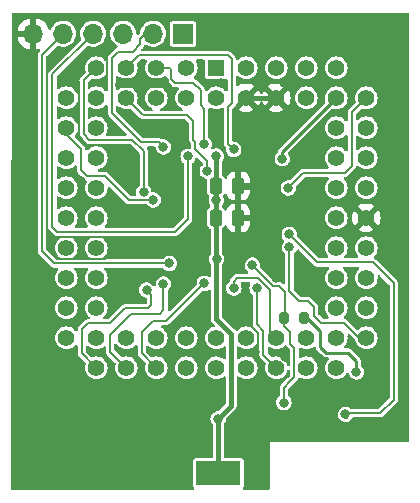
<source format=gbr>
%TF.GenerationSoftware,KiCad,Pcbnew,7.0.7*%
%TF.CreationDate,2025-08-27T15:09:01+01:00*%
%TF.ProjectId,Rosa,526f7361-2e6b-4696-9361-645f70636258,rev?*%
%TF.SameCoordinates,Original*%
%TF.FileFunction,Copper,L2,Bot*%
%TF.FilePolarity,Positive*%
%FSLAX46Y46*%
G04 Gerber Fmt 4.6, Leading zero omitted, Abs format (unit mm)*
G04 Created by KiCad (PCBNEW 7.0.7) date 2025-08-27 15:09:01*
%MOMM*%
%LPD*%
G01*
G04 APERTURE LIST*
G04 Aperture macros list*
%AMRoundRect*
0 Rectangle with rounded corners*
0 $1 Rounding radius*
0 $2 $3 $4 $5 $6 $7 $8 $9 X,Y pos of 4 corners*
0 Add a 4 corners polygon primitive as box body*
4,1,4,$2,$3,$4,$5,$6,$7,$8,$9,$2,$3,0*
0 Add four circle primitives for the rounded corners*
1,1,$1+$1,$2,$3*
1,1,$1+$1,$4,$5*
1,1,$1+$1,$6,$7*
1,1,$1+$1,$8,$9*
0 Add four rect primitives between the rounded corners*
20,1,$1+$1,$2,$3,$4,$5,0*
20,1,$1+$1,$4,$5,$6,$7,0*
20,1,$1+$1,$6,$7,$8,$9,0*
20,1,$1+$1,$8,$9,$2,$3,0*%
G04 Aperture macros list end*
%TA.AperFunction,SMDPad,CuDef*%
%ADD10R,3.800000X2.000000*%
%TD*%
%TA.AperFunction,ComponentPad*%
%ADD11O,1.700000X1.700000*%
%TD*%
%TA.AperFunction,ComponentPad*%
%ADD12R,1.700000X1.700000*%
%TD*%
%TA.AperFunction,ComponentPad*%
%ADD13R,1.422400X1.422400*%
%TD*%
%TA.AperFunction,ComponentPad*%
%ADD14C,1.422400*%
%TD*%
%TA.AperFunction,SMDPad,CuDef*%
%ADD15RoundRect,0.250000X0.250000X0.475000X-0.250000X0.475000X-0.250000X-0.475000X0.250000X-0.475000X0*%
%TD*%
%TA.AperFunction,SMDPad,CuDef*%
%ADD16RoundRect,0.200000X0.200000X0.275000X-0.200000X0.275000X-0.200000X-0.275000X0.200000X-0.275000X0*%
%TD*%
%TA.AperFunction,ViaPad*%
%ADD17C,0.800000*%
%TD*%
%TA.AperFunction,Conductor*%
%ADD18C,0.200000*%
%TD*%
%TA.AperFunction,Conductor*%
%ADD19C,0.250000*%
%TD*%
%TA.AperFunction,Conductor*%
%ADD20C,0.600000*%
%TD*%
%TA.AperFunction,Conductor*%
%ADD21C,0.400000*%
%TD*%
G04 APERTURE END LIST*
D10*
%TO.P,,3V3*%
%TO.N,VCC_3*%
X20193000Y-41605200D03*
%TD*%
D11*
%TO.P,,GND*%
%TO.N,GND*%
X4509000Y-4407400D03*
%TO.P,,TCK*%
%TO.N,N/C*%
X12129000Y-4407400D03*
%TO.P,,TDI*%
X9589000Y-4407400D03*
%TO.P,,TDO*%
X7049000Y-4407400D03*
%TO.P,,TMS*%
X14669000Y-4407400D03*
D12*
%TO.P,,VCC_3*%
%TO.N,VCC_3*%
X17209000Y-4407400D03*
%TD*%
D13*
%TO.P,                              Marine,B0*%
%TO.N,N/C*%
X20003000Y-7303000D03*
D14*
%TO.P,                              Marine,B1*%
X20003000Y-9843000D03*
%TO.P,                              Marine,B2*%
X17463000Y-7303000D03*
%TO.P,                              Marine,B3*%
X17463000Y-9843000D03*
%TO.P,                              Marine,B_C0*%
X30163000Y-32703000D03*
%TO.P,                              Marine,B_C1*%
X27623000Y-30163000D03*
%TO.P,                              Marine,B_C2*%
X27623000Y-32703000D03*
%TO.P,                              Marine,B_C3*%
X25083000Y-30163000D03*
%TO.P,                              Marine,B_D0*%
X14923000Y-32703000D03*
%TO.P,                              Marine,B_D1*%
X12383000Y-30163000D03*
%TO.P,                              Marine,B_D2*%
X12383000Y-32703000D03*
%TO.P,                              Marine,B_D3*%
X9843000Y-30163000D03*
%TO.P,                              Marine,B_O0*%
X32703000Y-27623000D03*
%TO.P,                              Marine,B_O1*%
X30163000Y-27623000D03*
%TO.P,                              Marine,B_O2*%
X32703000Y-25083000D03*
%TO.P,                              Marine,B_O3*%
X30163000Y-25083000D03*
%TO.P,                              Marine,C14M*%
X30163000Y-9843000D03*
%TO.P,                              Marine,C28M*%
X30163000Y-7303000D03*
%TO.P,                              Marine,FIELD0*%
X7303000Y-17463000D03*
%TO.P,                              Marine,FIELD1*%
X9843000Y-17463000D03*
%TO.P,                              Marine,FIELD2*%
X9843000Y-20003000D03*
%TO.P,                              Marine,G0*%
X14923000Y-7303000D03*
%TO.P,                              Marine,G1*%
X14923000Y-9843000D03*
%TO.P,                              Marine,G2*%
X12383000Y-7303000D03*
%TO.P,                              Marine,G3*%
X12383000Y-9843000D03*
%TO.P,                              Marine,GND*%
%TO.N,GND*%
X22543000Y-9843000D03*
X25083000Y-9843000D03*
X32703000Y-20003000D03*
%TO.P,                              Marine,G_C0*%
%TO.N,N/C*%
X25083000Y-32703000D03*
%TO.P,                              Marine,G_C1*%
X22543000Y-30163000D03*
%TO.P,                              Marine,G_C2*%
X22543000Y-32703000D03*
%TO.P,                              Marine,G_C3*%
X20003000Y-30163000D03*
%TO.P,                              Marine,G_D0*%
X9843000Y-32703000D03*
%TO.P,                              Marine,G_D1*%
X7303000Y-30163000D03*
%TO.P,                              Marine,G_D2*%
X9843000Y-27623000D03*
%TO.P,                              Marine,G_D3*%
X7303000Y-27623000D03*
%TO.P,                              Marine,G_O0*%
X30163000Y-22543000D03*
%TO.P,                              Marine,G_O1*%
X30163000Y-20003000D03*
%TO.P,                              Marine,G_O2*%
X30163000Y-17463000D03*
%TO.P,                              Marine,G_O3*%
X32703000Y-14923000D03*
%TO.P,                              Marine,N_BYPASS*%
X25083000Y-7303000D03*
%TO.P,                              Marine,N_HSYCX2*%
X32703000Y-30163000D03*
%TO.P,                              Marine,N_HSYNC*%
X27623000Y-9843000D03*
%TO.P,                              Marine,N_RSTR_L*%
X9843000Y-12383000D03*
%TO.P,                              Marine,N_RSTW_C*%
X7303000Y-14923000D03*
%TO.P,                              Marine,N_RSTW_D*%
X9843000Y-14923000D03*
%TO.P,                              Marine,N_SCNDBL_N_CSYNC*%
X22543000Y-7303000D03*
%TO.P,                              Marine,N_VSYNC*%
X27623000Y-7303000D03*
%TO.P,                              Marine,N_VSYN_O*%
X30163000Y-30163000D03*
%TO.P,                              Marine,R0*%
X9843000Y-7303000D03*
%TO.P,                              Marine,R1*%
X7303000Y-9843000D03*
%TO.P,                              Marine,R2*%
X9843000Y-9843000D03*
%TO.P,                              Marine,R3*%
X7303000Y-12383000D03*
%TO.P,                              Marine,R_C0*%
X20003000Y-32703000D03*
%TO.P,                              Marine,R_C1*%
X17463000Y-30163000D03*
%TO.P,                              Marine,R_C2*%
X17463000Y-32703000D03*
%TO.P,                              Marine,R_C3*%
X14923000Y-30163000D03*
%TO.P,                              Marine,R_D0*%
X9843000Y-25083000D03*
%TO.P,                              Marine,R_D1*%
X7303000Y-25083000D03*
%TO.P,                              Marine,R_D2*%
X9843000Y-22543000D03*
%TO.P,                              Marine,R_D3*%
X7303000Y-22543000D03*
%TO.P,                              Marine,R_O0*%
X30163000Y-14923000D03*
%TO.P,                              Marine,R_O1*%
X32703000Y-12383000D03*
%TO.P,                              Marine,R_O2*%
X30163000Y-12383000D03*
%TO.P,                              Marine,R_O3*%
X32703000Y-9843000D03*
%TO.P,                              Marine,VCC*%
X7303000Y-20003000D03*
X32703000Y-17463000D03*
X32703000Y-22543000D03*
%TD*%
D15*
%TO.P, ,1*%
%TO.N,GND*%
X21867400Y-20003000D03*
%TO.P, ,2*%
%TO.N,VCC_3*%
X19967400Y-20003000D03*
%TD*%
D16*
%TO.P,R2,1*%
%TO.N,N/C*%
X27393400Y-28473400D03*
%TO.P,R2,2*%
X25743400Y-28473400D03*
%TD*%
D15*
%TO.P, ,1*%
%TO.N,GND*%
X21879600Y-17297400D03*
%TO.P, ,2*%
%TO.N,VCC_3*%
X19979600Y-17297400D03*
%TD*%
D17*
%TO.N,*%
X19241000Y-16040600D03*
X21488400Y-25933400D03*
X21476200Y-14211800D03*
X26187400Y-21386800D03*
X30937200Y-36626800D03*
X15532600Y-14008600D03*
X18987000Y-25540200D03*
X18987000Y-13754600D03*
X16040600Y-23863800D03*
X31877000Y-33045400D03*
X26099000Y-17463000D03*
X15532600Y-25591000D03*
X25591000Y-14999200D03*
X14669000Y-18479000D03*
X13856200Y-17818600D03*
X14110200Y-26099000D03*
X26200600Y-22492200D03*
X17615400Y-14796000D03*
X23457400Y-25946600D03*
%TO.N,GND*%
X14161000Y-19799800D03*
X8559800Y-16865600D03*
X28346400Y-12903200D03*
X23508200Y-14999200D03*
X21361400Y-24130000D03*
X15240000Y-16510000D03*
X11658600Y-38252400D03*
X23215600Y-41630600D03*
X25831800Y-31775400D03*
X4559800Y-36970200D03*
X28702000Y-31877000D03*
X25083000Y-25057600D03*
X4509000Y-7811000D03*
X18021800Y-24321000D03*
X29718000Y-34696400D03*
X11404600Y-12674600D03*
X34340800Y-7975600D03*
X21132800Y-5359400D03*
X3302000Y-21361400D03*
X23266400Y-31394400D03*
X23520400Y-17297400D03*
X16611600Y-15621000D03*
X20447000Y-31445200D03*
X7899400Y-8051800D03*
X28321000Y-8559800D03*
X20028400Y-3391400D03*
X35356800Y-36880800D03*
X14364200Y-23025600D03*
X6553200Y-32334200D03*
X16713200Y-31394400D03*
X23406600Y-19952200D03*
X20421600Y-8585200D03*
X25730200Y-8559800D03*
X24688800Y-36550600D03*
X33324800Y-33223200D03*
X14364200Y-24829000D03*
X17463000Y-13780000D03*
X11277600Y-27051000D03*
X25616400Y-16040600D03*
X13932400Y-8547600D03*
%TO.N,VCC_3*%
X18897600Y-41681400D03*
X25730200Y-35636200D03*
X21437600Y-41681400D03*
X20028400Y-23482800D03*
X20003000Y-14770600D03*
X20155400Y-37021000D03*
X20003000Y-18529800D03*
X23063200Y-24003000D03*
X20167600Y-41681400D03*
%TD*%
D18*
%TO.N,*%
X24003000Y-29540200D02*
X24003000Y-31623000D01*
X7303000Y-12916400D02*
X7303000Y-12383000D01*
D19*
X29286200Y-31419800D02*
X28803600Y-30937200D01*
D18*
X26200600Y-26200600D02*
X26200600Y-22492200D01*
X14618200Y-28740600D02*
X13703800Y-29655000D01*
X31483800Y-15583400D02*
X31483800Y-11062200D01*
X13754600Y-11214600D02*
X13856200Y-11316200D01*
X18682200Y-9182600D02*
X18072600Y-8573000D01*
X12383000Y-7303000D02*
X13449800Y-6236200D01*
X30874200Y-16193000D02*
X31483800Y-15583400D01*
X18936200Y-25540200D02*
X15735800Y-28740600D01*
X18987000Y-10757400D02*
X18682200Y-10452600D01*
D19*
X31877000Y-32156400D02*
X31140400Y-31419800D01*
D18*
X21019000Y-13145000D02*
X21019000Y-13754600D01*
X21019000Y-13754600D02*
X21425400Y-14161000D01*
D19*
X27660600Y-28473400D02*
X27393400Y-28473400D01*
D18*
X12383000Y-9843000D02*
X13754600Y-11214600D01*
X13449800Y-6236200D02*
X20968200Y-6236200D01*
X19241000Y-16040600D02*
X19241000Y-15989800D01*
X9233400Y-13399000D02*
X8776200Y-12941800D01*
X6134600Y-7861800D02*
X9589000Y-4407400D01*
D19*
X31877000Y-33045400D02*
X31877000Y-32969200D01*
D18*
X26200600Y-22492200D02*
X26251400Y-22492200D01*
X15735800Y-28740600D02*
X14618200Y-28740600D01*
X12586200Y-18479000D02*
X10554200Y-16447000D01*
X15532600Y-25591000D02*
X15532600Y-27826200D01*
X11011400Y-28943800D02*
X9131800Y-28943800D01*
X35026600Y-35407600D02*
X33909000Y-36525200D01*
X14516600Y-26505400D02*
X14516600Y-27419800D01*
D19*
X28803600Y-30937200D02*
X28803600Y-29616400D01*
D18*
X26099000Y-17463000D02*
X27369000Y-16193000D01*
X18021800Y-13399000D02*
X18225000Y-13602200D01*
X16497800Y-8573000D02*
X16142200Y-8217400D01*
X21019000Y-13754600D02*
X21019000Y-13653000D01*
X11011400Y-29909000D02*
X11011400Y-31331400D01*
X23457400Y-28994600D02*
X24003000Y-29540200D01*
X23457400Y-25946600D02*
X23660600Y-26149800D01*
X11722600Y-5931400D02*
X11163800Y-6490200D01*
X26187400Y-21386800D02*
X28575000Y-23774400D01*
X27051000Y-27051000D02*
X26200600Y-26200600D01*
X18987000Y-25540200D02*
X18987000Y-25489400D01*
X20968200Y-6236200D02*
X21323800Y-6591800D01*
X23545800Y-25095200D02*
X24561800Y-26111200D01*
X16040600Y-23863800D02*
X6287000Y-23863800D01*
X21019000Y-10605000D02*
X21019000Y-13145000D01*
X30962600Y-36957000D02*
X31038800Y-36957000D01*
X18225000Y-13602200D02*
X18225000Y-14211800D01*
X32703000Y-30163000D02*
X32093400Y-30163000D01*
X21323800Y-6591800D02*
X21323800Y-6947400D01*
X21488400Y-25400000D02*
X21793200Y-25095200D01*
X14669000Y-18479000D02*
X12586200Y-18479000D01*
X28893000Y-28893000D02*
X28295600Y-28295600D01*
X28295600Y-27559000D02*
X27787600Y-27051000D01*
X33248600Y-23774400D02*
X35026600Y-25552400D01*
X15532600Y-27826200D02*
X15227800Y-28131000D01*
X30823400Y-28893000D02*
X28893000Y-28893000D01*
X12789400Y-28131000D02*
X11011400Y-29909000D01*
X12891000Y-13399000D02*
X9233400Y-13399000D01*
X16142200Y-7404600D02*
X16040600Y-7303000D01*
X5257800Y-6198600D02*
X7049000Y-4407400D01*
X15227800Y-28131000D02*
X12789400Y-28131000D01*
X28575000Y-23774400D02*
X33248600Y-23774400D01*
X13551400Y-4864600D02*
X13551400Y-5321800D01*
X28295600Y-28295600D02*
X28295600Y-27559000D01*
D19*
X31140400Y-31419800D02*
X29286200Y-31419800D01*
D18*
X18987000Y-25489400D02*
X18936200Y-25540200D01*
X14110200Y-26099000D02*
X14161000Y-26149800D01*
X11163800Y-11113000D02*
X13653000Y-13602200D01*
X8573000Y-15989800D02*
X8573000Y-14186400D01*
X10554200Y-16447000D02*
X9030200Y-16447000D01*
X14110200Y-26099000D02*
X14516600Y-26505400D01*
X27369000Y-16193000D02*
X30874200Y-16193000D01*
X11011400Y-31331400D02*
X12383000Y-32703000D01*
X14262600Y-27673800D02*
X12281400Y-27673800D01*
X24561800Y-26111200D02*
X24561800Y-29641800D01*
X19241000Y-15227800D02*
X19241000Y-16040600D01*
X13856200Y-11316200D02*
X17564600Y-11316200D01*
X24003000Y-31623000D02*
X25083000Y-32703000D01*
X9030200Y-16447000D02*
X8573000Y-15989800D01*
X8623800Y-31483800D02*
X9843000Y-32703000D01*
X8623800Y-29451800D02*
X8623800Y-31483800D01*
X18987000Y-13754600D02*
X18987000Y-10757400D01*
X27787600Y-27051000D02*
X27051000Y-27051000D01*
X13551400Y-5321800D02*
X12941800Y-5931400D01*
X31483800Y-11062200D02*
X32703000Y-9843000D01*
X16142200Y-8217400D02*
X16142200Y-7404600D01*
X35026600Y-25552400D02*
X35026600Y-35407600D01*
X18936200Y-25540200D02*
X18987000Y-25540200D01*
X12281400Y-27673800D02*
X11011400Y-28943800D01*
X18072600Y-8573000D02*
X16497800Y-8573000D01*
X8776200Y-8369800D02*
X9843000Y-7303000D01*
X14516600Y-27419800D02*
X14262600Y-27673800D01*
X6287000Y-23863800D02*
X5257800Y-22834600D01*
X21793200Y-25095200D02*
X23545800Y-25095200D01*
X24561800Y-29641800D02*
X25083000Y-30163000D01*
X13703800Y-29655000D02*
X13703800Y-31483800D01*
X5257800Y-22834600D02*
X5257800Y-6198600D01*
X32093400Y-30163000D02*
X30823400Y-28893000D01*
X18021800Y-11773400D02*
X18021800Y-13246600D01*
D19*
X28803600Y-29616400D02*
X27660600Y-28473400D01*
D18*
X6541000Y-21171400D02*
X6134600Y-20765000D01*
X13856200Y-17463000D02*
X13856200Y-14364200D01*
X16548600Y-21171400D02*
X6541000Y-21171400D01*
X21488400Y-25933400D02*
X21488400Y-25400000D01*
X11163800Y-6490200D02*
X11163800Y-11113000D01*
X6134600Y-20765000D02*
X6134600Y-7861800D01*
X17615400Y-14796000D02*
X17615400Y-20104600D01*
X23457400Y-25946600D02*
X23457400Y-28994600D01*
X8776200Y-12941800D02*
X8776200Y-8369800D01*
X14008600Y-4407400D02*
X13551400Y-4864600D01*
X21323800Y-6947400D02*
X21323800Y-10300200D01*
D19*
X25591000Y-14999200D02*
X25591000Y-14415000D01*
D18*
X12941800Y-5931400D02*
X11722600Y-5931400D01*
X14669000Y-4407400D02*
X14008600Y-4407400D01*
X21323800Y-10300200D02*
X21019000Y-10605000D01*
X18225000Y-14211800D02*
X19241000Y-15227800D01*
X17615400Y-20104600D02*
X16548600Y-21171400D01*
X8573000Y-14186400D02*
X7303000Y-12916400D01*
X9131800Y-28943800D02*
X8623800Y-29451800D01*
X17564600Y-11316200D02*
X18021800Y-11773400D01*
X18682200Y-10452600D02*
X18682200Y-9182600D01*
X13653000Y-13602200D02*
X15126200Y-13602200D01*
X13703800Y-31483800D02*
X14923000Y-32703000D01*
X15126200Y-13602200D02*
X15532600Y-14008600D01*
X18021800Y-13246600D02*
X18021800Y-13399000D01*
D19*
X25591000Y-14415000D02*
X30163000Y-9843000D01*
D18*
X16040600Y-7303000D02*
X14923000Y-7303000D01*
X13856200Y-14364200D02*
X12891000Y-13399000D01*
X33909000Y-36525200D02*
X30988000Y-36525200D01*
D19*
X31877000Y-33045400D02*
X31877000Y-32156400D01*
D20*
%TO.N,GND*%
X21879600Y-17297400D02*
X23520400Y-17297400D01*
X23520400Y-17297400D02*
X23469600Y-17297400D01*
D21*
X15583400Y-8547600D02*
X15799300Y-8763500D01*
D18*
X8636000Y-21615400D02*
X5892800Y-21615400D01*
D21*
X15799300Y-8763500D02*
X15964400Y-8928600D01*
D18*
X10414000Y-13792200D02*
X11633200Y-15011400D01*
D21*
X11900400Y-8319000D02*
X11671800Y-8547600D01*
X15710400Y-8674600D02*
X15710400Y-8319000D01*
D18*
X10795000Y-6629400D02*
X10795000Y-8255000D01*
X23266400Y-31394400D02*
X23469600Y-31115000D01*
X23037800Y-29210000D02*
X23545800Y-29718000D01*
D21*
X28283400Y-21222200D02*
X27064200Y-20003000D01*
D18*
X10744200Y-6578600D02*
X10795000Y-6629400D01*
X8356600Y-13055600D02*
X9093200Y-13792200D01*
D21*
X32703000Y-20003000D02*
X31483800Y-21222200D01*
D18*
X5689600Y-7569200D02*
X5689600Y-22377400D01*
D21*
X23457400Y-20003000D02*
X23406600Y-19952200D01*
D18*
X9093200Y-13792200D02*
X9753600Y-13792200D01*
D21*
X27064200Y-20003000D02*
X23457400Y-20003000D01*
D18*
X23545800Y-29718000D02*
X23545800Y-30556200D01*
D21*
X15786600Y-8776200D02*
X15799300Y-8763500D01*
D18*
X8356600Y-9347200D02*
X8356600Y-13055600D01*
D21*
X15964400Y-8928600D02*
X15710400Y-8674600D01*
X11671800Y-8547600D02*
X13932400Y-8547600D01*
X11570200Y-8776200D02*
X15786600Y-8776200D01*
X23355800Y-20003000D02*
X21867400Y-20003000D01*
D18*
X10388600Y-21615400D02*
X8636000Y-21615400D01*
D21*
X16116800Y-9081000D02*
X16116800Y-10706600D01*
X15964400Y-8928600D02*
X16116800Y-9081000D01*
X15710400Y-8319000D02*
X11900400Y-8319000D01*
X31483800Y-21222200D02*
X28283400Y-21222200D01*
D18*
X10617200Y-23469600D02*
X6502400Y-23469600D01*
D21*
X22543000Y-9843000D02*
X25083000Y-9843000D01*
D18*
X9753600Y-13792200D02*
X10414000Y-13792200D01*
D21*
X13932400Y-8547600D02*
X15583400Y-8547600D01*
X11570200Y-8649200D02*
X11671800Y-8547600D01*
X23406600Y-19952200D02*
X23355800Y-20003000D01*
X11570200Y-8776200D02*
X11570200Y-8649200D01*
D18*
%TO.N,VCC_3*%
X24841200Y-25781000D02*
X25323800Y-25781000D01*
D21*
X20155400Y-37021000D02*
X20193000Y-37058600D01*
X21273000Y-35903400D02*
X20155400Y-37021000D01*
D18*
X26289000Y-29667200D02*
X26289000Y-30708600D01*
X24790400Y-25730200D02*
X24841200Y-25781000D01*
D21*
X20003000Y-18529800D02*
X20003000Y-28537400D01*
X20003000Y-18529800D02*
X19927800Y-18454600D01*
D18*
X26619200Y-33477200D02*
X26289000Y-33807400D01*
D21*
X20003000Y-28537400D02*
X21273000Y-29807400D01*
X20003000Y-18454600D02*
X20003000Y-14845800D01*
D18*
X25806400Y-26263600D02*
X25806400Y-27508200D01*
X26289000Y-30708600D02*
X26619200Y-31038800D01*
X26289000Y-33807400D02*
X25730200Y-34366200D01*
X25743400Y-29121600D02*
X26289000Y-29667200D01*
X25806400Y-27508200D02*
X25806400Y-28168600D01*
X25743400Y-28473400D02*
X25743400Y-29121600D01*
D21*
X21273000Y-29807400D02*
X21273000Y-35903400D01*
X19927800Y-14845800D02*
X20003000Y-14770600D01*
D18*
X23063200Y-24003000D02*
X24790400Y-25730200D01*
X25730200Y-34366200D02*
X25730200Y-35636200D01*
D21*
X20193000Y-37058600D02*
X20193000Y-41605200D01*
D18*
X26619200Y-31038800D02*
X26619200Y-33477200D01*
X25323800Y-25781000D02*
X25806400Y-26263600D01*
%TD*%
%TA.AperFunction,Conductor*%
%TO.N,GND*%
G36*
X36289852Y-2636385D02*
G01*
X36335607Y-2689189D01*
X36346813Y-2740787D01*
X36321586Y-38889987D01*
X36301855Y-38957012D01*
X36249019Y-39002730D01*
X36197586Y-39013900D01*
X24561160Y-39013900D01*
X24560954Y-39013859D01*
X24536400Y-39013859D01*
X24536301Y-39013900D01*
X24536017Y-39014016D01*
X24536015Y-39014018D01*
X24535859Y-39014399D01*
X24535876Y-39039016D01*
X24535871Y-39039016D01*
X24535900Y-39039159D01*
X24535900Y-42877843D01*
X24516215Y-42944882D01*
X24463411Y-42990637D01*
X24412044Y-43001843D01*
X22354677Y-43004230D01*
X22287615Y-42984623D01*
X22241798Y-42931872D01*
X22231775Y-42862725D01*
X22260726Y-42799136D01*
X22266855Y-42792546D01*
X22273594Y-42785805D01*
X22273601Y-42785801D01*
X22328966Y-42702940D01*
X22343500Y-42629874D01*
X22343500Y-40580526D01*
X22343500Y-40580523D01*
X22343499Y-40580521D01*
X22328967Y-40507464D01*
X22328966Y-40507460D01*
X22328965Y-40507459D01*
X22273601Y-40424599D01*
X22190740Y-40369234D01*
X22190739Y-40369233D01*
X22190735Y-40369232D01*
X22117677Y-40354700D01*
X22117674Y-40354700D01*
X20767500Y-40354700D01*
X20700461Y-40335015D01*
X20654706Y-40282211D01*
X20643500Y-40230700D01*
X20643500Y-37497622D01*
X20663185Y-37430583D01*
X20665450Y-37427182D01*
X20735620Y-37325523D01*
X20791637Y-37177818D01*
X20808032Y-37042789D01*
X20835654Y-36978612D01*
X20843437Y-36970065D01*
X21571205Y-36242296D01*
X21576373Y-36237677D01*
X21606970Y-36213279D01*
X21640480Y-36164128D01*
X21675793Y-36116282D01*
X21675794Y-36116279D01*
X21679787Y-36108724D01*
X21683470Y-36101076D01*
X21683470Y-36101075D01*
X21683472Y-36101073D01*
X21701007Y-36044222D01*
X21720646Y-35988099D01*
X21722232Y-35979711D01*
X21723500Y-35971304D01*
X21723500Y-35911826D01*
X21725724Y-35852392D01*
X21724684Y-35843161D01*
X21725513Y-35843067D01*
X21723500Y-35827766D01*
X21723500Y-33536726D01*
X21743185Y-33469687D01*
X21795989Y-33423932D01*
X21865147Y-33413988D01*
X21926163Y-33440872D01*
X21960038Y-33468672D01*
X22006121Y-33506492D01*
X22006128Y-33506496D01*
X22173188Y-33595792D01*
X22173190Y-33595792D01*
X22173193Y-33595794D01*
X22354474Y-33650785D01*
X22543000Y-33669353D01*
X22731526Y-33650785D01*
X22912807Y-33595794D01*
X22934562Y-33584166D01*
X23040768Y-33527397D01*
X23079871Y-33506496D01*
X23079872Y-33506496D01*
X23079873Y-33506495D01*
X23079877Y-33506493D01*
X23226315Y-33386315D01*
X23346493Y-33239877D01*
X23435794Y-33072807D01*
X23490785Y-32891526D01*
X23509353Y-32703000D01*
X23490785Y-32514474D01*
X23435794Y-32333193D01*
X23435792Y-32333190D01*
X23435792Y-32333188D01*
X23346496Y-32166128D01*
X23346496Y-32166127D01*
X23319380Y-32133086D01*
X23226315Y-32019685D01*
X23079877Y-31899507D01*
X23079873Y-31899505D01*
X23079871Y-31899503D01*
X22912811Y-31810207D01*
X22731524Y-31755214D01*
X22543000Y-31736647D01*
X22354475Y-31755214D01*
X22173188Y-31810207D01*
X22006128Y-31899503D01*
X22006122Y-31899507D01*
X21926164Y-31965127D01*
X21861854Y-31992439D01*
X21792987Y-31980648D01*
X21741427Y-31933495D01*
X21723500Y-31869273D01*
X21723500Y-30996726D01*
X21743185Y-30929687D01*
X21795989Y-30883932D01*
X21865147Y-30873988D01*
X21926163Y-30900872D01*
X21951260Y-30921468D01*
X22006121Y-30966492D01*
X22006128Y-30966496D01*
X22173188Y-31055792D01*
X22173190Y-31055792D01*
X22173193Y-31055794D01*
X22354474Y-31110785D01*
X22543000Y-31129353D01*
X22731526Y-31110785D01*
X22912807Y-31055794D01*
X22918091Y-31052970D01*
X23023315Y-30996726D01*
X23079871Y-30966496D01*
X23079872Y-30966496D01*
X23079873Y-30966495D01*
X23079877Y-30966493D01*
X23226315Y-30846315D01*
X23346493Y-30699877D01*
X23419141Y-30563961D01*
X23468104Y-30514117D01*
X23536241Y-30498656D01*
X23601921Y-30522487D01*
X23644290Y-30578045D01*
X23652500Y-30622414D01*
X23652500Y-31573788D01*
X23649861Y-31599232D01*
X23647957Y-31608312D01*
X23647957Y-31608316D01*
X23652023Y-31640938D01*
X23652499Y-31648600D01*
X23652499Y-31652033D01*
X23652501Y-31652051D01*
X23656087Y-31673539D01*
X23662427Y-31724393D01*
X23664520Y-31731426D01*
X23666908Y-31738381D01*
X23691295Y-31783444D01*
X23713801Y-31829483D01*
X23718065Y-31835455D01*
X23722580Y-31841256D01*
X23760275Y-31875958D01*
X24144006Y-32259689D01*
X24177491Y-32321012D01*
X24174986Y-32383365D01*
X24135214Y-32514475D01*
X24116647Y-32703000D01*
X24135214Y-32891524D01*
X24190207Y-33072811D01*
X24279503Y-33239871D01*
X24279503Y-33239872D01*
X24279506Y-33239876D01*
X24279507Y-33239877D01*
X24399685Y-33386315D01*
X24546123Y-33506493D01*
X24546126Y-33506495D01*
X24546128Y-33506496D01*
X24713188Y-33595792D01*
X24713190Y-33595792D01*
X24713193Y-33595794D01*
X24894474Y-33650785D01*
X25083000Y-33669353D01*
X25271526Y-33650785D01*
X25452807Y-33595794D01*
X25474562Y-33584166D01*
X25580768Y-33527397D01*
X25619871Y-33506496D01*
X25619872Y-33506496D01*
X25619873Y-33506495D01*
X25619877Y-33506493D01*
X25766315Y-33386315D01*
X25886493Y-33239877D01*
X25975794Y-33072807D01*
X26026039Y-32907168D01*
X26064337Y-32848731D01*
X26128149Y-32820275D01*
X26197216Y-32830835D01*
X26249610Y-32877059D01*
X26268700Y-32943165D01*
X26268700Y-33280655D01*
X26249015Y-33347694D01*
X26232382Y-33368336D01*
X26082517Y-33518201D01*
X25517155Y-34083561D01*
X25497306Y-34099682D01*
X25489531Y-34104762D01*
X25469343Y-34130698D01*
X25464267Y-34136448D01*
X25461834Y-34138881D01*
X25461823Y-34138894D01*
X25449154Y-34156638D01*
X25417683Y-34197072D01*
X25414175Y-34203553D01*
X25410960Y-34210132D01*
X25396338Y-34259245D01*
X25379698Y-34307716D01*
X25378494Y-34314933D01*
X25377582Y-34322246D01*
X25379700Y-34373431D01*
X25379699Y-35021849D01*
X25360014Y-35088889D01*
X25337926Y-35114664D01*
X25239718Y-35201668D01*
X25149981Y-35331675D01*
X25149980Y-35331676D01*
X25093962Y-35479381D01*
X25074922Y-35636199D01*
X25074922Y-35636200D01*
X25093962Y-35793018D01*
X25139021Y-35911826D01*
X25149980Y-35940723D01*
X25239717Y-36070730D01*
X25357960Y-36175483D01*
X25357962Y-36175484D01*
X25497834Y-36248896D01*
X25651214Y-36286700D01*
X25651215Y-36286700D01*
X25809185Y-36286700D01*
X25962565Y-36248896D01*
X25983960Y-36237667D01*
X26102440Y-36175483D01*
X26220683Y-36070730D01*
X26310420Y-35940723D01*
X26366437Y-35793018D01*
X26385478Y-35636200D01*
X26366437Y-35479382D01*
X26361396Y-35466091D01*
X26336471Y-35400369D01*
X26310420Y-35331677D01*
X26220683Y-35201670D01*
X26122472Y-35114663D01*
X26085347Y-35055476D01*
X26080700Y-35021849D01*
X26080700Y-34562744D01*
X26100385Y-34495705D01*
X26117019Y-34475063D01*
X26557376Y-34034706D01*
X26832250Y-33759830D01*
X26852102Y-33743711D01*
X26859869Y-33738637D01*
X26880073Y-33712677D01*
X26885141Y-33706939D01*
X26887575Y-33704507D01*
X26900240Y-33686767D01*
X26909001Y-33675510D01*
X26931717Y-33646326D01*
X26931720Y-33646316D01*
X26935206Y-33639875D01*
X26938435Y-33633270D01*
X26938439Y-33633266D01*
X26947933Y-33601374D01*
X26985923Y-33542741D01*
X27049586Y-33513952D01*
X27118707Y-33524153D01*
X27125230Y-33527397D01*
X27253188Y-33595792D01*
X27253190Y-33595792D01*
X27253193Y-33595794D01*
X27434474Y-33650785D01*
X27623000Y-33669353D01*
X27811526Y-33650785D01*
X27992807Y-33595794D01*
X28014562Y-33584166D01*
X28120768Y-33527397D01*
X28159871Y-33506496D01*
X28159872Y-33506496D01*
X28159873Y-33506495D01*
X28159877Y-33506493D01*
X28306315Y-33386315D01*
X28426493Y-33239877D01*
X28515794Y-33072807D01*
X28570785Y-32891526D01*
X28589353Y-32703000D01*
X28570785Y-32514474D01*
X28515794Y-32333193D01*
X28515792Y-32333190D01*
X28515792Y-32333188D01*
X28426496Y-32166128D01*
X28426496Y-32166127D01*
X28399380Y-32133086D01*
X28306315Y-32019685D01*
X28159877Y-31899507D01*
X28159873Y-31899505D01*
X28159871Y-31899503D01*
X27992811Y-31810207D01*
X27811524Y-31755214D01*
X27623000Y-31736647D01*
X27434475Y-31755214D01*
X27253188Y-31810207D01*
X27152153Y-31864212D01*
X27083750Y-31878454D01*
X27018506Y-31853454D01*
X26977136Y-31797149D01*
X26969700Y-31754854D01*
X26969700Y-31111145D01*
X26989385Y-31044106D01*
X27042189Y-30998351D01*
X27111347Y-30988407D01*
X27152152Y-31001786D01*
X27253193Y-31055794D01*
X27434474Y-31110785D01*
X27623000Y-31129353D01*
X27811526Y-31110785D01*
X27992807Y-31055794D01*
X27998091Y-31052970D01*
X28103315Y-30996726D01*
X28159877Y-30966493D01*
X28229832Y-30909082D01*
X28294141Y-30881770D01*
X28363008Y-30893561D01*
X28414568Y-30940713D01*
X28430805Y-30984527D01*
X28431942Y-30991340D01*
X28438734Y-31045827D01*
X28440973Y-31053347D01*
X28443534Y-31060808D01*
X28443535Y-31060810D01*
X28456620Y-31084990D01*
X28469655Y-31109077D01*
X28493774Y-31158411D01*
X28498342Y-31164809D01*
X28503182Y-31171027D01*
X28543571Y-31208209D01*
X28984049Y-31648686D01*
X29000177Y-31668545D01*
X29006116Y-31677636D01*
X29034132Y-31699441D01*
X29039893Y-31704530D01*
X29042682Y-31707319D01*
X29061683Y-31720885D01*
X29084162Y-31738381D01*
X29105011Y-31754609D01*
X29111922Y-31758349D01*
X29119000Y-31761810D01*
X29171604Y-31777470D01*
X29171605Y-31777471D01*
X29223540Y-31795300D01*
X29223542Y-31795300D01*
X29231279Y-31796591D01*
X29239109Y-31797567D01*
X29239111Y-31797568D01*
X29239112Y-31797567D01*
X29239113Y-31797568D01*
X29293955Y-31795300D01*
X29406542Y-31795300D01*
X29473581Y-31814985D01*
X29519336Y-31867789D01*
X29529280Y-31936947D01*
X29500255Y-32000503D01*
X29485205Y-32015155D01*
X29479686Y-32019683D01*
X29359503Y-32166127D01*
X29359503Y-32166128D01*
X29270207Y-32333188D01*
X29215214Y-32514475D01*
X29196647Y-32703000D01*
X29215214Y-32891524D01*
X29270207Y-33072811D01*
X29359503Y-33239871D01*
X29359503Y-33239872D01*
X29359506Y-33239876D01*
X29359507Y-33239877D01*
X29479685Y-33386315D01*
X29626123Y-33506493D01*
X29626126Y-33506495D01*
X29626128Y-33506496D01*
X29793188Y-33595792D01*
X29793190Y-33595792D01*
X29793193Y-33595794D01*
X29974474Y-33650785D01*
X30163000Y-33669353D01*
X30351526Y-33650785D01*
X30532807Y-33595794D01*
X30554562Y-33584166D01*
X30660768Y-33527397D01*
X30699871Y-33506496D01*
X30699872Y-33506496D01*
X30699873Y-33506495D01*
X30699877Y-33506493D01*
X30846315Y-33386315D01*
X30966493Y-33239877D01*
X31008599Y-33161101D01*
X31057561Y-33111259D01*
X31125698Y-33095798D01*
X31191378Y-33119629D01*
X31233747Y-33175187D01*
X31238669Y-33195009D01*
X31238968Y-33194936D01*
X31240762Y-33202218D01*
X31295935Y-33347694D01*
X31296780Y-33349923D01*
X31386517Y-33479930D01*
X31504760Y-33584683D01*
X31504762Y-33584684D01*
X31644634Y-33658096D01*
X31798014Y-33695900D01*
X31798015Y-33695900D01*
X31955985Y-33695900D01*
X32109365Y-33658096D01*
X32131787Y-33646328D01*
X32249240Y-33584683D01*
X32367483Y-33479930D01*
X32457220Y-33349923D01*
X32513237Y-33202218D01*
X32532278Y-33045400D01*
X32513595Y-32891526D01*
X32513237Y-32888581D01*
X32487332Y-32820275D01*
X32457220Y-32740877D01*
X32367483Y-32610870D01*
X32367481Y-32610868D01*
X32294273Y-32546011D01*
X32257146Y-32486822D01*
X32252500Y-32453196D01*
X32252500Y-32208203D01*
X32255139Y-32182758D01*
X32255177Y-32182575D01*
X32257367Y-32172132D01*
X32255325Y-32155753D01*
X32252977Y-32136907D01*
X32252500Y-32129231D01*
X32252500Y-32125289D01*
X32252498Y-32125276D01*
X32248657Y-32102259D01*
X32241866Y-32047776D01*
X32241866Y-32047774D01*
X32241864Y-32047770D01*
X32239622Y-32040240D01*
X32237065Y-32032792D01*
X32237065Y-32032790D01*
X32210944Y-31984522D01*
X32186826Y-31935189D01*
X32186824Y-31935187D01*
X32186824Y-31935186D01*
X32182276Y-31928816D01*
X32177420Y-31922576D01*
X32177419Y-31922574D01*
X32152357Y-31899503D01*
X32137030Y-31885393D01*
X31442549Y-31190911D01*
X31426422Y-31171052D01*
X31420486Y-31161967D01*
X31420483Y-31161963D01*
X31392474Y-31140163D01*
X31386710Y-31135072D01*
X31383915Y-31132277D01*
X31364905Y-31118706D01*
X31321589Y-31084990D01*
X31314674Y-31081248D01*
X31307600Y-31077790D01*
X31254996Y-31062129D01*
X31203058Y-31044299D01*
X31195323Y-31043008D01*
X31187485Y-31042031D01*
X31132644Y-31044300D01*
X30946009Y-31044300D01*
X30878970Y-31024615D01*
X30833215Y-30971811D01*
X30823271Y-30902653D01*
X30850156Y-30841635D01*
X30870652Y-30816660D01*
X30966493Y-30699877D01*
X31055794Y-30532807D01*
X31110785Y-30351526D01*
X31129353Y-30163000D01*
X31112151Y-29988349D01*
X31125170Y-29919706D01*
X31173234Y-29868996D01*
X31241085Y-29852321D01*
X31307180Y-29874977D01*
X31323235Y-29888517D01*
X31720911Y-30286193D01*
X31753409Y-30345708D01*
X31753447Y-30345697D01*
X31753502Y-30345879D01*
X31754396Y-30347516D01*
X31754845Y-30349669D01*
X31755213Y-30351520D01*
X31810207Y-30532811D01*
X31899503Y-30699871D01*
X31899503Y-30699872D01*
X31899506Y-30699876D01*
X31899507Y-30699877D01*
X32019685Y-30846315D01*
X32166123Y-30966493D01*
X32166126Y-30966495D01*
X32166128Y-30966496D01*
X32333188Y-31055792D01*
X32333190Y-31055792D01*
X32333193Y-31055794D01*
X32514474Y-31110785D01*
X32703000Y-31129353D01*
X32891526Y-31110785D01*
X33072807Y-31055794D01*
X33078091Y-31052970D01*
X33183315Y-30996726D01*
X33239871Y-30966496D01*
X33239872Y-30966496D01*
X33239873Y-30966495D01*
X33239877Y-30966493D01*
X33386315Y-30846315D01*
X33506493Y-30699877D01*
X33595794Y-30532807D01*
X33650785Y-30351526D01*
X33669353Y-30163000D01*
X33650785Y-29974474D01*
X33595794Y-29793193D01*
X33595792Y-29793190D01*
X33595792Y-29793188D01*
X33506496Y-29626128D01*
X33506496Y-29626127D01*
X33506493Y-29626123D01*
X33386315Y-29479685D01*
X33239877Y-29359507D01*
X33239873Y-29359505D01*
X33239871Y-29359503D01*
X33072811Y-29270207D01*
X32891524Y-29215214D01*
X32703000Y-29196647D01*
X32514475Y-29215214D01*
X32333188Y-29270207D01*
X32166128Y-29359503D01*
X32166122Y-29359507D01*
X32043991Y-29459737D01*
X31979681Y-29487049D01*
X31910814Y-29475258D01*
X31877646Y-29451564D01*
X31106037Y-28679955D01*
X31089911Y-28660098D01*
X31084837Y-28652331D01*
X31058887Y-28632133D01*
X31053141Y-28627059D01*
X31050707Y-28624625D01*
X31050706Y-28624624D01*
X31050705Y-28624623D01*
X31044248Y-28620013D01*
X31032961Y-28611955D01*
X30992526Y-28580483D01*
X30992522Y-28580481D01*
X30986048Y-28576977D01*
X30979469Y-28573760D01*
X30930354Y-28559138D01*
X30872169Y-28539163D01*
X30872628Y-28537825D01*
X30819603Y-28512150D01*
X30783163Y-28452536D01*
X30784737Y-28382684D01*
X30823827Y-28324772D01*
X30824234Y-28324437D01*
X30846310Y-28306319D01*
X30846309Y-28306319D01*
X30846315Y-28306315D01*
X30966493Y-28159877D01*
X31055794Y-27992807D01*
X31110785Y-27811526D01*
X31129353Y-27623000D01*
X31129353Y-27622999D01*
X31736647Y-27622999D01*
X31755214Y-27811524D01*
X31810207Y-27992811D01*
X31899503Y-28159871D01*
X31899503Y-28159872D01*
X31899506Y-28159876D01*
X31899507Y-28159877D01*
X32019685Y-28306315D01*
X32166123Y-28426493D01*
X32166126Y-28426495D01*
X32166128Y-28426496D01*
X32333188Y-28515792D01*
X32333190Y-28515792D01*
X32333193Y-28515794D01*
X32514474Y-28570785D01*
X32703000Y-28589353D01*
X32891526Y-28570785D01*
X33072807Y-28515794D01*
X33073236Y-28515565D01*
X33195455Y-28450237D01*
X33239871Y-28426496D01*
X33239872Y-28426496D01*
X33239873Y-28426495D01*
X33239877Y-28426493D01*
X33386315Y-28306315D01*
X33506493Y-28159877D01*
X33595794Y-27992807D01*
X33650785Y-27811526D01*
X33669353Y-27623000D01*
X33650785Y-27434474D01*
X33595794Y-27253193D01*
X33595792Y-27253190D01*
X33595792Y-27253188D01*
X33506496Y-27086128D01*
X33506496Y-27086127D01*
X33506493Y-27086123D01*
X33386315Y-26939685D01*
X33239877Y-26819507D01*
X33239873Y-26819505D01*
X33239871Y-26819503D01*
X33072811Y-26730207D01*
X32891524Y-26675214D01*
X32703000Y-26656647D01*
X32514475Y-26675214D01*
X32333188Y-26730207D01*
X32166128Y-26819503D01*
X32166127Y-26819503D01*
X32019685Y-26939685D01*
X31899503Y-27086127D01*
X31899503Y-27086128D01*
X31810207Y-27253188D01*
X31755214Y-27434475D01*
X31736647Y-27622999D01*
X31129353Y-27622999D01*
X31110785Y-27434474D01*
X31055794Y-27253193D01*
X31055792Y-27253190D01*
X31055792Y-27253188D01*
X30966496Y-27086128D01*
X30966496Y-27086127D01*
X30966493Y-27086123D01*
X30846315Y-26939685D01*
X30699877Y-26819507D01*
X30699873Y-26819505D01*
X30699871Y-26819503D01*
X30532811Y-26730207D01*
X30351524Y-26675214D01*
X30163000Y-26656647D01*
X29974475Y-26675214D01*
X29793188Y-26730207D01*
X29626128Y-26819503D01*
X29626127Y-26819503D01*
X29479685Y-26939685D01*
X29359503Y-27086127D01*
X29359503Y-27086128D01*
X29270207Y-27253188D01*
X29215214Y-27434475D01*
X29196647Y-27623000D01*
X29215214Y-27811524D01*
X29270207Y-27992811D01*
X29359503Y-28159871D01*
X29359503Y-28159872D01*
X29359506Y-28159876D01*
X29359507Y-28159877D01*
X29479684Y-28306314D01*
X29479687Y-28306317D01*
X29499585Y-28322647D01*
X29538919Y-28380392D01*
X29540790Y-28450237D01*
X29504603Y-28510005D01*
X29441847Y-28540721D01*
X29420920Y-28542500D01*
X29089544Y-28542500D01*
X29022505Y-28522815D01*
X29001863Y-28506181D01*
X28846479Y-28350797D01*
X28682416Y-28186734D01*
X28648933Y-28125414D01*
X28646100Y-28099065D01*
X28646100Y-27608206D01*
X28648739Y-27582760D01*
X28648800Y-27582468D01*
X28650642Y-27573685D01*
X28648382Y-27555561D01*
X28646577Y-27541068D01*
X28646100Y-27533391D01*
X28646100Y-27529963D01*
X28646098Y-27529950D01*
X28642510Y-27508449D01*
X28638859Y-27479160D01*
X28636173Y-27457607D01*
X28636172Y-27457604D01*
X28634118Y-27450704D01*
X28634075Y-27450579D01*
X28634037Y-27450453D01*
X28631692Y-27443618D01*
X28607304Y-27398555D01*
X28584799Y-27352518D01*
X28580519Y-27346524D01*
X28576019Y-27340743D01*
X28538324Y-27306041D01*
X28070237Y-26837955D01*
X28054111Y-26818098D01*
X28049037Y-26810331D01*
X28023087Y-26790133D01*
X28017341Y-26785059D01*
X28014907Y-26782625D01*
X28014906Y-26782624D01*
X28014905Y-26782623D01*
X28008448Y-26778013D01*
X27997161Y-26769955D01*
X27956726Y-26738483D01*
X27956722Y-26738481D01*
X27950248Y-26734977D01*
X27943669Y-26731760D01*
X27894554Y-26717138D01*
X27846086Y-26700498D01*
X27838869Y-26699294D01*
X27831553Y-26698382D01*
X27782325Y-26700419D01*
X27780369Y-26700500D01*
X27247544Y-26700500D01*
X27180505Y-26680815D01*
X27159863Y-26664181D01*
X26587419Y-26091737D01*
X26553934Y-26030414D01*
X26551100Y-26004056D01*
X26551100Y-23106550D01*
X26570785Y-23039511D01*
X26592871Y-23013736D01*
X26691083Y-22926730D01*
X26780820Y-22796723D01*
X26801028Y-22743437D01*
X26843203Y-22687739D01*
X26908800Y-22663681D01*
X26976990Y-22678907D01*
X27004649Y-22699731D01*
X28292362Y-23987444D01*
X28308486Y-24007299D01*
X28313563Y-24015069D01*
X28339508Y-24035262D01*
X28345260Y-24040342D01*
X28347693Y-24042775D01*
X28365434Y-24055441D01*
X28405874Y-24086917D01*
X28405876Y-24086917D01*
X28412248Y-24090366D01*
X28412305Y-24090394D01*
X28412378Y-24090433D01*
X28418929Y-24093635D01*
X28418934Y-24093639D01*
X28468033Y-24108256D01*
X28516512Y-24124900D01*
X28516520Y-24124900D01*
X28523705Y-24126099D01*
X28523738Y-24126104D01*
X28523792Y-24126113D01*
X28531046Y-24127017D01*
X28582231Y-24124900D01*
X29467955Y-24124900D01*
X29534994Y-24144585D01*
X29580749Y-24197389D01*
X29590693Y-24266547D01*
X29561668Y-24330103D01*
X29546619Y-24344754D01*
X29479687Y-24399682D01*
X29359503Y-24546127D01*
X29359503Y-24546128D01*
X29270207Y-24713188D01*
X29215214Y-24894475D01*
X29196647Y-25082999D01*
X29215214Y-25271524D01*
X29270207Y-25452811D01*
X29359503Y-25619871D01*
X29359503Y-25619872D01*
X29359506Y-25619876D01*
X29359507Y-25619877D01*
X29479685Y-25766315D01*
X29626123Y-25886493D01*
X29626126Y-25886495D01*
X29626128Y-25886496D01*
X29793188Y-25975792D01*
X29793190Y-25975792D01*
X29793193Y-25975794D01*
X29974474Y-26030785D01*
X30163000Y-26049353D01*
X30351526Y-26030785D01*
X30532807Y-25975794D01*
X30699871Y-25886496D01*
X30699872Y-25886496D01*
X30699873Y-25886495D01*
X30699877Y-25886493D01*
X30846315Y-25766315D01*
X30966493Y-25619877D01*
X31033902Y-25493764D01*
X31055792Y-25452811D01*
X31055792Y-25452810D01*
X31055794Y-25452807D01*
X31110785Y-25271526D01*
X31129353Y-25083000D01*
X31110785Y-24894474D01*
X31055794Y-24713193D01*
X31055792Y-24713190D01*
X31055792Y-24713188D01*
X30966496Y-24546128D01*
X30966496Y-24546127D01*
X30966492Y-24546122D01*
X30846315Y-24399685D01*
X30846313Y-24399683D01*
X30846312Y-24399682D01*
X30779381Y-24344754D01*
X30740046Y-24287008D01*
X30738175Y-24217164D01*
X30774362Y-24157395D01*
X30837118Y-24126679D01*
X30858045Y-24124900D01*
X32007955Y-24124900D01*
X32074994Y-24144585D01*
X32120749Y-24197389D01*
X32130693Y-24266547D01*
X32101668Y-24330103D01*
X32086619Y-24344754D01*
X32019687Y-24399682D01*
X31899503Y-24546127D01*
X31899503Y-24546128D01*
X31810207Y-24713188D01*
X31755214Y-24894475D01*
X31736647Y-25083000D01*
X31755214Y-25271524D01*
X31810207Y-25452811D01*
X31899503Y-25619871D01*
X31899503Y-25619872D01*
X31899506Y-25619876D01*
X31899507Y-25619877D01*
X32019685Y-25766315D01*
X32166123Y-25886493D01*
X32166126Y-25886495D01*
X32166128Y-25886496D01*
X32333188Y-25975792D01*
X32333190Y-25975792D01*
X32333193Y-25975794D01*
X32514474Y-26030785D01*
X32703000Y-26049353D01*
X32891526Y-26030785D01*
X33072807Y-25975794D01*
X33239871Y-25886496D01*
X33239872Y-25886496D01*
X33239873Y-25886495D01*
X33239877Y-25886493D01*
X33386315Y-25766315D01*
X33506493Y-25619877D01*
X33573902Y-25493764D01*
X33595792Y-25452811D01*
X33595792Y-25452810D01*
X33595794Y-25452807D01*
X33650785Y-25271526D01*
X33669353Y-25083000D01*
X33660476Y-24992875D01*
X33673494Y-24924233D01*
X33721559Y-24873522D01*
X33789410Y-24856847D01*
X33855505Y-24879503D01*
X33871560Y-24893043D01*
X34639781Y-25661263D01*
X34673266Y-25722586D01*
X34676100Y-25748944D01*
X34676100Y-35211055D01*
X34656415Y-35278094D01*
X34639781Y-35298736D01*
X33800137Y-36138381D01*
X33738814Y-36171866D01*
X33712456Y-36174700D01*
X31454877Y-36174700D01*
X31387838Y-36155015D01*
X31372650Y-36143516D01*
X31341908Y-36116281D01*
X31309440Y-36087517D01*
X31309438Y-36087516D01*
X31309437Y-36087515D01*
X31169565Y-36014103D01*
X31016186Y-35976300D01*
X31016185Y-35976300D01*
X30858215Y-35976300D01*
X30858214Y-35976300D01*
X30704834Y-36014103D01*
X30564962Y-36087515D01*
X30446716Y-36192271D01*
X30356981Y-36322275D01*
X30356980Y-36322276D01*
X30300962Y-36469981D01*
X30281922Y-36626799D01*
X30281922Y-36626800D01*
X30300962Y-36783618D01*
X30337608Y-36880243D01*
X30356980Y-36931323D01*
X30446717Y-37061330D01*
X30564960Y-37166083D01*
X30704835Y-37239496D01*
X30752459Y-37251233D01*
X30783528Y-37266301D01*
X30784435Y-37264626D01*
X30793473Y-37269517D01*
X30848792Y-37288508D01*
X30904112Y-37307500D01*
X30904113Y-37307500D01*
X31067839Y-37307500D01*
X31067840Y-37307500D01*
X31154181Y-37293092D01*
X31257058Y-37237418D01*
X31336284Y-37151356D01*
X31336288Y-37151346D01*
X31341213Y-37143810D01*
X31362800Y-37118810D01*
X31427680Y-37061333D01*
X31427681Y-37061332D01*
X31427681Y-37061331D01*
X31427683Y-37061330D01*
X31517420Y-36931323D01*
X31517419Y-36931323D01*
X31518844Y-36929260D01*
X31573127Y-36885270D01*
X31620894Y-36875700D01*
X33859789Y-36875700D01*
X33885234Y-36878338D01*
X33894315Y-36880243D01*
X33910005Y-36878287D01*
X33926939Y-36876177D01*
X33934615Y-36875700D01*
X33938035Y-36875700D01*
X33938040Y-36875700D01*
X33941608Y-36875104D01*
X33959539Y-36872113D01*
X33986958Y-36868694D01*
X34010393Y-36865773D01*
X34010402Y-36865768D01*
X34017451Y-36863670D01*
X34024377Y-36861292D01*
X34024381Y-36861292D01*
X34069444Y-36836904D01*
X34115484Y-36814398D01*
X34115487Y-36814394D01*
X34121453Y-36810135D01*
X34127254Y-36805619D01*
X34127258Y-36805618D01*
X34161957Y-36767924D01*
X35239646Y-35690234D01*
X35259502Y-35674111D01*
X35267269Y-35669037D01*
X35287473Y-35643077D01*
X35292541Y-35637339D01*
X35294975Y-35634907D01*
X35307644Y-35617161D01*
X35339117Y-35576726D01*
X35339118Y-35576720D01*
X35342617Y-35570255D01*
X35345835Y-35563672D01*
X35345840Y-35563666D01*
X35360461Y-35514554D01*
X35377100Y-35466088D01*
X35377100Y-35466079D01*
X35378306Y-35458856D01*
X35379217Y-35451552D01*
X35377100Y-35400370D01*
X35377100Y-25601611D01*
X35379739Y-25576164D01*
X35381643Y-25567085D01*
X35378292Y-25540200D01*
X35377577Y-25534461D01*
X35377100Y-25526785D01*
X35377100Y-25523360D01*
X35373512Y-25501858D01*
X35369351Y-25468482D01*
X35367173Y-25451007D01*
X35367171Y-25451003D01*
X35365102Y-25444053D01*
X35365070Y-25443959D01*
X35365046Y-25443878D01*
X35362692Y-25437022D01*
X35362692Y-25437019D01*
X35338302Y-25391950D01*
X35315798Y-25345917D01*
X35315797Y-25345916D01*
X35315797Y-25345915D01*
X35311526Y-25339934D01*
X35307017Y-25334141D01*
X35269312Y-25299430D01*
X33531237Y-23561355D01*
X33515111Y-23541498D01*
X33510037Y-23533731D01*
X33484087Y-23513533D01*
X33478341Y-23508459D01*
X33475907Y-23506025D01*
X33475906Y-23506024D01*
X33475905Y-23506023D01*
X33469448Y-23501413D01*
X33458161Y-23493355D01*
X33417726Y-23461883D01*
X33417722Y-23461881D01*
X33411248Y-23458377D01*
X33395436Y-23450647D01*
X33396715Y-23448030D01*
X33351676Y-23418846D01*
X33322891Y-23355181D01*
X33333094Y-23286061D01*
X33367030Y-23242142D01*
X33374360Y-23236125D01*
X33386315Y-23226315D01*
X33506493Y-23079877D01*
X33584179Y-22934537D01*
X33595792Y-22912811D01*
X33595792Y-22912810D01*
X33595794Y-22912807D01*
X33650785Y-22731526D01*
X33669353Y-22543000D01*
X33650785Y-22354474D01*
X33595794Y-22173193D01*
X33595792Y-22173190D01*
X33595792Y-22173188D01*
X33506496Y-22006128D01*
X33506496Y-22006127D01*
X33440806Y-21926083D01*
X33386315Y-21859685D01*
X33239877Y-21739507D01*
X33239873Y-21739505D01*
X33239871Y-21739503D01*
X33072811Y-21650207D01*
X32891524Y-21595214D01*
X32703000Y-21576647D01*
X32514475Y-21595214D01*
X32333188Y-21650207D01*
X32166128Y-21739503D01*
X32166127Y-21739503D01*
X32019685Y-21859685D01*
X31899503Y-22006127D01*
X31899503Y-22006128D01*
X31810207Y-22173188D01*
X31755214Y-22354475D01*
X31736647Y-22543000D01*
X31755214Y-22731524D01*
X31810207Y-22912811D01*
X31899503Y-23079871D01*
X31899507Y-23079877D01*
X32015516Y-23221236D01*
X32042828Y-23285546D01*
X32031037Y-23354413D01*
X31983884Y-23405973D01*
X31919662Y-23423900D01*
X30946338Y-23423900D01*
X30879299Y-23404215D01*
X30833544Y-23351411D01*
X30823600Y-23282253D01*
X30850484Y-23221236D01*
X30901750Y-23158766D01*
X30966493Y-23079877D01*
X31044179Y-22934537D01*
X31055792Y-22912811D01*
X31055792Y-22912810D01*
X31055794Y-22912807D01*
X31110785Y-22731526D01*
X31129353Y-22543000D01*
X31110785Y-22354474D01*
X31055794Y-22173193D01*
X31055792Y-22173190D01*
X31055792Y-22173188D01*
X30966496Y-22006128D01*
X30966496Y-22006127D01*
X30900806Y-21926083D01*
X30846315Y-21859685D01*
X30699877Y-21739507D01*
X30699873Y-21739505D01*
X30699871Y-21739503D01*
X30532811Y-21650207D01*
X30351524Y-21595214D01*
X30163000Y-21576647D01*
X29974475Y-21595214D01*
X29793188Y-21650207D01*
X29626128Y-21739503D01*
X29626127Y-21739503D01*
X29479685Y-21859685D01*
X29359503Y-22006127D01*
X29359503Y-22006128D01*
X29270207Y-22173188D01*
X29215214Y-22354475D01*
X29196647Y-22543000D01*
X29215214Y-22731524D01*
X29270207Y-22912811D01*
X29359503Y-23079871D01*
X29359507Y-23079877D01*
X29475516Y-23221236D01*
X29502828Y-23285546D01*
X29491037Y-23354413D01*
X29443884Y-23405973D01*
X29379662Y-23423900D01*
X28771544Y-23423900D01*
X28704505Y-23404215D01*
X28683863Y-23387581D01*
X26868089Y-21571807D01*
X26834604Y-21510484D01*
X26832674Y-21469184D01*
X26842678Y-21386800D01*
X26823637Y-21229982D01*
X26767620Y-21082277D01*
X26677883Y-20952270D01*
X26559640Y-20847517D01*
X26559638Y-20847516D01*
X26559637Y-20847515D01*
X26419765Y-20774103D01*
X26266386Y-20736300D01*
X26266385Y-20736300D01*
X26108415Y-20736300D01*
X26108414Y-20736300D01*
X25955034Y-20774103D01*
X25815162Y-20847515D01*
X25778064Y-20880381D01*
X25698718Y-20950675D01*
X25696916Y-20952271D01*
X25607181Y-21082275D01*
X25607180Y-21082276D01*
X25551162Y-21229981D01*
X25532122Y-21386799D01*
X25532122Y-21386800D01*
X25551162Y-21543618D01*
X25607180Y-21691323D01*
X25607181Y-21691324D01*
X25696918Y-21821331D01*
X25732136Y-21852532D01*
X25769263Y-21911721D01*
X25768495Y-21981587D01*
X25732137Y-22038162D01*
X25710116Y-22057670D01*
X25620381Y-22187675D01*
X25620380Y-22187676D01*
X25564362Y-22335381D01*
X25545322Y-22492199D01*
X25545322Y-22492200D01*
X25564362Y-22649018D01*
X25595653Y-22731524D01*
X25620380Y-22796723D01*
X25636388Y-22819915D01*
X25710117Y-22926731D01*
X25736362Y-22949981D01*
X25808326Y-23013735D01*
X25845453Y-23072923D01*
X25850100Y-23106550D01*
X25850100Y-25512256D01*
X25830415Y-25579295D01*
X25777611Y-25625050D01*
X25708453Y-25634994D01*
X25644897Y-25605969D01*
X25638419Y-25599937D01*
X25606437Y-25567955D01*
X25590311Y-25548098D01*
X25585237Y-25540331D01*
X25559287Y-25520133D01*
X25553541Y-25515059D01*
X25551107Y-25512625D01*
X25551106Y-25512624D01*
X25551105Y-25512623D01*
X25544648Y-25508013D01*
X25533361Y-25499955D01*
X25492926Y-25468483D01*
X25492922Y-25468481D01*
X25486448Y-25464977D01*
X25479869Y-25461760D01*
X25430754Y-25447138D01*
X25382286Y-25430498D01*
X25375069Y-25429294D01*
X25367753Y-25428382D01*
X25318525Y-25430419D01*
X25316569Y-25430500D01*
X25037743Y-25430500D01*
X24970704Y-25410815D01*
X24950062Y-25394181D01*
X23743889Y-24188008D01*
X23710404Y-24126685D01*
X23708474Y-24085384D01*
X23718478Y-24003000D01*
X23699437Y-23846182D01*
X23643420Y-23698477D01*
X23553683Y-23568470D01*
X23435440Y-23463717D01*
X23435438Y-23463716D01*
X23435437Y-23463715D01*
X23295565Y-23390303D01*
X23142186Y-23352500D01*
X23142185Y-23352500D01*
X22984215Y-23352500D01*
X22984214Y-23352500D01*
X22830834Y-23390303D01*
X22690962Y-23463715D01*
X22572716Y-23568471D01*
X22482981Y-23698475D01*
X22482980Y-23698476D01*
X22426962Y-23846181D01*
X22407922Y-24002999D01*
X22407922Y-24003000D01*
X22426962Y-24159818D01*
X22472355Y-24279507D01*
X22482980Y-24307523D01*
X22572717Y-24437530D01*
X22674707Y-24527884D01*
X22711834Y-24587074D01*
X22711066Y-24656939D01*
X22672649Y-24715299D01*
X22608778Y-24743624D01*
X22592480Y-24744700D01*
X21842406Y-24744700D01*
X21816961Y-24742061D01*
X21807885Y-24740158D01*
X21807882Y-24740158D01*
X21775268Y-24744223D01*
X21767592Y-24744700D01*
X21764160Y-24744700D01*
X21749819Y-24747092D01*
X21742648Y-24748289D01*
X21725821Y-24750386D01*
X21691807Y-24754627D01*
X21691806Y-24754627D01*
X21691801Y-24754628D01*
X21684775Y-24756719D01*
X21677823Y-24759106D01*
X21632755Y-24783495D01*
X21586712Y-24806003D01*
X21580766Y-24810248D01*
X21574942Y-24814781D01*
X21540242Y-24852475D01*
X21275355Y-25117361D01*
X21255506Y-25133482D01*
X21247731Y-25138562D01*
X21227543Y-25164498D01*
X21222467Y-25170248D01*
X21220034Y-25172681D01*
X21220023Y-25172694D01*
X21207354Y-25190438D01*
X21175883Y-25230872D01*
X21172375Y-25237353D01*
X21169160Y-25243932D01*
X21154538Y-25293045D01*
X21138190Y-25340669D01*
X21134564Y-25351231D01*
X21132256Y-25350438D01*
X21108134Y-25400240D01*
X21098514Y-25409748D01*
X20997916Y-25498870D01*
X20908181Y-25628875D01*
X20908180Y-25628876D01*
X20852162Y-25776581D01*
X20833122Y-25933399D01*
X20833122Y-25933400D01*
X20852162Y-26090218D01*
X20899529Y-26215112D01*
X20908180Y-26237923D01*
X20997917Y-26367930D01*
X21116160Y-26472683D01*
X21116162Y-26472684D01*
X21256034Y-26546096D01*
X21409414Y-26583900D01*
X21409415Y-26583900D01*
X21567385Y-26583900D01*
X21720765Y-26546096D01*
X21753033Y-26529160D01*
X21860640Y-26472683D01*
X21978883Y-26367930D01*
X22068620Y-26237923D01*
X22124637Y-26090218D01*
X22143678Y-25933400D01*
X22140251Y-25905171D01*
X22124637Y-25776581D01*
X22082119Y-25664471D01*
X22068620Y-25628877D01*
X22068617Y-25628873D01*
X22067805Y-25627325D01*
X22067551Y-25626061D01*
X22065960Y-25621864D01*
X22066657Y-25621599D01*
X22054080Y-25558817D01*
X22079573Y-25493764D01*
X22136189Y-25452820D01*
X22177602Y-25445700D01*
X22776467Y-25445700D01*
X22843506Y-25465385D01*
X22889261Y-25518189D01*
X22899205Y-25587347D01*
X22880413Y-25635300D01*
X22880667Y-25635433D01*
X22879462Y-25637728D01*
X22878517Y-25640138D01*
X22877597Y-25641472D01*
X22877179Y-25642078D01*
X22821162Y-25789781D01*
X22802122Y-25946599D01*
X22802122Y-25946600D01*
X22821162Y-26103418D01*
X22863523Y-26215112D01*
X22877180Y-26251123D01*
X22966917Y-26381130D01*
X23065126Y-26468135D01*
X23102252Y-26527323D01*
X23106899Y-26560950D01*
X23106899Y-28945388D01*
X23104262Y-28970826D01*
X23102357Y-28979913D01*
X23102357Y-28979917D01*
X23106423Y-29012537D01*
X23106900Y-29020214D01*
X23106900Y-29023640D01*
X23107928Y-29029799D01*
X23110487Y-29045141D01*
X23116827Y-29095993D01*
X23118920Y-29103026D01*
X23121308Y-29109981D01*
X23131787Y-29129345D01*
X23146380Y-29197674D01*
X23121715Y-29263045D01*
X23065623Y-29304704D01*
X22995913Y-29309424D01*
X22964276Y-29297717D01*
X22960562Y-29295732D01*
X22912807Y-29270206D01*
X22779145Y-29229660D01*
X22731524Y-29215214D01*
X22543000Y-29196647D01*
X22354475Y-29215214D01*
X22173188Y-29270207D01*
X22006128Y-29359503D01*
X22006127Y-29359503D01*
X21859681Y-29479688D01*
X21821483Y-29526232D01*
X21763737Y-29565566D01*
X21693892Y-29567435D01*
X21637950Y-29535247D01*
X21628771Y-29526068D01*
X21597516Y-29494813D01*
X21557055Y-29451206D01*
X21549792Y-29445414D01*
X21550312Y-29444761D01*
X21538067Y-29435364D01*
X20489819Y-28387116D01*
X20456334Y-28325793D01*
X20453500Y-28299435D01*
X20453500Y-24031061D01*
X20473185Y-23964022D01*
X20495275Y-23938244D01*
X20518883Y-23917330D01*
X20608620Y-23787323D01*
X20664637Y-23639618D01*
X20683678Y-23482800D01*
X20682972Y-23476981D01*
X20664637Y-23325981D01*
X20643392Y-23269963D01*
X20608620Y-23178277D01*
X20518883Y-23048270D01*
X20517512Y-23047055D01*
X20495271Y-23027351D01*
X20458146Y-22968161D01*
X20453500Y-22934537D01*
X20453500Y-20988530D01*
X20473185Y-20921491D01*
X20503189Y-20889264D01*
X20558957Y-20847515D01*
X20574946Y-20835546D01*
X20661196Y-20720331D01*
X20668580Y-20700532D01*
X20710450Y-20644598D01*
X20775914Y-20620179D01*
X20844187Y-20635029D01*
X20893594Y-20684433D01*
X20902469Y-20704859D01*
X20933041Y-20797119D01*
X20933043Y-20797124D01*
X21025084Y-20946345D01*
X21149054Y-21070315D01*
X21298275Y-21162356D01*
X21298280Y-21162358D01*
X21464702Y-21217505D01*
X21464709Y-21217506D01*
X21567419Y-21227999D01*
X21617399Y-21227998D01*
X21617400Y-21227998D01*
X21617400Y-20253000D01*
X22117400Y-20253000D01*
X22117400Y-21227999D01*
X22167372Y-21227999D01*
X22167386Y-21227998D01*
X22270097Y-21217505D01*
X22436519Y-21162358D01*
X22436524Y-21162356D01*
X22585745Y-21070315D01*
X22709715Y-20946345D01*
X22801756Y-20797124D01*
X22801758Y-20797119D01*
X22856905Y-20630697D01*
X22856906Y-20630690D01*
X22867399Y-20527986D01*
X22867400Y-20527973D01*
X22867400Y-20253000D01*
X22117400Y-20253000D01*
X21617400Y-20253000D01*
X21617400Y-20002999D01*
X29196647Y-20002999D01*
X29215214Y-20191524D01*
X29270207Y-20372811D01*
X29359503Y-20539871D01*
X29359503Y-20539872D01*
X29359506Y-20539876D01*
X29359507Y-20539877D01*
X29479685Y-20686315D01*
X29626123Y-20806493D01*
X29626126Y-20806495D01*
X29626128Y-20806496D01*
X29793188Y-20895792D01*
X29793190Y-20895792D01*
X29793193Y-20895794D01*
X29974474Y-20950785D01*
X30163000Y-20969353D01*
X30351526Y-20950785D01*
X30532807Y-20895794D01*
X30699871Y-20806496D01*
X30699872Y-20806496D01*
X30699873Y-20806495D01*
X30699877Y-20806493D01*
X30846315Y-20686315D01*
X30966493Y-20539877D01*
X31031195Y-20418829D01*
X31055792Y-20372811D01*
X31055792Y-20372810D01*
X31055794Y-20372807D01*
X31110785Y-20191526D01*
X31129353Y-20003001D01*
X31487173Y-20003001D01*
X31505643Y-20214120D01*
X31505645Y-20214131D01*
X31560493Y-20418829D01*
X31560497Y-20418838D01*
X31650062Y-20610913D01*
X31687733Y-20664712D01*
X32165580Y-20186865D01*
X32226903Y-20153380D01*
X32296594Y-20158364D01*
X32352528Y-20200235D01*
X32363742Y-20218246D01*
X32370296Y-20231109D01*
X32375358Y-20241044D01*
X32375363Y-20241050D01*
X32464949Y-20330636D01*
X32464951Y-20330637D01*
X32464955Y-20330641D01*
X32487747Y-20342254D01*
X32538542Y-20390228D01*
X32555337Y-20458049D01*
X32532799Y-20524184D01*
X32519132Y-20540419D01*
X32041286Y-21018265D01*
X32041286Y-21018266D01*
X32095082Y-21055935D01*
X32095086Y-21055937D01*
X32287161Y-21145502D01*
X32287170Y-21145506D01*
X32491868Y-21200354D01*
X32491879Y-21200356D01*
X32702998Y-21218827D01*
X32703002Y-21218827D01*
X32914120Y-21200356D01*
X32914131Y-21200354D01*
X33118829Y-21145506D01*
X33118838Y-21145502D01*
X33310911Y-21055938D01*
X33364712Y-21018265D01*
X32886866Y-20540419D01*
X32853381Y-20479096D01*
X32858365Y-20409404D01*
X32900237Y-20353471D01*
X32918245Y-20342258D01*
X32941045Y-20330641D01*
X33030641Y-20241045D01*
X33042254Y-20218252D01*
X33090225Y-20167458D01*
X33158046Y-20150661D01*
X33224181Y-20173197D01*
X33240419Y-20186866D01*
X33718265Y-20664711D01*
X33755938Y-20610911D01*
X33845502Y-20418838D01*
X33845506Y-20418829D01*
X33900354Y-20214131D01*
X33900356Y-20214120D01*
X33918827Y-20003001D01*
X33918827Y-20002998D01*
X33900356Y-19791879D01*
X33900354Y-19791868D01*
X33845506Y-19587170D01*
X33845502Y-19587161D01*
X33755936Y-19395086D01*
X33755933Y-19395082D01*
X33718265Y-19341286D01*
X33240419Y-19819132D01*
X33179096Y-19852617D01*
X33109404Y-19847633D01*
X33053471Y-19805761D01*
X33042256Y-19787751D01*
X33030641Y-19764955D01*
X33030637Y-19764951D01*
X33030636Y-19764949D01*
X32941050Y-19675363D01*
X32941044Y-19675358D01*
X32931109Y-19670296D01*
X32918250Y-19663744D01*
X32867456Y-19615773D01*
X32850660Y-19547952D01*
X32873197Y-19481817D01*
X32886865Y-19465580D01*
X33364712Y-18987733D01*
X33310913Y-18950062D01*
X33118838Y-18860497D01*
X33118829Y-18860493D01*
X32914131Y-18805645D01*
X32914120Y-18805643D01*
X32703002Y-18787173D01*
X32702998Y-18787173D01*
X32491879Y-18805643D01*
X32491868Y-18805645D01*
X32287170Y-18860493D01*
X32287161Y-18860497D01*
X32095084Y-18950064D01*
X32041286Y-18987732D01*
X32041286Y-18987733D01*
X32519133Y-19465580D01*
X32552618Y-19526903D01*
X32547634Y-19596595D01*
X32505762Y-19652528D01*
X32487748Y-19663745D01*
X32464956Y-19675358D01*
X32464949Y-19675363D01*
X32375363Y-19764949D01*
X32375358Y-19764956D01*
X32363745Y-19787748D01*
X32315770Y-19838544D01*
X32247949Y-19855338D01*
X32181814Y-19832800D01*
X32165580Y-19819133D01*
X31687733Y-19341286D01*
X31687732Y-19341286D01*
X31650064Y-19395084D01*
X31560497Y-19587161D01*
X31560493Y-19587170D01*
X31505645Y-19791868D01*
X31505643Y-19791879D01*
X31487173Y-20002998D01*
X31487173Y-20003001D01*
X31129353Y-20003001D01*
X31129353Y-20003000D01*
X31110785Y-19814474D01*
X31055794Y-19633193D01*
X31055792Y-19633190D01*
X31055792Y-19633188D01*
X30966496Y-19466128D01*
X30966496Y-19466127D01*
X30929065Y-19420517D01*
X30846315Y-19319685D01*
X30699877Y-19199507D01*
X30699873Y-19199505D01*
X30699871Y-19199503D01*
X30532811Y-19110207D01*
X30351524Y-19055214D01*
X30163000Y-19036647D01*
X29974475Y-19055214D01*
X29793188Y-19110207D01*
X29626128Y-19199503D01*
X29626127Y-19199503D01*
X29479685Y-19319685D01*
X29359503Y-19466127D01*
X29359503Y-19466128D01*
X29270207Y-19633188D01*
X29215214Y-19814475D01*
X29196647Y-20002999D01*
X21617400Y-20002999D01*
X21617400Y-18778000D01*
X22117400Y-18778000D01*
X22117400Y-19753000D01*
X22867399Y-19753000D01*
X22867399Y-19478028D01*
X22867398Y-19478013D01*
X22856905Y-19375302D01*
X22801758Y-19208880D01*
X22801756Y-19208875D01*
X22709715Y-19059654D01*
X22585745Y-18935684D01*
X22436524Y-18843643D01*
X22436519Y-18843641D01*
X22270097Y-18788494D01*
X22270090Y-18788493D01*
X22167386Y-18778000D01*
X22117400Y-18778000D01*
X21617400Y-18778000D01*
X21617399Y-18777999D01*
X21567429Y-18778000D01*
X21567411Y-18778001D01*
X21464702Y-18788494D01*
X21298280Y-18843641D01*
X21298275Y-18843643D01*
X21149054Y-18935684D01*
X21025084Y-19059654D01*
X20933043Y-19208875D01*
X20933042Y-19208878D01*
X20902469Y-19301141D01*
X20862696Y-19358585D01*
X20798180Y-19385408D01*
X20729404Y-19373093D01*
X20678204Y-19325549D01*
X20668581Y-19305468D01*
X20661198Y-19285673D01*
X20661193Y-19285664D01*
X20574947Y-19170455D01*
X20574944Y-19170452D01*
X20522951Y-19131530D01*
X20481080Y-19075597D01*
X20476096Y-19005905D01*
X20495210Y-18961826D01*
X20583220Y-18834323D01*
X20639237Y-18686618D01*
X20658278Y-18529800D01*
X20639237Y-18372982D01*
X20639236Y-18372980D01*
X20639237Y-18372980D01*
X20584710Y-18229206D01*
X20579343Y-18159543D01*
X20601385Y-18110925D01*
X20673396Y-18014731D01*
X20680780Y-17994932D01*
X20722650Y-17938998D01*
X20788114Y-17914579D01*
X20856387Y-17929429D01*
X20905794Y-17978833D01*
X20914669Y-17999259D01*
X20945241Y-18091519D01*
X20945243Y-18091524D01*
X21037284Y-18240745D01*
X21161254Y-18364715D01*
X21310475Y-18456756D01*
X21310480Y-18456758D01*
X21476902Y-18511905D01*
X21476909Y-18511906D01*
X21579619Y-18522399D01*
X21629598Y-18522398D01*
X21629599Y-18522398D01*
X21629600Y-17547400D01*
X22129600Y-17547400D01*
X22129600Y-18522399D01*
X22179572Y-18522399D01*
X22179586Y-18522398D01*
X22282297Y-18511905D01*
X22448719Y-18456758D01*
X22448724Y-18456756D01*
X22597945Y-18364715D01*
X22721915Y-18240745D01*
X22813956Y-18091524D01*
X22813958Y-18091519D01*
X22869105Y-17925097D01*
X22869106Y-17925090D01*
X22879599Y-17822386D01*
X22879600Y-17822373D01*
X22879600Y-17547400D01*
X22129600Y-17547400D01*
X21629600Y-17547400D01*
X21629600Y-17463000D01*
X25443722Y-17463000D01*
X25462762Y-17619818D01*
X25500547Y-17719447D01*
X25518780Y-17767523D01*
X25608517Y-17897530D01*
X25726760Y-18002283D01*
X25726762Y-18002284D01*
X25866634Y-18075696D01*
X26020014Y-18113500D01*
X26020015Y-18113500D01*
X26177985Y-18113500D01*
X26331365Y-18075696D01*
X26390563Y-18044626D01*
X26471240Y-18002283D01*
X26589483Y-17897530D01*
X26679220Y-17767523D01*
X26735237Y-17619818D01*
X26754278Y-17463000D01*
X26744274Y-17380617D01*
X26755734Y-17311696D01*
X26779686Y-17277994D01*
X27477862Y-16579819D01*
X27539186Y-16546334D01*
X27565544Y-16543500D01*
X29420920Y-16543500D01*
X29487959Y-16563185D01*
X29533714Y-16615989D01*
X29543658Y-16685147D01*
X29514633Y-16748703D01*
X29499585Y-16763353D01*
X29479687Y-16779682D01*
X29359503Y-16926127D01*
X29359503Y-16926128D01*
X29270207Y-17093188D01*
X29215214Y-17274475D01*
X29196647Y-17463000D01*
X29215214Y-17651524D01*
X29270207Y-17832811D01*
X29359503Y-17999871D01*
X29359503Y-17999872D01*
X29359506Y-17999876D01*
X29359507Y-17999877D01*
X29479685Y-18146315D01*
X29626123Y-18266493D01*
X29626126Y-18266495D01*
X29626128Y-18266496D01*
X29793188Y-18355792D01*
X29793190Y-18355792D01*
X29793193Y-18355794D01*
X29974474Y-18410785D01*
X30163000Y-18429353D01*
X30351526Y-18410785D01*
X30532807Y-18355794D01*
X30699871Y-18266496D01*
X30699872Y-18266496D01*
X30699873Y-18266495D01*
X30699877Y-18266493D01*
X30846315Y-18146315D01*
X30966493Y-17999877D01*
X31030631Y-17879883D01*
X31055792Y-17832811D01*
X31055792Y-17832810D01*
X31055794Y-17832807D01*
X31110785Y-17651526D01*
X31129353Y-17463000D01*
X31129353Y-17462999D01*
X31736647Y-17462999D01*
X31755214Y-17651524D01*
X31810207Y-17832811D01*
X31899503Y-17999871D01*
X31899503Y-17999872D01*
X31899506Y-17999876D01*
X31899507Y-17999877D01*
X32019685Y-18146315D01*
X32166123Y-18266493D01*
X32166126Y-18266495D01*
X32166128Y-18266496D01*
X32333188Y-18355792D01*
X32333190Y-18355792D01*
X32333193Y-18355794D01*
X32514474Y-18410785D01*
X32703000Y-18429353D01*
X32891526Y-18410785D01*
X33072807Y-18355794D01*
X33239871Y-18266496D01*
X33239872Y-18266496D01*
X33239873Y-18266495D01*
X33239877Y-18266493D01*
X33386315Y-18146315D01*
X33506493Y-17999877D01*
X33570631Y-17879883D01*
X33595792Y-17832811D01*
X33595792Y-17832810D01*
X33595794Y-17832807D01*
X33650785Y-17651526D01*
X33669353Y-17463000D01*
X33650785Y-17274474D01*
X33595794Y-17093193D01*
X33595792Y-17093190D01*
X33595792Y-17093188D01*
X33506496Y-16926128D01*
X33506496Y-16926127D01*
X33444269Y-16850303D01*
X33386315Y-16779685D01*
X33239877Y-16659507D01*
X33239873Y-16659505D01*
X33239871Y-16659503D01*
X33072811Y-16570207D01*
X32891524Y-16515214D01*
X32703000Y-16496647D01*
X32514475Y-16515214D01*
X32333188Y-16570207D01*
X32166128Y-16659503D01*
X32166127Y-16659503D01*
X32019685Y-16779685D01*
X31899503Y-16926127D01*
X31899503Y-16926128D01*
X31810207Y-17093188D01*
X31755214Y-17274475D01*
X31736647Y-17462999D01*
X31129353Y-17462999D01*
X31110785Y-17274474D01*
X31055794Y-17093193D01*
X31055792Y-17093190D01*
X31055792Y-17093188D01*
X30966496Y-16926128D01*
X30966496Y-16926127D01*
X30887772Y-16830201D01*
X30846315Y-16779685D01*
X30846313Y-16779683D01*
X30846312Y-16779682D01*
X30826415Y-16763353D01*
X30787081Y-16705608D01*
X30785210Y-16635763D01*
X30821397Y-16575995D01*
X30884153Y-16545279D01*
X30898143Y-16544089D01*
X30898130Y-16543923D01*
X30903233Y-16543500D01*
X30903240Y-16543500D01*
X30906808Y-16542904D01*
X30924739Y-16539913D01*
X30952158Y-16536494D01*
X30975593Y-16533573D01*
X30975602Y-16533568D01*
X30982651Y-16531470D01*
X30989577Y-16529092D01*
X30989581Y-16529092D01*
X31034644Y-16504704D01*
X31080684Y-16482198D01*
X31080687Y-16482194D01*
X31086653Y-16477935D01*
X31092454Y-16473419D01*
X31092458Y-16473418D01*
X31127157Y-16435724D01*
X31696846Y-15866034D01*
X31716702Y-15849911D01*
X31724469Y-15844837D01*
X31744673Y-15818877D01*
X31749741Y-15813139D01*
X31752176Y-15810706D01*
X31755962Y-15805402D01*
X31764848Y-15792958D01*
X31796313Y-15752531D01*
X31796312Y-15752531D01*
X31796317Y-15752526D01*
X31796319Y-15752519D01*
X31799782Y-15746118D01*
X31799821Y-15746040D01*
X31799858Y-15745970D01*
X31803033Y-15739474D01*
X31803040Y-15739466D01*
X31817660Y-15690356D01*
X31826616Y-15664266D01*
X31867002Y-15607252D01*
X31931801Y-15581121D01*
X32000441Y-15594172D01*
X32022563Y-15608677D01*
X32166123Y-15726493D01*
X32166126Y-15726494D01*
X32166128Y-15726496D01*
X32333188Y-15815792D01*
X32333190Y-15815792D01*
X32333193Y-15815794D01*
X32514474Y-15870785D01*
X32703000Y-15889353D01*
X32891526Y-15870785D01*
X33072807Y-15815794D01*
X33077814Y-15813118D01*
X33215606Y-15739466D01*
X33239871Y-15726496D01*
X33239872Y-15726496D01*
X33239873Y-15726495D01*
X33239877Y-15726493D01*
X33386315Y-15606315D01*
X33506493Y-15459877D01*
X33589959Y-15303723D01*
X33595792Y-15292811D01*
X33595792Y-15292810D01*
X33595794Y-15292807D01*
X33650785Y-15111526D01*
X33669353Y-14923000D01*
X33650785Y-14734474D01*
X33595794Y-14553193D01*
X33595792Y-14553190D01*
X33595792Y-14553188D01*
X33506496Y-14386128D01*
X33506496Y-14386127D01*
X33492127Y-14368618D01*
X33386315Y-14239685D01*
X33239877Y-14119507D01*
X33239873Y-14119505D01*
X33239871Y-14119503D01*
X33072811Y-14030207D01*
X32891524Y-13975214D01*
X32703000Y-13956647D01*
X32514475Y-13975214D01*
X32333188Y-14030207D01*
X32166128Y-14119503D01*
X32166122Y-14119507D01*
X32036963Y-14225505D01*
X31972653Y-14252817D01*
X31903786Y-14241026D01*
X31852226Y-14193873D01*
X31834299Y-14129651D01*
X31834299Y-13176348D01*
X31853984Y-13109309D01*
X31906788Y-13063554D01*
X31975946Y-13053610D01*
X32036962Y-13080494D01*
X32055006Y-13095302D01*
X32166121Y-13186492D01*
X32166128Y-13186496D01*
X32333188Y-13275792D01*
X32333190Y-13275792D01*
X32333193Y-13275794D01*
X32514474Y-13330785D01*
X32703000Y-13349353D01*
X32891526Y-13330785D01*
X33072807Y-13275794D01*
X33087479Y-13267952D01*
X33152747Y-13233065D01*
X33239871Y-13186496D01*
X33239872Y-13186496D01*
X33239873Y-13186495D01*
X33239877Y-13186493D01*
X33386315Y-13066315D01*
X33506493Y-12919877D01*
X33595794Y-12752807D01*
X33650785Y-12571526D01*
X33669353Y-12383000D01*
X33650785Y-12194474D01*
X33595794Y-12013193D01*
X33595792Y-12013190D01*
X33595792Y-12013188D01*
X33506496Y-11846128D01*
X33506496Y-11846127D01*
X33506493Y-11846123D01*
X33386315Y-11699685D01*
X33239877Y-11579507D01*
X33239873Y-11579505D01*
X33239871Y-11579503D01*
X33072811Y-11490207D01*
X32891524Y-11435214D01*
X32703000Y-11416647D01*
X32514475Y-11435214D01*
X32333188Y-11490207D01*
X32166128Y-11579503D01*
X32166122Y-11579507D01*
X32036963Y-11685505D01*
X31972653Y-11712817D01*
X31903786Y-11701026D01*
X31852226Y-11653873D01*
X31834299Y-11589651D01*
X31834299Y-11258743D01*
X31853984Y-11191704D01*
X31870613Y-11171067D01*
X32259689Y-10781991D01*
X32321010Y-10748508D01*
X32383363Y-10751013D01*
X32404652Y-10757471D01*
X32514474Y-10790785D01*
X32703000Y-10809353D01*
X32891526Y-10790785D01*
X33072807Y-10735794D01*
X33075221Y-10734504D01*
X33182007Y-10677425D01*
X33239871Y-10646496D01*
X33239872Y-10646496D01*
X33239873Y-10646495D01*
X33239877Y-10646493D01*
X33386315Y-10526315D01*
X33506493Y-10379877D01*
X33573154Y-10255164D01*
X33595792Y-10212811D01*
X33595792Y-10212810D01*
X33595794Y-10212807D01*
X33650785Y-10031526D01*
X33669353Y-9843000D01*
X33650785Y-9654474D01*
X33595794Y-9473193D01*
X33595792Y-9473190D01*
X33595792Y-9473188D01*
X33506496Y-9306128D01*
X33506496Y-9306127D01*
X33506047Y-9305580D01*
X33386315Y-9159685D01*
X33239877Y-9039507D01*
X33239873Y-9039505D01*
X33239871Y-9039503D01*
X33072811Y-8950207D01*
X32891524Y-8895214D01*
X32703000Y-8876647D01*
X32514475Y-8895214D01*
X32333188Y-8950207D01*
X32166128Y-9039503D01*
X32166127Y-9039503D01*
X32019685Y-9159685D01*
X31899503Y-9306127D01*
X31899503Y-9306128D01*
X31810207Y-9473188D01*
X31755214Y-9654475D01*
X31736647Y-9843000D01*
X31755214Y-10031524D01*
X31794986Y-10162634D01*
X31795609Y-10232501D01*
X31764006Y-10286310D01*
X31270755Y-10779561D01*
X31250906Y-10795682D01*
X31243131Y-10800762D01*
X31222943Y-10826698D01*
X31217867Y-10832448D01*
X31215434Y-10834881D01*
X31215423Y-10834894D01*
X31202754Y-10852638D01*
X31171283Y-10893072D01*
X31167775Y-10899553D01*
X31164560Y-10906132D01*
X31149938Y-10955245D01*
X31133299Y-11003713D01*
X31132090Y-11010951D01*
X31131182Y-11018241D01*
X31133300Y-11069430D01*
X31133300Y-11702820D01*
X31113615Y-11769859D01*
X31060811Y-11815614D01*
X30991653Y-11825558D01*
X30928097Y-11796533D01*
X30913447Y-11781485D01*
X30846317Y-11699687D01*
X30846315Y-11699685D01*
X30699877Y-11579507D01*
X30699873Y-11579505D01*
X30699871Y-11579503D01*
X30532811Y-11490207D01*
X30351524Y-11435214D01*
X30163000Y-11416647D01*
X29974475Y-11435214D01*
X29793188Y-11490207D01*
X29626128Y-11579503D01*
X29626127Y-11579503D01*
X29479685Y-11699685D01*
X29359503Y-11846127D01*
X29359503Y-11846128D01*
X29270207Y-12013188D01*
X29215214Y-12194475D01*
X29196647Y-12383000D01*
X29215214Y-12571524D01*
X29270207Y-12752811D01*
X29359503Y-12919871D01*
X29359503Y-12919872D01*
X29359506Y-12919876D01*
X29359507Y-12919877D01*
X29479685Y-13066315D01*
X29626123Y-13186493D01*
X29626126Y-13186495D01*
X29626128Y-13186496D01*
X29793188Y-13275792D01*
X29793190Y-13275792D01*
X29793193Y-13275794D01*
X29974474Y-13330785D01*
X30163000Y-13349353D01*
X30351526Y-13330785D01*
X30532807Y-13275794D01*
X30547479Y-13267952D01*
X30612747Y-13233065D01*
X30699871Y-13186496D01*
X30699872Y-13186496D01*
X30699873Y-13186495D01*
X30699877Y-13186493D01*
X30846315Y-13066315D01*
X30913446Y-12984514D01*
X30971192Y-12945180D01*
X31041036Y-12943309D01*
X31100805Y-12979496D01*
X31131521Y-13042252D01*
X31133300Y-13063179D01*
X31133300Y-14242820D01*
X31113615Y-14309859D01*
X31060811Y-14355614D01*
X30991653Y-14365558D01*
X30928097Y-14336533D01*
X30913447Y-14321485D01*
X30846317Y-14239687D01*
X30839157Y-14233811D01*
X30699877Y-14119507D01*
X30699873Y-14119505D01*
X30699871Y-14119503D01*
X30532811Y-14030207D01*
X30351524Y-13975214D01*
X30163000Y-13956647D01*
X29974475Y-13975214D01*
X29793188Y-14030207D01*
X29626128Y-14119503D01*
X29626127Y-14119503D01*
X29479685Y-14239685D01*
X29359503Y-14386127D01*
X29359503Y-14386128D01*
X29270207Y-14553188D01*
X29215214Y-14734475D01*
X29196647Y-14922999D01*
X29215214Y-15111524D01*
X29270207Y-15292811D01*
X29359503Y-15459871D01*
X29359503Y-15459872D01*
X29359506Y-15459876D01*
X29359507Y-15459877D01*
X29479684Y-15606314D01*
X29479687Y-15606317D01*
X29499585Y-15622647D01*
X29538919Y-15680392D01*
X29540790Y-15750237D01*
X29504603Y-15810005D01*
X29441847Y-15840721D01*
X29420920Y-15842500D01*
X27418206Y-15842500D01*
X27392761Y-15839861D01*
X27383685Y-15837958D01*
X27383682Y-15837958D01*
X27351068Y-15842023D01*
X27343392Y-15842500D01*
X27339960Y-15842500D01*
X27327266Y-15844618D01*
X27318448Y-15846089D01*
X27301621Y-15848186D01*
X27267607Y-15852427D01*
X27267606Y-15852427D01*
X27267601Y-15852428D01*
X27260575Y-15854519D01*
X27253623Y-15856906D01*
X27253619Y-15856907D01*
X27253619Y-15856908D01*
X27236746Y-15866039D01*
X27208555Y-15881295D01*
X27162512Y-15903803D01*
X27156566Y-15908048D01*
X27150742Y-15912581D01*
X27116042Y-15950275D01*
X26288274Y-16778042D01*
X26226951Y-16811527D01*
X26185721Y-16811004D01*
X26185430Y-16813404D01*
X26177985Y-16812500D01*
X26020015Y-16812500D01*
X26020014Y-16812500D01*
X25866634Y-16850303D01*
X25726762Y-16923715D01*
X25608516Y-17028471D01*
X25518781Y-17158475D01*
X25518780Y-17158476D01*
X25462762Y-17306181D01*
X25443722Y-17462999D01*
X25443722Y-17463000D01*
X21629600Y-17463000D01*
X21629599Y-16072400D01*
X22129600Y-16072400D01*
X22129600Y-17047400D01*
X22879599Y-17047400D01*
X22879599Y-16772420D01*
X22879598Y-16772413D01*
X22869105Y-16669702D01*
X22813958Y-16503280D01*
X22813956Y-16503275D01*
X22721915Y-16354054D01*
X22597945Y-16230084D01*
X22448724Y-16138043D01*
X22448719Y-16138041D01*
X22282297Y-16082894D01*
X22282290Y-16082893D01*
X22179586Y-16072400D01*
X22129600Y-16072400D01*
X21629599Y-16072400D01*
X21629598Y-16072399D01*
X21579629Y-16072400D01*
X21579611Y-16072401D01*
X21476902Y-16082894D01*
X21310480Y-16138041D01*
X21310475Y-16138043D01*
X21161254Y-16230084D01*
X21037284Y-16354054D01*
X20945243Y-16503275D01*
X20945242Y-16503278D01*
X20914669Y-16595541D01*
X20874896Y-16652985D01*
X20810380Y-16679808D01*
X20741604Y-16667493D01*
X20690404Y-16619949D01*
X20680781Y-16599868D01*
X20673398Y-16580073D01*
X20673393Y-16580064D01*
X20587147Y-16464855D01*
X20587144Y-16464852D01*
X20503189Y-16402003D01*
X20461318Y-16346069D01*
X20453500Y-16302737D01*
X20453500Y-15296359D01*
X20473185Y-15229320D01*
X20488846Y-15211044D01*
X20488509Y-15210745D01*
X20493481Y-15205132D01*
X20493481Y-15205131D01*
X20493483Y-15205130D01*
X20583220Y-15075123D01*
X20612014Y-14999200D01*
X24935722Y-14999200D01*
X24954762Y-15156018D01*
X24986822Y-15240551D01*
X25010780Y-15303723D01*
X25100517Y-15433730D01*
X25218760Y-15538483D01*
X25218762Y-15538484D01*
X25358634Y-15611896D01*
X25512014Y-15649700D01*
X25512015Y-15649700D01*
X25669985Y-15649700D01*
X25823365Y-15611896D01*
X25833995Y-15606317D01*
X25963240Y-15538483D01*
X26081483Y-15433730D01*
X26171220Y-15303723D01*
X26227237Y-15156018D01*
X26246278Y-14999200D01*
X26233483Y-14893818D01*
X26227237Y-14842381D01*
X26186313Y-14734474D01*
X26171220Y-14694677D01*
X26095625Y-14585158D01*
X26073743Y-14518807D01*
X26091208Y-14451155D01*
X26109991Y-14427044D01*
X29746816Y-10790219D01*
X29808137Y-10756736D01*
X29870491Y-10759242D01*
X29974471Y-10790784D01*
X29974473Y-10790785D01*
X29993041Y-10792613D01*
X30163000Y-10809353D01*
X30351526Y-10790785D01*
X30532807Y-10735794D01*
X30535221Y-10734504D01*
X30642007Y-10677425D01*
X30699871Y-10646496D01*
X30699872Y-10646496D01*
X30699873Y-10646495D01*
X30699877Y-10646493D01*
X30846315Y-10526315D01*
X30966493Y-10379877D01*
X31033154Y-10255164D01*
X31055792Y-10212811D01*
X31055792Y-10212810D01*
X31055794Y-10212807D01*
X31110785Y-10031526D01*
X31129353Y-9843000D01*
X31110785Y-9654474D01*
X31055794Y-9473193D01*
X31055792Y-9473190D01*
X31055792Y-9473188D01*
X30966496Y-9306128D01*
X30966496Y-9306127D01*
X30966047Y-9305580D01*
X30846315Y-9159685D01*
X30699877Y-9039507D01*
X30699873Y-9039505D01*
X30699871Y-9039503D01*
X30532811Y-8950207D01*
X30351524Y-8895214D01*
X30163000Y-8876647D01*
X29974475Y-8895214D01*
X29793188Y-8950207D01*
X29626128Y-9039503D01*
X29626127Y-9039503D01*
X29479685Y-9159685D01*
X29359503Y-9306127D01*
X29359503Y-9306128D01*
X29270207Y-9473188D01*
X29215214Y-9654475D01*
X29196647Y-9842999D01*
X29215214Y-10031524D01*
X29246757Y-10135507D01*
X29247380Y-10205374D01*
X29215777Y-10259183D01*
X25362108Y-14112852D01*
X25342254Y-14128976D01*
X25333165Y-14134914D01*
X25333164Y-14134915D01*
X25311363Y-14162923D01*
X25306286Y-14168674D01*
X25303484Y-14171477D01*
X25303474Y-14171488D01*
X25289905Y-14190495D01*
X25256192Y-14233808D01*
X25252447Y-14240729D01*
X25248988Y-14247804D01*
X25233329Y-14300403D01*
X25215500Y-14352338D01*
X25214206Y-14360092D01*
X25213231Y-14367913D01*
X25214662Y-14402522D01*
X25197763Y-14470318D01*
X25172996Y-14500459D01*
X25100516Y-14564670D01*
X25010781Y-14694675D01*
X25010780Y-14694676D01*
X24954762Y-14842381D01*
X24935722Y-14999199D01*
X24935722Y-14999200D01*
X20612014Y-14999200D01*
X20639237Y-14927418D01*
X20658278Y-14770600D01*
X20655442Y-14747239D01*
X20639237Y-14613781D01*
X20602276Y-14516324D01*
X20583220Y-14466077D01*
X20493483Y-14336070D01*
X20375240Y-14231317D01*
X20375238Y-14231316D01*
X20375237Y-14231315D01*
X20235365Y-14157903D01*
X20081986Y-14120100D01*
X20081985Y-14120100D01*
X19924015Y-14120100D01*
X19924014Y-14120100D01*
X19770634Y-14157903D01*
X19759401Y-14163799D01*
X19690892Y-14177521D01*
X19625840Y-14152026D01*
X19584898Y-14095409D01*
X19581066Y-14025644D01*
X19585832Y-14010044D01*
X19623237Y-13911418D01*
X19642278Y-13754600D01*
X19641806Y-13750708D01*
X19623237Y-13597781D01*
X19591607Y-13514381D01*
X19567220Y-13450077D01*
X19477483Y-13320070D01*
X19379272Y-13233063D01*
X19342147Y-13173876D01*
X19337500Y-13140249D01*
X19337500Y-10806606D01*
X19340139Y-10781160D01*
X19344150Y-10762030D01*
X19348039Y-10762845D01*
X19364015Y-10715587D01*
X19418623Y-10672001D01*
X19488127Y-10664858D01*
X19523991Y-10677424D01*
X19633193Y-10735794D01*
X19814474Y-10790785D01*
X20003000Y-10809353D01*
X20191526Y-10790785D01*
X20372807Y-10735794D01*
X20486047Y-10675265D01*
X20554449Y-10661024D01*
X20619693Y-10686024D01*
X20661064Y-10742329D01*
X20668500Y-10784624D01*
X20668500Y-13705388D01*
X20665861Y-13730832D01*
X20663957Y-13739911D01*
X20663957Y-13739917D01*
X20668023Y-13772537D01*
X20668500Y-13780214D01*
X20668500Y-13783638D01*
X20672087Y-13805141D01*
X20678427Y-13855993D01*
X20680520Y-13863026D01*
X20682908Y-13869981D01*
X20707295Y-13915044D01*
X20729801Y-13961083D01*
X20734065Y-13967055D01*
X20738580Y-13972856D01*
X20776275Y-14007558D01*
X20795509Y-14026792D01*
X20828994Y-14088115D01*
X20830924Y-14129418D01*
X20820922Y-14211799D01*
X20820922Y-14211800D01*
X20839962Y-14368614D01*
X20839962Y-14368618D01*
X20893347Y-14509381D01*
X20895980Y-14516323D01*
X20985717Y-14646330D01*
X21103960Y-14751083D01*
X21103962Y-14751084D01*
X21243834Y-14824496D01*
X21397214Y-14862300D01*
X21397215Y-14862300D01*
X21555185Y-14862300D01*
X21708565Y-14824496D01*
X21708564Y-14824496D01*
X21848440Y-14751083D01*
X21966683Y-14646330D01*
X22056420Y-14516323D01*
X22112437Y-14368618D01*
X22112438Y-14368614D01*
X22131478Y-14211800D01*
X22131478Y-14211799D01*
X22112437Y-14054981D01*
X22082185Y-13975214D01*
X22056420Y-13907277D01*
X21966683Y-13777270D01*
X21848440Y-13672517D01*
X21848438Y-13672516D01*
X21848437Y-13672515D01*
X21708565Y-13599103D01*
X21555186Y-13561300D01*
X21555185Y-13561300D01*
X21493500Y-13561300D01*
X21426461Y-13541615D01*
X21380706Y-13488811D01*
X21369500Y-13437300D01*
X21369500Y-10801543D01*
X21389185Y-10734504D01*
X21405815Y-10713866D01*
X21536842Y-10582838D01*
X21556705Y-10566709D01*
X21564469Y-10561637D01*
X21584673Y-10535677D01*
X21589741Y-10529939D01*
X21592175Y-10527507D01*
X21595785Y-10522450D01*
X21604840Y-10509767D01*
X21616166Y-10495215D01*
X21636317Y-10469326D01*
X21636320Y-10469316D01*
X21639806Y-10462875D01*
X21643035Y-10456270D01*
X21643039Y-10456266D01*
X21657656Y-10407166D01*
X21665269Y-10384991D01*
X21694867Y-10337578D01*
X22005580Y-10026865D01*
X22066903Y-9993380D01*
X22136595Y-9998364D01*
X22192528Y-10040236D01*
X22203742Y-10058246D01*
X22210296Y-10071109D01*
X22215358Y-10081044D01*
X22215363Y-10081050D01*
X22304949Y-10170636D01*
X22304951Y-10170637D01*
X22304955Y-10170641D01*
X22327747Y-10182254D01*
X22378542Y-10230228D01*
X22395337Y-10298049D01*
X22372799Y-10364184D01*
X22359132Y-10380419D01*
X21881286Y-10858265D01*
X21881286Y-10858266D01*
X21935082Y-10895935D01*
X21935086Y-10895937D01*
X22127161Y-10985502D01*
X22127170Y-10985506D01*
X22331868Y-11040354D01*
X22331879Y-11040356D01*
X22542998Y-11058827D01*
X22543002Y-11058827D01*
X22754120Y-11040356D01*
X22754131Y-11040354D01*
X22958829Y-10985506D01*
X22958838Y-10985502D01*
X23150911Y-10895938D01*
X23204712Y-10858265D01*
X22726866Y-10380419D01*
X22693381Y-10319096D01*
X22698365Y-10249404D01*
X22740237Y-10193471D01*
X22758245Y-10182258D01*
X22781045Y-10170641D01*
X22870641Y-10081045D01*
X22882254Y-10058252D01*
X22930225Y-10007458D01*
X22998046Y-9990661D01*
X23064181Y-10013197D01*
X23080419Y-10026866D01*
X23558265Y-10504711D01*
X23595938Y-10450911D01*
X23685502Y-10258838D01*
X23685507Y-10258827D01*
X23693225Y-10230023D01*
X23729589Y-10170362D01*
X23792436Y-10139832D01*
X23861812Y-10148126D01*
X23915690Y-10192611D01*
X23932775Y-10230023D01*
X23940492Y-10258827D01*
X23940497Y-10258838D01*
X24030062Y-10450913D01*
X24067733Y-10504712D01*
X24545580Y-10026865D01*
X24606903Y-9993380D01*
X24676594Y-9998364D01*
X24732528Y-10040235D01*
X24743742Y-10058246D01*
X24750296Y-10071109D01*
X24755358Y-10081044D01*
X24755363Y-10081050D01*
X24844949Y-10170636D01*
X24844951Y-10170637D01*
X24844955Y-10170641D01*
X24867747Y-10182254D01*
X24918542Y-10230228D01*
X24935337Y-10298049D01*
X24912799Y-10364184D01*
X24899132Y-10380419D01*
X24421286Y-10858265D01*
X24421286Y-10858266D01*
X24475082Y-10895935D01*
X24475086Y-10895937D01*
X24667161Y-10985502D01*
X24667170Y-10985506D01*
X24871868Y-11040354D01*
X24871879Y-11040356D01*
X25082998Y-11058827D01*
X25083002Y-11058827D01*
X25294120Y-11040356D01*
X25294131Y-11040354D01*
X25498829Y-10985506D01*
X25498838Y-10985502D01*
X25690911Y-10895938D01*
X25744712Y-10858265D01*
X25266866Y-10380419D01*
X25233381Y-10319096D01*
X25238365Y-10249404D01*
X25280237Y-10193471D01*
X25298245Y-10182258D01*
X25321045Y-10170641D01*
X25410641Y-10081045D01*
X25422254Y-10058252D01*
X25470225Y-10007458D01*
X25538046Y-9990661D01*
X25604181Y-10013197D01*
X25620419Y-10026866D01*
X26098265Y-10504711D01*
X26135938Y-10450911D01*
X26225502Y-10258838D01*
X26225506Y-10258829D01*
X26280354Y-10054131D01*
X26280356Y-10054120D01*
X26298827Y-9843001D01*
X26298827Y-9843000D01*
X26656647Y-9843000D01*
X26675214Y-10031524D01*
X26730207Y-10212811D01*
X26819503Y-10379871D01*
X26819503Y-10379872D01*
X26819506Y-10379876D01*
X26819507Y-10379877D01*
X26939685Y-10526315D01*
X27086123Y-10646493D01*
X27086126Y-10646495D01*
X27086128Y-10646496D01*
X27253188Y-10735792D01*
X27253190Y-10735792D01*
X27253193Y-10735794D01*
X27434474Y-10790785D01*
X27623000Y-10809353D01*
X27811526Y-10790785D01*
X27992807Y-10735794D01*
X27995221Y-10734504D01*
X28102007Y-10677425D01*
X28159871Y-10646496D01*
X28159872Y-10646496D01*
X28159873Y-10646495D01*
X28159877Y-10646493D01*
X28306315Y-10526315D01*
X28426493Y-10379877D01*
X28493154Y-10255164D01*
X28515792Y-10212811D01*
X28515792Y-10212810D01*
X28515794Y-10212807D01*
X28570785Y-10031526D01*
X28589353Y-9843000D01*
X28570785Y-9654474D01*
X28515794Y-9473193D01*
X28515792Y-9473190D01*
X28515792Y-9473188D01*
X28426496Y-9306128D01*
X28426496Y-9306127D01*
X28426047Y-9305580D01*
X28306315Y-9159685D01*
X28159877Y-9039507D01*
X28159873Y-9039505D01*
X28159871Y-9039503D01*
X27992811Y-8950207D01*
X27811524Y-8895214D01*
X27623000Y-8876647D01*
X27434475Y-8895214D01*
X27253188Y-8950207D01*
X27086128Y-9039503D01*
X27086127Y-9039503D01*
X26939685Y-9159685D01*
X26819503Y-9306127D01*
X26819503Y-9306128D01*
X26730207Y-9473188D01*
X26675214Y-9654475D01*
X26656647Y-9843000D01*
X26298827Y-9843000D01*
X26298827Y-9842998D01*
X26280356Y-9631879D01*
X26280354Y-9631868D01*
X26225506Y-9427170D01*
X26225502Y-9427161D01*
X26135936Y-9235086D01*
X26135933Y-9235082D01*
X26098265Y-9181286D01*
X25620419Y-9659132D01*
X25559096Y-9692617D01*
X25489404Y-9687633D01*
X25433471Y-9645761D01*
X25422256Y-9627751D01*
X25410641Y-9604955D01*
X25410637Y-9604951D01*
X25410636Y-9604949D01*
X25321050Y-9515363D01*
X25321044Y-9515358D01*
X25311109Y-9510296D01*
X25298250Y-9503744D01*
X25247456Y-9455773D01*
X25230660Y-9387952D01*
X25253197Y-9321817D01*
X25266865Y-9305580D01*
X25744712Y-8827733D01*
X25690913Y-8790062D01*
X25498838Y-8700497D01*
X25498829Y-8700493D01*
X25294131Y-8645645D01*
X25294120Y-8645643D01*
X25083002Y-8627173D01*
X25082998Y-8627173D01*
X24871879Y-8645643D01*
X24871868Y-8645645D01*
X24667170Y-8700493D01*
X24667161Y-8700497D01*
X24475084Y-8790064D01*
X24421286Y-8827732D01*
X24421286Y-8827733D01*
X24899133Y-9305580D01*
X24932618Y-9366903D01*
X24927634Y-9436595D01*
X24885762Y-9492528D01*
X24867748Y-9503745D01*
X24844956Y-9515358D01*
X24844949Y-9515363D01*
X24755363Y-9604949D01*
X24755358Y-9604956D01*
X24743745Y-9627748D01*
X24695770Y-9678544D01*
X24627949Y-9695338D01*
X24561814Y-9672800D01*
X24545580Y-9659133D01*
X24067733Y-9181286D01*
X24067732Y-9181286D01*
X24030064Y-9235084D01*
X23940497Y-9427161D01*
X23940493Y-9427170D01*
X23932775Y-9455977D01*
X23896410Y-9515638D01*
X23833563Y-9546167D01*
X23764188Y-9537872D01*
X23710310Y-9493387D01*
X23693225Y-9455977D01*
X23685506Y-9427170D01*
X23685502Y-9427161D01*
X23595936Y-9235086D01*
X23595933Y-9235082D01*
X23558265Y-9181286D01*
X23080419Y-9659132D01*
X23019096Y-9692617D01*
X22949404Y-9687633D01*
X22893471Y-9645761D01*
X22882256Y-9627751D01*
X22870641Y-9604955D01*
X22870637Y-9604951D01*
X22870636Y-9604949D01*
X22781050Y-9515363D01*
X22781044Y-9515358D01*
X22771109Y-9510296D01*
X22758250Y-9503744D01*
X22707456Y-9455773D01*
X22690660Y-9387952D01*
X22713197Y-9321817D01*
X22726865Y-9305580D01*
X23204712Y-8827733D01*
X23150913Y-8790062D01*
X22958838Y-8700497D01*
X22958829Y-8700493D01*
X22754131Y-8645645D01*
X22754120Y-8645643D01*
X22543002Y-8627173D01*
X22542998Y-8627173D01*
X22331879Y-8645643D01*
X22331868Y-8645645D01*
X22127170Y-8700493D01*
X22127161Y-8700497D01*
X21935088Y-8790062D01*
X21935086Y-8790063D01*
X21869423Y-8836041D01*
X21803216Y-8858368D01*
X21735449Y-8841357D01*
X21687637Y-8790409D01*
X21674300Y-8734466D01*
X21674300Y-8096349D01*
X21693985Y-8029310D01*
X21746789Y-7983555D01*
X21815947Y-7973611D01*
X21876964Y-8000495D01*
X21912074Y-8029309D01*
X22006121Y-8106492D01*
X22006128Y-8106496D01*
X22173188Y-8195792D01*
X22173190Y-8195792D01*
X22173193Y-8195794D01*
X22354474Y-8250785D01*
X22543000Y-8269353D01*
X22731526Y-8250785D01*
X22912807Y-8195794D01*
X23079871Y-8106496D01*
X23079872Y-8106496D01*
X23079873Y-8106495D01*
X23079877Y-8106493D01*
X23226315Y-7986315D01*
X23346493Y-7839877D01*
X23425449Y-7692161D01*
X23435792Y-7672811D01*
X23435792Y-7672810D01*
X23435794Y-7672807D01*
X23490785Y-7491526D01*
X23509353Y-7303000D01*
X24116647Y-7303000D01*
X24135214Y-7491524D01*
X24190207Y-7672811D01*
X24279503Y-7839871D01*
X24279503Y-7839872D01*
X24279506Y-7839876D01*
X24279507Y-7839877D01*
X24399685Y-7986315D01*
X24546123Y-8106493D01*
X24546126Y-8106495D01*
X24546128Y-8106496D01*
X24713188Y-8195792D01*
X24713190Y-8195792D01*
X24713193Y-8195794D01*
X24894474Y-8250785D01*
X25083000Y-8269353D01*
X25271526Y-8250785D01*
X25452807Y-8195794D01*
X25619871Y-8106496D01*
X25619872Y-8106496D01*
X25619873Y-8106495D01*
X25619877Y-8106493D01*
X25766315Y-7986315D01*
X25886493Y-7839877D01*
X25965449Y-7692161D01*
X25975792Y-7672811D01*
X25975792Y-7672810D01*
X25975794Y-7672807D01*
X26030785Y-7491526D01*
X26049353Y-7303000D01*
X26049353Y-7302999D01*
X26656647Y-7302999D01*
X26675214Y-7491524D01*
X26730207Y-7672811D01*
X26819503Y-7839871D01*
X26819503Y-7839872D01*
X26819506Y-7839876D01*
X26819507Y-7839877D01*
X26939685Y-7986315D01*
X27086123Y-8106493D01*
X27086126Y-8106495D01*
X27086128Y-8106496D01*
X27253188Y-8195792D01*
X27253190Y-8195792D01*
X27253193Y-8195794D01*
X27434474Y-8250785D01*
X27623000Y-8269353D01*
X27811526Y-8250785D01*
X27992807Y-8195794D01*
X28159871Y-8106496D01*
X28159872Y-8106496D01*
X28159873Y-8106495D01*
X28159877Y-8106493D01*
X28306315Y-7986315D01*
X28426493Y-7839877D01*
X28505449Y-7692161D01*
X28515792Y-7672811D01*
X28515792Y-7672810D01*
X28515794Y-7672807D01*
X28570785Y-7491526D01*
X28589353Y-7303000D01*
X29196647Y-7303000D01*
X29215214Y-7491524D01*
X29270207Y-7672811D01*
X29359503Y-7839871D01*
X29359503Y-7839872D01*
X29359506Y-7839876D01*
X29359507Y-7839877D01*
X29479685Y-7986315D01*
X29626123Y-8106493D01*
X29626126Y-8106495D01*
X29626128Y-8106496D01*
X29793188Y-8195792D01*
X29793190Y-8195792D01*
X29793193Y-8195794D01*
X29974474Y-8250785D01*
X30163000Y-8269353D01*
X30351526Y-8250785D01*
X30532807Y-8195794D01*
X30699871Y-8106496D01*
X30699872Y-8106496D01*
X30699873Y-8106495D01*
X30699877Y-8106493D01*
X30846315Y-7986315D01*
X30966493Y-7839877D01*
X31045449Y-7692161D01*
X31055792Y-7672811D01*
X31055792Y-7672810D01*
X31055794Y-7672807D01*
X31110785Y-7491526D01*
X31129353Y-7303000D01*
X31110785Y-7114474D01*
X31055794Y-6933193D01*
X31055792Y-6933190D01*
X31055792Y-6933188D01*
X30966496Y-6766128D01*
X30966496Y-6766127D01*
X30966493Y-6766123D01*
X30846315Y-6619685D01*
X30699877Y-6499507D01*
X30699873Y-6499505D01*
X30699871Y-6499503D01*
X30532811Y-6410207D01*
X30351524Y-6355214D01*
X30163000Y-6336647D01*
X29974475Y-6355214D01*
X29793188Y-6410207D01*
X29626128Y-6499503D01*
X29626127Y-6499503D01*
X29479685Y-6619685D01*
X29359503Y-6766127D01*
X29359503Y-6766128D01*
X29270207Y-6933188D01*
X29215214Y-7114475D01*
X29196647Y-7303000D01*
X28589353Y-7303000D01*
X28570785Y-7114474D01*
X28515794Y-6933193D01*
X28515792Y-6933190D01*
X28515792Y-6933188D01*
X28426496Y-6766128D01*
X28426496Y-6766127D01*
X28426493Y-6766123D01*
X28306315Y-6619685D01*
X28159877Y-6499507D01*
X28159873Y-6499505D01*
X28159871Y-6499503D01*
X27992811Y-6410207D01*
X27811524Y-6355214D01*
X27623000Y-6336647D01*
X27434475Y-6355214D01*
X27253188Y-6410207D01*
X27086128Y-6499503D01*
X27086127Y-6499503D01*
X26939685Y-6619685D01*
X26819503Y-6766127D01*
X26819503Y-6766128D01*
X26730207Y-6933188D01*
X26675214Y-7114475D01*
X26656647Y-7302999D01*
X26049353Y-7302999D01*
X26030785Y-7114474D01*
X25975794Y-6933193D01*
X25975792Y-6933190D01*
X25975792Y-6933188D01*
X25886496Y-6766128D01*
X25886496Y-6766127D01*
X25886493Y-6766123D01*
X25766315Y-6619685D01*
X25619877Y-6499507D01*
X25619873Y-6499505D01*
X25619871Y-6499503D01*
X25452811Y-6410207D01*
X25271524Y-6355214D01*
X25083000Y-6336647D01*
X24894475Y-6355214D01*
X24713188Y-6410207D01*
X24546128Y-6499503D01*
X24546127Y-6499503D01*
X24399685Y-6619685D01*
X24279503Y-6766127D01*
X24279503Y-6766128D01*
X24190207Y-6933188D01*
X24135214Y-7114475D01*
X24116647Y-7303000D01*
X23509353Y-7303000D01*
X23490785Y-7114474D01*
X23435794Y-6933193D01*
X23435792Y-6933190D01*
X23435792Y-6933188D01*
X23346496Y-6766128D01*
X23346496Y-6766127D01*
X23346493Y-6766123D01*
X23226315Y-6619685D01*
X23079877Y-6499507D01*
X23079873Y-6499505D01*
X23079871Y-6499503D01*
X22912811Y-6410207D01*
X22731524Y-6355214D01*
X22543000Y-6336647D01*
X22354475Y-6355214D01*
X22173188Y-6410207D01*
X22006128Y-6499503D01*
X22006122Y-6499507D01*
X21871004Y-6610394D01*
X21806694Y-6637706D01*
X21737826Y-6625914D01*
X21686267Y-6578762D01*
X21669292Y-6529875D01*
X21665507Y-6499507D01*
X21664373Y-6490407D01*
X21664371Y-6490404D01*
X21662318Y-6483504D01*
X21662275Y-6483379D01*
X21662237Y-6483253D01*
X21659892Y-6476418D01*
X21635504Y-6431355D01*
X21612999Y-6385318D01*
X21608719Y-6379324D01*
X21604219Y-6373543D01*
X21566524Y-6338841D01*
X21250837Y-6023155D01*
X21234711Y-6003298D01*
X21229637Y-5995531D01*
X21203687Y-5975333D01*
X21197941Y-5970259D01*
X21195507Y-5967825D01*
X21195506Y-5967824D01*
X21195505Y-5967823D01*
X21188886Y-5963098D01*
X21177761Y-5955155D01*
X21137326Y-5923683D01*
X21137322Y-5923681D01*
X21130848Y-5920177D01*
X21124269Y-5916960D01*
X21075154Y-5902338D01*
X21026686Y-5885698D01*
X21019469Y-5884494D01*
X21012153Y-5883582D01*
X20962925Y-5885619D01*
X20960969Y-5885700D01*
X13782543Y-5885700D01*
X13715504Y-5866015D01*
X13669749Y-5813211D01*
X13659805Y-5744053D01*
X13688830Y-5680497D01*
X13694847Y-5674033D01*
X13764450Y-5604430D01*
X13784302Y-5588311D01*
X13792069Y-5583237D01*
X13812273Y-5557277D01*
X13817341Y-5551539D01*
X13819776Y-5549106D01*
X13823562Y-5543802D01*
X13832448Y-5531358D01*
X13863913Y-5490931D01*
X13863912Y-5490931D01*
X13863917Y-5490926D01*
X13863919Y-5490919D01*
X13867382Y-5484518D01*
X13867421Y-5484440D01*
X13867458Y-5484370D01*
X13870637Y-5477870D01*
X13870640Y-5477866D01*
X13870642Y-5477860D01*
X13885260Y-5428759D01*
X13894900Y-5400676D01*
X13935284Y-5343660D01*
X14000083Y-5317528D01*
X14068723Y-5330577D01*
X14077442Y-5335498D01*
X14176363Y-5396748D01*
X14366544Y-5470424D01*
X14567024Y-5507900D01*
X14567026Y-5507900D01*
X14770974Y-5507900D01*
X14770976Y-5507900D01*
X14971456Y-5470424D01*
X15161637Y-5396748D01*
X15335041Y-5289381D01*
X15343052Y-5282078D01*
X16108500Y-5282078D01*
X16123032Y-5355135D01*
X16123033Y-5355139D01*
X16123034Y-5355140D01*
X16178399Y-5438001D01*
X16247901Y-5484440D01*
X16261260Y-5493366D01*
X16261264Y-5493367D01*
X16334321Y-5507899D01*
X16334324Y-5507900D01*
X16334326Y-5507900D01*
X18083676Y-5507900D01*
X18083677Y-5507899D01*
X18156740Y-5493366D01*
X18239601Y-5438001D01*
X18294966Y-5355140D01*
X18309500Y-5282074D01*
X18309500Y-3532726D01*
X18309500Y-3532723D01*
X18309499Y-3532721D01*
X18294967Y-3459664D01*
X18294966Y-3459660D01*
X18239601Y-3376799D01*
X18156740Y-3321434D01*
X18156739Y-3321433D01*
X18156735Y-3321432D01*
X18083677Y-3306900D01*
X18083674Y-3306900D01*
X16334326Y-3306900D01*
X16334323Y-3306900D01*
X16261264Y-3321432D01*
X16261260Y-3321433D01*
X16178399Y-3376799D01*
X16123033Y-3459660D01*
X16123032Y-3459664D01*
X16108500Y-3532721D01*
X16108500Y-5282078D01*
X15343052Y-5282078D01*
X15485764Y-5151979D01*
X15608673Y-4989221D01*
X15699582Y-4806650D01*
X15755397Y-4610483D01*
X15774215Y-4407400D01*
X15770906Y-4371694D01*
X15755397Y-4204317D01*
X15742048Y-4157400D01*
X15699582Y-4008150D01*
X15684274Y-3977408D01*
X15649415Y-3907400D01*
X15608673Y-3825579D01*
X15485764Y-3662821D01*
X15485762Y-3662818D01*
X15335041Y-3525419D01*
X15335039Y-3525417D01*
X15161642Y-3418055D01*
X15161635Y-3418051D01*
X15035769Y-3369291D01*
X14971456Y-3344376D01*
X14770976Y-3306900D01*
X14567024Y-3306900D01*
X14366544Y-3344376D01*
X14366541Y-3344376D01*
X14366541Y-3344377D01*
X14176364Y-3418051D01*
X14176357Y-3418055D01*
X14002960Y-3525417D01*
X14002958Y-3525419D01*
X13852237Y-3662818D01*
X13729327Y-3825578D01*
X13638422Y-4008139D01*
X13638417Y-4008152D01*
X13582603Y-4204316D01*
X13573110Y-4306757D01*
X13547323Y-4371694D01*
X13537320Y-4382996D01*
X13444630Y-4475686D01*
X13383307Y-4509171D01*
X13313615Y-4504187D01*
X13257682Y-4462315D01*
X13233478Y-4399446D01*
X13215397Y-4204317D01*
X13202048Y-4157400D01*
X13159582Y-4008150D01*
X13144274Y-3977408D01*
X13109415Y-3907400D01*
X13068673Y-3825579D01*
X12945764Y-3662821D01*
X12945762Y-3662818D01*
X12795041Y-3525419D01*
X12795039Y-3525417D01*
X12621642Y-3418055D01*
X12621635Y-3418051D01*
X12495769Y-3369291D01*
X12431456Y-3344376D01*
X12230976Y-3306900D01*
X12027024Y-3306900D01*
X11826544Y-3344376D01*
X11826541Y-3344376D01*
X11826541Y-3344377D01*
X11636364Y-3418051D01*
X11636357Y-3418055D01*
X11462960Y-3525417D01*
X11462958Y-3525419D01*
X11312237Y-3662818D01*
X11189327Y-3825578D01*
X11098422Y-4008139D01*
X11098417Y-4008152D01*
X11042602Y-4204317D01*
X11023785Y-4407399D01*
X11023785Y-4407400D01*
X11042602Y-4610482D01*
X11098417Y-4806647D01*
X11098422Y-4806660D01*
X11189327Y-4989221D01*
X11312237Y-5151981D01*
X11462958Y-5289380D01*
X11462960Y-5289382D01*
X11508418Y-5317528D01*
X11609779Y-5380288D01*
X11611968Y-5381643D01*
X11658604Y-5433670D01*
X11669708Y-5502652D01*
X11641755Y-5566687D01*
X11605708Y-5596125D01*
X11562156Y-5619694D01*
X11539136Y-5630947D01*
X11516116Y-5642201D01*
X11510164Y-5646449D01*
X11504342Y-5650981D01*
X11469642Y-5688675D01*
X10950755Y-6207561D01*
X10930906Y-6223682D01*
X10923131Y-6228762D01*
X10902943Y-6254698D01*
X10897867Y-6260448D01*
X10895434Y-6262881D01*
X10895423Y-6262894D01*
X10882754Y-6280638D01*
X10851283Y-6321072D01*
X10847775Y-6327553D01*
X10844560Y-6334132D01*
X10829938Y-6383245D01*
X10813298Y-6431716D01*
X10812094Y-6438933D01*
X10811182Y-6446246D01*
X10813300Y-6497430D01*
X10813300Y-6622820D01*
X10793615Y-6689859D01*
X10740811Y-6735614D01*
X10671653Y-6745558D01*
X10608097Y-6716533D01*
X10593447Y-6701485D01*
X10526317Y-6619687D01*
X10526315Y-6619685D01*
X10379877Y-6499507D01*
X10379873Y-6499505D01*
X10379871Y-6499503D01*
X10212811Y-6410207D01*
X10031524Y-6355214D01*
X9843000Y-6336647D01*
X9654475Y-6355214D01*
X9473188Y-6410207D01*
X9306128Y-6499503D01*
X9306127Y-6499503D01*
X9159685Y-6619685D01*
X9039503Y-6766127D01*
X9039503Y-6766128D01*
X8950207Y-6933188D01*
X8895214Y-7114475D01*
X8876647Y-7303000D01*
X8895214Y-7491524D01*
X8934986Y-7622634D01*
X8935609Y-7692501D01*
X8904006Y-7746310D01*
X8563155Y-8087161D01*
X8543306Y-8103282D01*
X8535531Y-8108362D01*
X8515343Y-8134298D01*
X8510267Y-8140048D01*
X8507834Y-8142481D01*
X8507823Y-8142494D01*
X8495154Y-8160238D01*
X8463683Y-8200672D01*
X8460175Y-8207153D01*
X8456960Y-8213732D01*
X8442338Y-8262845D01*
X8425698Y-8311316D01*
X8424494Y-8318533D01*
X8423582Y-8325846D01*
X8425700Y-8377031D01*
X8425699Y-9408280D01*
X8406014Y-9475320D01*
X8353210Y-9521074D01*
X8284052Y-9531018D01*
X8220496Y-9501993D01*
X8192341Y-9466733D01*
X8106496Y-9306128D01*
X8106496Y-9306127D01*
X8106047Y-9305580D01*
X7986315Y-9159685D01*
X7839877Y-9039507D01*
X7839873Y-9039505D01*
X7839871Y-9039503D01*
X7672811Y-8950207D01*
X7491524Y-8895214D01*
X7303000Y-8876647D01*
X7114475Y-8895214D01*
X6933188Y-8950207D01*
X6766128Y-9039503D01*
X6766122Y-9039507D01*
X6687763Y-9103814D01*
X6623453Y-9131126D01*
X6554585Y-9119334D01*
X6503026Y-9072182D01*
X6485099Y-9007962D01*
X6485099Y-8058342D01*
X6504784Y-7991304D01*
X6521413Y-7970667D01*
X9038489Y-5453591D01*
X9099810Y-5420108D01*
X9169502Y-5425092D01*
X9170962Y-5425648D01*
X9286536Y-5470421D01*
X9286544Y-5470424D01*
X9487024Y-5507900D01*
X9487026Y-5507900D01*
X9690974Y-5507900D01*
X9690976Y-5507900D01*
X9891456Y-5470424D01*
X10081637Y-5396748D01*
X10255041Y-5289381D01*
X10405764Y-5151979D01*
X10528673Y-4989221D01*
X10619582Y-4806650D01*
X10675397Y-4610483D01*
X10694215Y-4407400D01*
X10690906Y-4371694D01*
X10675397Y-4204317D01*
X10662048Y-4157400D01*
X10619582Y-4008150D01*
X10604274Y-3977408D01*
X10569415Y-3907400D01*
X10528673Y-3825579D01*
X10405764Y-3662821D01*
X10405762Y-3662818D01*
X10255041Y-3525419D01*
X10255039Y-3525417D01*
X10081642Y-3418055D01*
X10081635Y-3418051D01*
X9955769Y-3369291D01*
X9891456Y-3344376D01*
X9690976Y-3306900D01*
X9487024Y-3306900D01*
X9286544Y-3344376D01*
X9286541Y-3344376D01*
X9286541Y-3344377D01*
X9096364Y-3418051D01*
X9096357Y-3418055D01*
X8922960Y-3525417D01*
X8922958Y-3525419D01*
X8772237Y-3662818D01*
X8649327Y-3825578D01*
X8558422Y-4008139D01*
X8558417Y-4008152D01*
X8502602Y-4204317D01*
X8483785Y-4407399D01*
X8483785Y-4407400D01*
X8502602Y-4610482D01*
X8558418Y-4806653D01*
X8563741Y-4817341D01*
X8576002Y-4886126D01*
X8549129Y-4950621D01*
X8540422Y-4960294D01*
X5921555Y-7579161D01*
X5901706Y-7595282D01*
X5893931Y-7600362D01*
X5873743Y-7626298D01*
X5868667Y-7632048D01*
X5866234Y-7634481D01*
X5866224Y-7634493D01*
X5853554Y-7652239D01*
X5830154Y-7682303D01*
X5773444Y-7723117D01*
X5703671Y-7726792D01*
X5642988Y-7692161D01*
X5610660Y-7630220D01*
X5608300Y-7606142D01*
X5608300Y-6395143D01*
X5627985Y-6328104D01*
X5644615Y-6307466D01*
X6498489Y-5453591D01*
X6559810Y-5420108D01*
X6629501Y-5425092D01*
X6630962Y-5425648D01*
X6746536Y-5470421D01*
X6746544Y-5470424D01*
X6947024Y-5507900D01*
X6947026Y-5507900D01*
X7150974Y-5507900D01*
X7150976Y-5507900D01*
X7351456Y-5470424D01*
X7541637Y-5396748D01*
X7715041Y-5289381D01*
X7865764Y-5151979D01*
X7988673Y-4989221D01*
X8079582Y-4806650D01*
X8135397Y-4610483D01*
X8154215Y-4407400D01*
X8150906Y-4371694D01*
X8135397Y-4204317D01*
X8122048Y-4157400D01*
X8079582Y-4008150D01*
X8064274Y-3977408D01*
X8029415Y-3907400D01*
X7988673Y-3825579D01*
X7865764Y-3662821D01*
X7865762Y-3662818D01*
X7715041Y-3525419D01*
X7715039Y-3525417D01*
X7541642Y-3418055D01*
X7541635Y-3418051D01*
X7415769Y-3369291D01*
X7351456Y-3344376D01*
X7150976Y-3306900D01*
X6947024Y-3306900D01*
X6746544Y-3344376D01*
X6746541Y-3344376D01*
X6746541Y-3344377D01*
X6556364Y-3418051D01*
X6556357Y-3418055D01*
X6382960Y-3525417D01*
X6382958Y-3525419D01*
X6232237Y-3662818D01*
X6109327Y-3825578D01*
X6022182Y-4000588D01*
X5974679Y-4051825D01*
X5907016Y-4069246D01*
X5840676Y-4047320D01*
X5796721Y-3993009D01*
X5791407Y-3977408D01*
X5782434Y-3943918D01*
X5782429Y-3943907D01*
X5682600Y-3729822D01*
X5682599Y-3729820D01*
X5547113Y-3536326D01*
X5547108Y-3536320D01*
X5380082Y-3369294D01*
X5186578Y-3233799D01*
X4972492Y-3133970D01*
X4972486Y-3133967D01*
X4759000Y-3076764D01*
X4759000Y-3795098D01*
X4739315Y-3862137D01*
X4686511Y-3907892D01*
X4617355Y-3917836D01*
X4544766Y-3907400D01*
X4544763Y-3907400D01*
X4473237Y-3907400D01*
X4473233Y-3907400D01*
X4400645Y-3917836D01*
X4331487Y-3907892D01*
X4278684Y-3862136D01*
X4259000Y-3795098D01*
X4259000Y-3076764D01*
X4258999Y-3076764D01*
X4045513Y-3133967D01*
X4045507Y-3133970D01*
X3831422Y-3233799D01*
X3831420Y-3233800D01*
X3637926Y-3369286D01*
X3637920Y-3369291D01*
X3470891Y-3536320D01*
X3470886Y-3536326D01*
X3335400Y-3729820D01*
X3335399Y-3729822D01*
X3235570Y-3943907D01*
X3235567Y-3943913D01*
X3178364Y-4157399D01*
X3178364Y-4157400D01*
X3895653Y-4157400D01*
X3962692Y-4177085D01*
X4008447Y-4229889D01*
X4018391Y-4299047D01*
X4014631Y-4316333D01*
X4009000Y-4335511D01*
X4009000Y-4479288D01*
X4014631Y-4498467D01*
X4014630Y-4568336D01*
X3976855Y-4627114D01*
X3913299Y-4656138D01*
X3895653Y-4657400D01*
X3178364Y-4657400D01*
X3235567Y-4870886D01*
X3235570Y-4870892D01*
X3335399Y-5084978D01*
X3470894Y-5278482D01*
X3637917Y-5445505D01*
X3831421Y-5581000D01*
X4045507Y-5680829D01*
X4045516Y-5680833D01*
X4259000Y-5738034D01*
X4259000Y-5019701D01*
X4278685Y-4952662D01*
X4331489Y-4906907D01*
X4400647Y-4896963D01*
X4473237Y-4907400D01*
X4473238Y-4907400D01*
X4544762Y-4907400D01*
X4544763Y-4907400D01*
X4617353Y-4896963D01*
X4686512Y-4906907D01*
X4739315Y-4952662D01*
X4759000Y-5019701D01*
X4759000Y-5738033D01*
X4945395Y-5688091D01*
X5015245Y-5689754D01*
X5073107Y-5728917D01*
X5100611Y-5793145D01*
X5089024Y-5862048D01*
X5065169Y-5895547D01*
X5044755Y-5915961D01*
X5024906Y-5932082D01*
X5017131Y-5937162D01*
X4996943Y-5963098D01*
X4991867Y-5968848D01*
X4989434Y-5971281D01*
X4989423Y-5971294D01*
X4976754Y-5989038D01*
X4945283Y-6029472D01*
X4941775Y-6035953D01*
X4938560Y-6042532D01*
X4923938Y-6091645D01*
X4907298Y-6140116D01*
X4906094Y-6147333D01*
X4905182Y-6154646D01*
X4907300Y-6205830D01*
X4907300Y-22785388D01*
X4904661Y-22810832D01*
X4902757Y-22819911D01*
X4902757Y-22819917D01*
X4906823Y-22852537D01*
X4907300Y-22860214D01*
X4907300Y-22863638D01*
X4910887Y-22885141D01*
X4917227Y-22935993D01*
X4919320Y-22943026D01*
X4921708Y-22949981D01*
X4946095Y-22995044D01*
X4968601Y-23041083D01*
X4972865Y-23047055D01*
X4977380Y-23052856D01*
X5015075Y-23087558D01*
X6004362Y-24076844D01*
X6020489Y-24096702D01*
X6025563Y-24104469D01*
X6025565Y-24104471D01*
X6051505Y-24124660D01*
X6057268Y-24129750D01*
X6059694Y-24132176D01*
X6077441Y-24144847D01*
X6117874Y-24176317D01*
X6117875Y-24176317D01*
X6117876Y-24176318D01*
X6124332Y-24179812D01*
X6130930Y-24183038D01*
X6130932Y-24183038D01*
X6130934Y-24183040D01*
X6166832Y-24193727D01*
X6180042Y-24197660D01*
X6192160Y-24201820D01*
X6228512Y-24214300D01*
X6228515Y-24214300D01*
X6235754Y-24215508D01*
X6243047Y-24216417D01*
X6294242Y-24214300D01*
X6509650Y-24214300D01*
X6576689Y-24233985D01*
X6622444Y-24286789D01*
X6632388Y-24355947D01*
X6605504Y-24416964D01*
X6499507Y-24546122D01*
X6499503Y-24546128D01*
X6410207Y-24713188D01*
X6355214Y-24894475D01*
X6336647Y-25083000D01*
X6355214Y-25271524D01*
X6410207Y-25452811D01*
X6499503Y-25619871D01*
X6499503Y-25619872D01*
X6499506Y-25619876D01*
X6499507Y-25619877D01*
X6619685Y-25766315D01*
X6766123Y-25886493D01*
X6766126Y-25886495D01*
X6766128Y-25886496D01*
X6933188Y-25975792D01*
X6933190Y-25975792D01*
X6933193Y-25975794D01*
X7114474Y-26030785D01*
X7303000Y-26049353D01*
X7491526Y-26030785D01*
X7672807Y-25975794D01*
X7839871Y-25886496D01*
X7839872Y-25886496D01*
X7839873Y-25886495D01*
X7839877Y-25886493D01*
X7986315Y-25766315D01*
X8106493Y-25619877D01*
X8173902Y-25493764D01*
X8195792Y-25452811D01*
X8195792Y-25452810D01*
X8195794Y-25452807D01*
X8250785Y-25271526D01*
X8269353Y-25083000D01*
X8250785Y-24894474D01*
X8195794Y-24713193D01*
X8195792Y-24713190D01*
X8195792Y-24713188D01*
X8106496Y-24546128D01*
X8106492Y-24546122D01*
X8103341Y-24542283D01*
X8023439Y-24444921D01*
X8000496Y-24416964D01*
X7973184Y-24352654D01*
X7984975Y-24283787D01*
X8032128Y-24232227D01*
X8096350Y-24214300D01*
X9049650Y-24214300D01*
X9116689Y-24233985D01*
X9162444Y-24286789D01*
X9172388Y-24355947D01*
X9145504Y-24416964D01*
X9039507Y-24546122D01*
X9039503Y-24546128D01*
X8950207Y-24713188D01*
X8895214Y-24894475D01*
X8876647Y-25083000D01*
X8895214Y-25271524D01*
X8950207Y-25452811D01*
X9039503Y-25619871D01*
X9039503Y-25619872D01*
X9039506Y-25619876D01*
X9039507Y-25619877D01*
X9159685Y-25766315D01*
X9306123Y-25886493D01*
X9306126Y-25886495D01*
X9306128Y-25886496D01*
X9473188Y-25975792D01*
X9473190Y-25975792D01*
X9473193Y-25975794D01*
X9654474Y-26030785D01*
X9843000Y-26049353D01*
X10031526Y-26030785D01*
X10212807Y-25975794D01*
X10379871Y-25886496D01*
X10379872Y-25886496D01*
X10379873Y-25886495D01*
X10379877Y-25886493D01*
X10526315Y-25766315D01*
X10646493Y-25619877D01*
X10713902Y-25493764D01*
X10735792Y-25452811D01*
X10735792Y-25452810D01*
X10735794Y-25452807D01*
X10790785Y-25271526D01*
X10809353Y-25083000D01*
X10790785Y-24894474D01*
X10735794Y-24713193D01*
X10735792Y-24713190D01*
X10735792Y-24713188D01*
X10646496Y-24546128D01*
X10646492Y-24546122D01*
X10643341Y-24542283D01*
X10563439Y-24444921D01*
X10540496Y-24416964D01*
X10513184Y-24352654D01*
X10524975Y-24283787D01*
X10572128Y-24232227D01*
X10636350Y-24214300D01*
X15427036Y-24214300D01*
X15494075Y-24233985D01*
X15529087Y-24267862D01*
X15550115Y-24298328D01*
X15550116Y-24298329D01*
X15550117Y-24298330D01*
X15668360Y-24403083D01*
X15668362Y-24403084D01*
X15808234Y-24476496D01*
X15961614Y-24514300D01*
X15961615Y-24514300D01*
X16119585Y-24514300D01*
X16272965Y-24476496D01*
X16333125Y-24444921D01*
X16412840Y-24403083D01*
X16531083Y-24298330D01*
X16620820Y-24168323D01*
X16676837Y-24020618D01*
X16695878Y-23863800D01*
X16676837Y-23706982D01*
X16673611Y-23698477D01*
X16651289Y-23639618D01*
X16620820Y-23559277D01*
X16531083Y-23429270D01*
X16412840Y-23324517D01*
X16412838Y-23324516D01*
X16412837Y-23324515D01*
X16272965Y-23251103D01*
X16119586Y-23213300D01*
X16119585Y-23213300D01*
X15961615Y-23213300D01*
X15961614Y-23213300D01*
X15808234Y-23251103D01*
X15668362Y-23324515D01*
X15550115Y-23429271D01*
X15529087Y-23459738D01*
X15474805Y-23503730D01*
X15427036Y-23513300D01*
X10523180Y-23513300D01*
X10456141Y-23493615D01*
X10410386Y-23440811D01*
X10400442Y-23371653D01*
X10429467Y-23308097D01*
X10444515Y-23293447D01*
X10496111Y-23251103D01*
X10526315Y-23226315D01*
X10646493Y-23079877D01*
X10724179Y-22934537D01*
X10735792Y-22912811D01*
X10735792Y-22912810D01*
X10735794Y-22912807D01*
X10790785Y-22731526D01*
X10809353Y-22543000D01*
X10790785Y-22354474D01*
X10735794Y-22173193D01*
X10735792Y-22173190D01*
X10735792Y-22173188D01*
X10646496Y-22006128D01*
X10646496Y-22006127D01*
X10580806Y-21926083D01*
X10526315Y-21859685D01*
X10526313Y-21859683D01*
X10526312Y-21859682D01*
X10382615Y-21741754D01*
X10343280Y-21684008D01*
X10341409Y-21614163D01*
X10377596Y-21554395D01*
X10440352Y-21523679D01*
X10461279Y-21521900D01*
X16499389Y-21521900D01*
X16524834Y-21524538D01*
X16533915Y-21526443D01*
X16549605Y-21524487D01*
X16566539Y-21522377D01*
X16574215Y-21521900D01*
X16577635Y-21521900D01*
X16577640Y-21521900D01*
X16581208Y-21521304D01*
X16599139Y-21518313D01*
X16626558Y-21514894D01*
X16649993Y-21511973D01*
X16650002Y-21511968D01*
X16657051Y-21509870D01*
X16663977Y-21507492D01*
X16663981Y-21507492D01*
X16709044Y-21483104D01*
X16755084Y-21460598D01*
X16755087Y-21460594D01*
X16761053Y-21456335D01*
X16766854Y-21451819D01*
X16766858Y-21451818D01*
X16801557Y-21414124D01*
X17828446Y-20387234D01*
X17848302Y-20371111D01*
X17856069Y-20366037D01*
X17876273Y-20340077D01*
X17881341Y-20334339D01*
X17883775Y-20331907D01*
X17896444Y-20314161D01*
X17927917Y-20273726D01*
X17927918Y-20273720D01*
X17931417Y-20267255D01*
X17934635Y-20260672D01*
X17934640Y-20260666D01*
X17949261Y-20211554D01*
X17965900Y-20163088D01*
X17965900Y-20163079D01*
X17967106Y-20155856D01*
X17968017Y-20148552D01*
X17965900Y-20097370D01*
X17965900Y-15410350D01*
X17985585Y-15343311D01*
X18007671Y-15317536D01*
X18105883Y-15230530D01*
X18195620Y-15100523D01*
X18243764Y-14973575D01*
X18285941Y-14917876D01*
X18351538Y-14893818D01*
X18419728Y-14909045D01*
X18447386Y-14929868D01*
X18854181Y-15336663D01*
X18887666Y-15397986D01*
X18890500Y-15424344D01*
X18890500Y-15426249D01*
X18870815Y-15493288D01*
X18848728Y-15519062D01*
X18789690Y-15571366D01*
X18750516Y-15606071D01*
X18660781Y-15736075D01*
X18660780Y-15736076D01*
X18604762Y-15883781D01*
X18585722Y-16040599D01*
X18585722Y-16040600D01*
X18604762Y-16197418D01*
X18644705Y-16302737D01*
X18660780Y-16345123D01*
X18750517Y-16475130D01*
X18868760Y-16579883D01*
X18868762Y-16579884D01*
X19008634Y-16653296D01*
X19134774Y-16684386D01*
X19195155Y-16719542D01*
X19226944Y-16781761D01*
X19229100Y-16804783D01*
X19229100Y-17820270D01*
X19229101Y-17820276D01*
X19235508Y-17879883D01*
X19285802Y-18014728D01*
X19285806Y-18014735D01*
X19366946Y-18123123D01*
X19372054Y-18129946D01*
X19372057Y-18129948D01*
X19378328Y-18136220D01*
X19375659Y-18138888D01*
X19406896Y-18180693D01*
X19411817Y-18250389D01*
X19406617Y-18267892D01*
X19366763Y-18372978D01*
X19366763Y-18372980D01*
X19347722Y-18529799D01*
X19347722Y-18529800D01*
X19366762Y-18686618D01*
X19420951Y-18829500D01*
X19422780Y-18834323D01*
X19440844Y-18860493D01*
X19486530Y-18926682D01*
X19508413Y-18993037D01*
X19490947Y-19060689D01*
X19458792Y-19096388D01*
X19359852Y-19170455D01*
X19273606Y-19285664D01*
X19273602Y-19285671D01*
X19223308Y-19420517D01*
X19216901Y-19480116D01*
X19216900Y-19480135D01*
X19216900Y-20525870D01*
X19216901Y-20525876D01*
X19223308Y-20585483D01*
X19273602Y-20720328D01*
X19273606Y-20720335D01*
X19359852Y-20835544D01*
X19359855Y-20835547D01*
X19475066Y-20921794D01*
X19475069Y-20921796D01*
X19475071Y-20921796D01*
X19482852Y-20926046D01*
X19481769Y-20928027D01*
X19527765Y-20962458D01*
X19552184Y-21027922D01*
X19552500Y-21036771D01*
X19552500Y-22988502D01*
X19532815Y-23055541D01*
X19530550Y-23058942D01*
X19448181Y-23178275D01*
X19448180Y-23178276D01*
X19392162Y-23325981D01*
X19373122Y-23482799D01*
X19373122Y-23482800D01*
X19392162Y-23639618D01*
X19448180Y-23787323D01*
X19448180Y-23787324D01*
X19488807Y-23846181D01*
X19530550Y-23906657D01*
X19552433Y-23973010D01*
X19552500Y-23977096D01*
X19552500Y-24898052D01*
X19532815Y-24965091D01*
X19480011Y-25010846D01*
X19410853Y-25020790D01*
X19366418Y-25003378D01*
X19365881Y-25004402D01*
X19219365Y-24927503D01*
X19065986Y-24889700D01*
X19065985Y-24889700D01*
X18908015Y-24889700D01*
X18908014Y-24889700D01*
X18754634Y-24927503D01*
X18614762Y-25000915D01*
X18496516Y-25105671D01*
X18406781Y-25235675D01*
X18406780Y-25235676D01*
X18350762Y-25383381D01*
X18331722Y-25540199D01*
X18331722Y-25540200D01*
X18336224Y-25577281D01*
X18324763Y-25646204D01*
X18300809Y-25679907D01*
X16094780Y-27885936D01*
X16033457Y-27919421D01*
X15963765Y-27914437D01*
X15907832Y-27872565D01*
X15883415Y-27807101D01*
X15883100Y-27798282D01*
X15883100Y-26205346D01*
X15902784Y-26138311D01*
X15924864Y-26112543D01*
X16023083Y-26025530D01*
X16112820Y-25895523D01*
X16168837Y-25747818D01*
X16187878Y-25591000D01*
X16187435Y-25587347D01*
X16168837Y-25434181D01*
X16136507Y-25348935D01*
X16112820Y-25286477D01*
X16023083Y-25156470D01*
X15904840Y-25051717D01*
X15904838Y-25051716D01*
X15904837Y-25051715D01*
X15764965Y-24978303D01*
X15611586Y-24940500D01*
X15611585Y-24940500D01*
X15453615Y-24940500D01*
X15453614Y-24940500D01*
X15300234Y-24978303D01*
X15160362Y-25051715D01*
X15042116Y-25156471D01*
X14952381Y-25286475D01*
X14952380Y-25286476D01*
X14896362Y-25434181D01*
X14877322Y-25590999D01*
X14877322Y-25591001D01*
X14886557Y-25667066D01*
X14875096Y-25735989D01*
X14828192Y-25787775D01*
X14760736Y-25805981D01*
X14694145Y-25784828D01*
X14661411Y-25752450D01*
X14600685Y-25664472D01*
X14597063Y-25661263D01*
X14482440Y-25559717D01*
X14482438Y-25559716D01*
X14482437Y-25559715D01*
X14342565Y-25486303D01*
X14189186Y-25448500D01*
X14189185Y-25448500D01*
X14031215Y-25448500D01*
X14031214Y-25448500D01*
X13877834Y-25486303D01*
X13737962Y-25559715D01*
X13659896Y-25628875D01*
X13652644Y-25635300D01*
X13619716Y-25664471D01*
X13529981Y-25794475D01*
X13529980Y-25794476D01*
X13473962Y-25942181D01*
X13454922Y-26098999D01*
X13454922Y-26099000D01*
X13473962Y-26255818D01*
X13516481Y-26367930D01*
X13529980Y-26403523D01*
X13619717Y-26533530D01*
X13737960Y-26638283D01*
X13737962Y-26638284D01*
X13877834Y-26711696D01*
X14031214Y-26749500D01*
X14031215Y-26749500D01*
X14042100Y-26749500D01*
X14109139Y-26769185D01*
X14154894Y-26821989D01*
X14166100Y-26873500D01*
X14166100Y-27199300D01*
X14146415Y-27266339D01*
X14093611Y-27312094D01*
X14042100Y-27323300D01*
X12330606Y-27323300D01*
X12305161Y-27320661D01*
X12296085Y-27318758D01*
X12296082Y-27318758D01*
X12263468Y-27322823D01*
X12255792Y-27323300D01*
X12252360Y-27323300D01*
X12238019Y-27325692D01*
X12230848Y-27326889D01*
X12214021Y-27328986D01*
X12180007Y-27333227D01*
X12180006Y-27333227D01*
X12180001Y-27333228D01*
X12172975Y-27335319D01*
X12166023Y-27337706D01*
X12120955Y-27362095D01*
X12074912Y-27384603D01*
X12068966Y-27388848D01*
X12063142Y-27393381D01*
X12028442Y-27431074D01*
X12028442Y-27431075D01*
X11453212Y-28006306D01*
X10902537Y-28556981D01*
X10841214Y-28590466D01*
X10814856Y-28593300D01*
X10523180Y-28593300D01*
X10456141Y-28573615D01*
X10410386Y-28520811D01*
X10400442Y-28451653D01*
X10429467Y-28388097D01*
X10444515Y-28373447D01*
X10526310Y-28306319D01*
X10526315Y-28306315D01*
X10646493Y-28159877D01*
X10735794Y-27992807D01*
X10790785Y-27811526D01*
X10809353Y-27623000D01*
X10790785Y-27434474D01*
X10735794Y-27253193D01*
X10735792Y-27253190D01*
X10735792Y-27253188D01*
X10646496Y-27086128D01*
X10646496Y-27086127D01*
X10646493Y-27086123D01*
X10526315Y-26939685D01*
X10379877Y-26819507D01*
X10379873Y-26819505D01*
X10379871Y-26819503D01*
X10212811Y-26730207D01*
X10031524Y-26675214D01*
X9843000Y-26656647D01*
X9654475Y-26675214D01*
X9473188Y-26730207D01*
X9306128Y-26819503D01*
X9306127Y-26819503D01*
X9159685Y-26939685D01*
X9039503Y-27086127D01*
X9039503Y-27086128D01*
X8950207Y-27253188D01*
X8895214Y-27434475D01*
X8876647Y-27623000D01*
X8895214Y-27811524D01*
X8950207Y-27992811D01*
X9039503Y-28159871D01*
X9039503Y-28159872D01*
X9039506Y-28159876D01*
X9039507Y-28159877D01*
X9159684Y-28306314D01*
X9159687Y-28306317D01*
X9236388Y-28369264D01*
X9275722Y-28427009D01*
X9277593Y-28496854D01*
X9241406Y-28556622D01*
X9178650Y-28587338D01*
X9152595Y-28589011D01*
X9146485Y-28588758D01*
X9146484Y-28588758D01*
X9146483Y-28588758D01*
X9113868Y-28592823D01*
X9106192Y-28593300D01*
X9102760Y-28593300D01*
X9088419Y-28595692D01*
X9081248Y-28596889D01*
X9064421Y-28598986D01*
X9030407Y-28603227D01*
X9030406Y-28603227D01*
X9030401Y-28603228D01*
X9023375Y-28605319D01*
X9016423Y-28607706D01*
X9016419Y-28607707D01*
X9016419Y-28607708D01*
X9006864Y-28612879D01*
X8971355Y-28632095D01*
X8925312Y-28654603D01*
X8919366Y-28658848D01*
X8913542Y-28663381D01*
X8878842Y-28701075D01*
X8410755Y-29169161D01*
X8390906Y-29185282D01*
X8383131Y-29190362D01*
X8362943Y-29216298D01*
X8357867Y-29222048D01*
X8355434Y-29224481D01*
X8355423Y-29224494D01*
X8342754Y-29242238D01*
X8311283Y-29282672D01*
X8307775Y-29289153D01*
X8304560Y-29295732D01*
X8289938Y-29344845D01*
X8273298Y-29393316D01*
X8272096Y-29400522D01*
X8271182Y-29407846D01*
X8273300Y-29459030D01*
X8273300Y-29482820D01*
X8253615Y-29549859D01*
X8200811Y-29595614D01*
X8131653Y-29605558D01*
X8068097Y-29576533D01*
X8053447Y-29561485D01*
X7986317Y-29479687D01*
X7986315Y-29479685D01*
X7839877Y-29359507D01*
X7839873Y-29359505D01*
X7839871Y-29359503D01*
X7672811Y-29270207D01*
X7491524Y-29215214D01*
X7303000Y-29196647D01*
X7114475Y-29215214D01*
X6933188Y-29270207D01*
X6766128Y-29359503D01*
X6766127Y-29359503D01*
X6619685Y-29479685D01*
X6499503Y-29626127D01*
X6499503Y-29626128D01*
X6410207Y-29793188D01*
X6355214Y-29974475D01*
X6336647Y-30163000D01*
X6355214Y-30351524D01*
X6410207Y-30532811D01*
X6499503Y-30699871D01*
X6499503Y-30699872D01*
X6499506Y-30699876D01*
X6499507Y-30699877D01*
X6619685Y-30846315D01*
X6766123Y-30966493D01*
X6766126Y-30966495D01*
X6766128Y-30966496D01*
X6933188Y-31055792D01*
X6933190Y-31055792D01*
X6933193Y-31055794D01*
X7114474Y-31110785D01*
X7303000Y-31129353D01*
X7491526Y-31110785D01*
X7672807Y-31055794D01*
X7678091Y-31052970D01*
X7783315Y-30996726D01*
X7839871Y-30966496D01*
X7839872Y-30966496D01*
X7839873Y-30966495D01*
X7839877Y-30966493D01*
X7986315Y-30846315D01*
X8053446Y-30764514D01*
X8111192Y-30725180D01*
X8181036Y-30723309D01*
X8240805Y-30759496D01*
X8271521Y-30822252D01*
X8273300Y-30843179D01*
X8273300Y-31434588D01*
X8270661Y-31460032D01*
X8268757Y-31469111D01*
X8268757Y-31469117D01*
X8272823Y-31501737D01*
X8273300Y-31509414D01*
X8273300Y-31512840D01*
X8275691Y-31527173D01*
X8276887Y-31534341D01*
X8283227Y-31585193D01*
X8285320Y-31592226D01*
X8287708Y-31599181D01*
X8312095Y-31644244D01*
X8334601Y-31690283D01*
X8338865Y-31696255D01*
X8343380Y-31702056D01*
X8381075Y-31736758D01*
X8904006Y-32259688D01*
X8937491Y-32321011D01*
X8934986Y-32383364D01*
X8895214Y-32514475D01*
X8876647Y-32703000D01*
X8895214Y-32891524D01*
X8950207Y-33072811D01*
X9039503Y-33239871D01*
X9039503Y-33239872D01*
X9039506Y-33239876D01*
X9039507Y-33239877D01*
X9159685Y-33386315D01*
X9306123Y-33506493D01*
X9306126Y-33506495D01*
X9306128Y-33506496D01*
X9473188Y-33595792D01*
X9473190Y-33595792D01*
X9473193Y-33595794D01*
X9654474Y-33650785D01*
X9843000Y-33669353D01*
X10031526Y-33650785D01*
X10212807Y-33595794D01*
X10234562Y-33584166D01*
X10340768Y-33527397D01*
X10379871Y-33506496D01*
X10379872Y-33506496D01*
X10379873Y-33506495D01*
X10379877Y-33506493D01*
X10526315Y-33386315D01*
X10646493Y-33239877D01*
X10735794Y-33072807D01*
X10790785Y-32891526D01*
X10809353Y-32703000D01*
X10790785Y-32514474D01*
X10735794Y-32333193D01*
X10735792Y-32333190D01*
X10735792Y-32333188D01*
X10646496Y-32166128D01*
X10646496Y-32166127D01*
X10619380Y-32133086D01*
X10526315Y-32019685D01*
X10379877Y-31899507D01*
X10379873Y-31899505D01*
X10379871Y-31899503D01*
X10212811Y-31810207D01*
X10031524Y-31755214D01*
X9843000Y-31736647D01*
X9654475Y-31755214D01*
X9523365Y-31794986D01*
X9453498Y-31795609D01*
X9399689Y-31764006D01*
X9010619Y-31374936D01*
X8977134Y-31313613D01*
X8974300Y-31287255D01*
X8974300Y-30956349D01*
X8993985Y-30889310D01*
X9046789Y-30843555D01*
X9115947Y-30833611D01*
X9176964Y-30860495D01*
X9198726Y-30878355D01*
X9306121Y-30966492D01*
X9306128Y-30966496D01*
X9473188Y-31055792D01*
X9473190Y-31055792D01*
X9473193Y-31055794D01*
X9654474Y-31110785D01*
X9843000Y-31129353D01*
X10031526Y-31110785D01*
X10212807Y-31055794D01*
X10218091Y-31052970D01*
X10323315Y-30996726D01*
X10379877Y-30966493D01*
X10457667Y-30902653D01*
X10458235Y-30902187D01*
X10522545Y-30874874D01*
X10591413Y-30886665D01*
X10642973Y-30933818D01*
X10660900Y-30998040D01*
X10660900Y-31282188D01*
X10658261Y-31307632D01*
X10656357Y-31316711D01*
X10656357Y-31316717D01*
X10660423Y-31349337D01*
X10660900Y-31357014D01*
X10660900Y-31360438D01*
X10664487Y-31381941D01*
X10670827Y-31432793D01*
X10672920Y-31439826D01*
X10675308Y-31446781D01*
X10699695Y-31491844D01*
X10722201Y-31537883D01*
X10726465Y-31543855D01*
X10730980Y-31549656D01*
X10768675Y-31584358D01*
X11444006Y-32259688D01*
X11477491Y-32321011D01*
X11474986Y-32383364D01*
X11435214Y-32514475D01*
X11416647Y-32702999D01*
X11435214Y-32891524D01*
X11490207Y-33072811D01*
X11579503Y-33239871D01*
X11579503Y-33239872D01*
X11579506Y-33239876D01*
X11579507Y-33239877D01*
X11699685Y-33386315D01*
X11846123Y-33506493D01*
X11846126Y-33506495D01*
X11846128Y-33506496D01*
X12013188Y-33595792D01*
X12013190Y-33595792D01*
X12013193Y-33595794D01*
X12194474Y-33650785D01*
X12383000Y-33669353D01*
X12571526Y-33650785D01*
X12752807Y-33595794D01*
X12774562Y-33584166D01*
X12880768Y-33527397D01*
X12919871Y-33506496D01*
X12919872Y-33506496D01*
X12919873Y-33506495D01*
X12919877Y-33506493D01*
X13066315Y-33386315D01*
X13186493Y-33239877D01*
X13275794Y-33072807D01*
X13330785Y-32891526D01*
X13349353Y-32703000D01*
X13330785Y-32514474D01*
X13275794Y-32333193D01*
X13275792Y-32333190D01*
X13275792Y-32333188D01*
X13186496Y-32166128D01*
X13186496Y-32166127D01*
X13159380Y-32133086D01*
X13066315Y-32019685D01*
X12919877Y-31899507D01*
X12919873Y-31899505D01*
X12919871Y-31899503D01*
X12752811Y-31810207D01*
X12571524Y-31755214D01*
X12383000Y-31736647D01*
X12194475Y-31755214D01*
X12063364Y-31794986D01*
X11993497Y-31795609D01*
X11939688Y-31764006D01*
X11398219Y-31222536D01*
X11364734Y-31161213D01*
X11361900Y-31134855D01*
X11361900Y-30781279D01*
X11381585Y-30714240D01*
X11434389Y-30668485D01*
X11503547Y-30658541D01*
X11567103Y-30687566D01*
X11581754Y-30702615D01*
X11699682Y-30846312D01*
X11699683Y-30846313D01*
X11699685Y-30846315D01*
X11846123Y-30966493D01*
X11846126Y-30966495D01*
X11846128Y-30966496D01*
X12013188Y-31055792D01*
X12013190Y-31055792D01*
X12013193Y-31055794D01*
X12194474Y-31110785D01*
X12383000Y-31129353D01*
X12571526Y-31110785D01*
X12752807Y-31055794D01*
X12758091Y-31052970D01*
X12863315Y-30996726D01*
X12919871Y-30966496D01*
X12919872Y-30966496D01*
X12919873Y-30966495D01*
X12919877Y-30966493D01*
X13066315Y-30846315D01*
X13133446Y-30764514D01*
X13191192Y-30725180D01*
X13261036Y-30723309D01*
X13320805Y-30759496D01*
X13351521Y-30822252D01*
X13353300Y-30843179D01*
X13353300Y-31434588D01*
X13350661Y-31460032D01*
X13348757Y-31469111D01*
X13348757Y-31469117D01*
X13352823Y-31501737D01*
X13353300Y-31509414D01*
X13353300Y-31512840D01*
X13355691Y-31527173D01*
X13356887Y-31534341D01*
X13363227Y-31585193D01*
X13365320Y-31592226D01*
X13367708Y-31599181D01*
X13392095Y-31644244D01*
X13414601Y-31690283D01*
X13418865Y-31696255D01*
X13423380Y-31702056D01*
X13461075Y-31736758D01*
X13984006Y-32259688D01*
X14017491Y-32321011D01*
X14014986Y-32383364D01*
X13975214Y-32514475D01*
X13956647Y-32703000D01*
X13975214Y-32891524D01*
X14030207Y-33072811D01*
X14119503Y-33239871D01*
X14119503Y-33239872D01*
X14119506Y-33239876D01*
X14119507Y-33239877D01*
X14239685Y-33386315D01*
X14386123Y-33506493D01*
X14386126Y-33506495D01*
X14386128Y-33506496D01*
X14553188Y-33595792D01*
X14553190Y-33595792D01*
X14553193Y-33595794D01*
X14734474Y-33650785D01*
X14923000Y-33669353D01*
X15111526Y-33650785D01*
X15292807Y-33595794D01*
X15314562Y-33584166D01*
X15420768Y-33527397D01*
X15459871Y-33506496D01*
X15459872Y-33506496D01*
X15459873Y-33506495D01*
X15459877Y-33506493D01*
X15606315Y-33386315D01*
X15726493Y-33239877D01*
X15815794Y-33072807D01*
X15870785Y-32891526D01*
X15889353Y-32703000D01*
X15889353Y-32702999D01*
X16496647Y-32702999D01*
X16515214Y-32891524D01*
X16570207Y-33072811D01*
X16659503Y-33239871D01*
X16659503Y-33239872D01*
X16659506Y-33239876D01*
X16659507Y-33239877D01*
X16779685Y-33386315D01*
X16926123Y-33506493D01*
X16926126Y-33506495D01*
X16926128Y-33506496D01*
X17093188Y-33595792D01*
X17093190Y-33595792D01*
X17093193Y-33595794D01*
X17274474Y-33650785D01*
X17463000Y-33669353D01*
X17651526Y-33650785D01*
X17832807Y-33595794D01*
X17854562Y-33584166D01*
X17960768Y-33527397D01*
X17999871Y-33506496D01*
X17999872Y-33506496D01*
X17999873Y-33506495D01*
X17999877Y-33506493D01*
X18146315Y-33386315D01*
X18266493Y-33239877D01*
X18355794Y-33072807D01*
X18410785Y-32891526D01*
X18429353Y-32703000D01*
X18410785Y-32514474D01*
X18355794Y-32333193D01*
X18355792Y-32333190D01*
X18355792Y-32333188D01*
X18266496Y-32166128D01*
X18266496Y-32166127D01*
X18239380Y-32133086D01*
X18146315Y-32019685D01*
X17999877Y-31899507D01*
X17999873Y-31899505D01*
X17999871Y-31899503D01*
X17832811Y-31810207D01*
X17651524Y-31755214D01*
X17463000Y-31736647D01*
X17274475Y-31755214D01*
X17093188Y-31810207D01*
X16926128Y-31899503D01*
X16926127Y-31899503D01*
X16779685Y-32019685D01*
X16659503Y-32166127D01*
X16659503Y-32166128D01*
X16570207Y-32333188D01*
X16515214Y-32514475D01*
X16496647Y-32702999D01*
X15889353Y-32702999D01*
X15870785Y-32514474D01*
X15815794Y-32333193D01*
X15815792Y-32333190D01*
X15815792Y-32333188D01*
X15726496Y-32166128D01*
X15726496Y-32166127D01*
X15699380Y-32133086D01*
X15606315Y-32019685D01*
X15459877Y-31899507D01*
X15459873Y-31899505D01*
X15459871Y-31899503D01*
X15292811Y-31810207D01*
X15111524Y-31755214D01*
X14923000Y-31736647D01*
X14734475Y-31755214D01*
X14603364Y-31794986D01*
X14533497Y-31795609D01*
X14479688Y-31764006D01*
X14289470Y-31573788D01*
X14090616Y-31374934D01*
X14057133Y-31313614D01*
X14054300Y-31287265D01*
X14054300Y-30956349D01*
X14073985Y-30889309D01*
X14126789Y-30843554D01*
X14195947Y-30833611D01*
X14256964Y-30860495D01*
X14278726Y-30878355D01*
X14386121Y-30966492D01*
X14386128Y-30966496D01*
X14553188Y-31055792D01*
X14553190Y-31055792D01*
X14553193Y-31055794D01*
X14734474Y-31110785D01*
X14923000Y-31129353D01*
X15111526Y-31110785D01*
X15292807Y-31055794D01*
X15298091Y-31052970D01*
X15403315Y-30996726D01*
X15459871Y-30966496D01*
X15459872Y-30966496D01*
X15459873Y-30966495D01*
X15459877Y-30966493D01*
X15606315Y-30846315D01*
X15726493Y-30699877D01*
X15815794Y-30532807D01*
X15870785Y-30351526D01*
X15889353Y-30163000D01*
X16496647Y-30163000D01*
X16515214Y-30351524D01*
X16570207Y-30532811D01*
X16659503Y-30699871D01*
X16659503Y-30699872D01*
X16659506Y-30699876D01*
X16659507Y-30699877D01*
X16779685Y-30846315D01*
X16926123Y-30966493D01*
X16926126Y-30966495D01*
X16926128Y-30966496D01*
X17093188Y-31055792D01*
X17093190Y-31055792D01*
X17093193Y-31055794D01*
X17274474Y-31110785D01*
X17463000Y-31129353D01*
X17651526Y-31110785D01*
X17832807Y-31055794D01*
X17838091Y-31052970D01*
X17943315Y-30996726D01*
X17999871Y-30966496D01*
X17999872Y-30966496D01*
X17999873Y-30966495D01*
X17999877Y-30966493D01*
X18146315Y-30846315D01*
X18266493Y-30699877D01*
X18355794Y-30532807D01*
X18410785Y-30351526D01*
X18429353Y-30163000D01*
X18410785Y-29974474D01*
X18355794Y-29793193D01*
X18355792Y-29793190D01*
X18355792Y-29793188D01*
X18266496Y-29626128D01*
X18266496Y-29626127D01*
X18266493Y-29626123D01*
X18146315Y-29479685D01*
X17999877Y-29359507D01*
X17999873Y-29359505D01*
X17999871Y-29359503D01*
X17832811Y-29270207D01*
X17651524Y-29215214D01*
X17463000Y-29196647D01*
X17274475Y-29215214D01*
X17093188Y-29270207D01*
X16926128Y-29359503D01*
X16926127Y-29359503D01*
X16779685Y-29479685D01*
X16659503Y-29626127D01*
X16659503Y-29626128D01*
X16570207Y-29793188D01*
X16515214Y-29974475D01*
X16496647Y-30163000D01*
X15889353Y-30163000D01*
X15870785Y-29974474D01*
X15815794Y-29793193D01*
X15815792Y-29793190D01*
X15815792Y-29793188D01*
X15726496Y-29626128D01*
X15726496Y-29626127D01*
X15726493Y-29626123D01*
X15606315Y-29479685D01*
X15459877Y-29359507D01*
X15459876Y-29359506D01*
X15459872Y-29359503D01*
X15459871Y-29359502D01*
X15394307Y-29324458D01*
X15344462Y-29275496D01*
X15329002Y-29207358D01*
X15352834Y-29141678D01*
X15408391Y-29099310D01*
X15452760Y-29091100D01*
X15686589Y-29091100D01*
X15712034Y-29093738D01*
X15721115Y-29095643D01*
X15736805Y-29093687D01*
X15753739Y-29091577D01*
X15761415Y-29091100D01*
X15764835Y-29091100D01*
X15764840Y-29091100D01*
X15768408Y-29090504D01*
X15786339Y-29087513D01*
X15813758Y-29084094D01*
X15837193Y-29081173D01*
X15837202Y-29081168D01*
X15844251Y-29079070D01*
X15851177Y-29076692D01*
X15851181Y-29076692D01*
X15896244Y-29052304D01*
X15942284Y-29029798D01*
X15942287Y-29029794D01*
X15948253Y-29025535D01*
X15954054Y-29021019D01*
X15954058Y-29021018D01*
X15988757Y-28983324D01*
X18756970Y-26215110D01*
X18818291Y-26181627D01*
X18874323Y-26182395D01*
X18908015Y-26190700D01*
X19065985Y-26190700D01*
X19219365Y-26152896D01*
X19365881Y-26075998D01*
X19366651Y-26077466D01*
X19424405Y-26058415D01*
X19492058Y-26075874D01*
X19539532Y-26127138D01*
X19552500Y-26182347D01*
X19552500Y-28508617D01*
X19552110Y-28515555D01*
X19551293Y-28522815D01*
X19547729Y-28554434D01*
X19558788Y-28612879D01*
X19567652Y-28671690D01*
X19570162Y-28679827D01*
X19572978Y-28687875D01*
X19600777Y-28740472D01*
X19626576Y-28794044D01*
X19631362Y-28801065D01*
X19636431Y-28807932D01*
X19636434Y-28807938D01*
X19636438Y-28807942D01*
X19678495Y-28849999D01*
X19718947Y-28893596D01*
X19726210Y-28899388D01*
X19725689Y-28900041D01*
X19737930Y-28909434D01*
X19844070Y-29015574D01*
X19877555Y-29076897D01*
X19872571Y-29146589D01*
X19830699Y-29202522D01*
X19792386Y-29221915D01*
X19633193Y-29270206D01*
X19633192Y-29270206D01*
X19633187Y-29270208D01*
X19466128Y-29359503D01*
X19466127Y-29359503D01*
X19319685Y-29479685D01*
X19199503Y-29626127D01*
X19199503Y-29626128D01*
X19110207Y-29793188D01*
X19055214Y-29974475D01*
X19036647Y-30162999D01*
X19055214Y-30351524D01*
X19110207Y-30532811D01*
X19199503Y-30699871D01*
X19199503Y-30699872D01*
X19199506Y-30699876D01*
X19199507Y-30699877D01*
X19319685Y-30846315D01*
X19466123Y-30966493D01*
X19466126Y-30966495D01*
X19466128Y-30966496D01*
X19633188Y-31055792D01*
X19633190Y-31055792D01*
X19633193Y-31055794D01*
X19814474Y-31110785D01*
X20003000Y-31129353D01*
X20191526Y-31110785D01*
X20372807Y-31055794D01*
X20378091Y-31052970D01*
X20483315Y-30996726D01*
X20539877Y-30966493D01*
X20619836Y-30900872D01*
X20684145Y-30873560D01*
X20753012Y-30885351D01*
X20804573Y-30932503D01*
X20822500Y-30996726D01*
X20822500Y-31869273D01*
X20802815Y-31936312D01*
X20750011Y-31982067D01*
X20680853Y-31992011D01*
X20619836Y-31965127D01*
X20539877Y-31899507D01*
X20539871Y-31899503D01*
X20372811Y-31810207D01*
X20191524Y-31755214D01*
X20003000Y-31736647D01*
X19814475Y-31755214D01*
X19633188Y-31810207D01*
X19466128Y-31899503D01*
X19466127Y-31899503D01*
X19319685Y-32019685D01*
X19199503Y-32166127D01*
X19199503Y-32166128D01*
X19110207Y-32333188D01*
X19055214Y-32514475D01*
X19036647Y-32703000D01*
X19055214Y-32891524D01*
X19110207Y-33072811D01*
X19199503Y-33239871D01*
X19199503Y-33239872D01*
X19199506Y-33239876D01*
X19199507Y-33239877D01*
X19319685Y-33386315D01*
X19466123Y-33506493D01*
X19466126Y-33506495D01*
X19466128Y-33506496D01*
X19633188Y-33595792D01*
X19633190Y-33595792D01*
X19633193Y-33595794D01*
X19814474Y-33650785D01*
X20003000Y-33669353D01*
X20191526Y-33650785D01*
X20372807Y-33595794D01*
X20394562Y-33584166D01*
X20500768Y-33527397D01*
X20539877Y-33506493D01*
X20619836Y-33440872D01*
X20684145Y-33413560D01*
X20753012Y-33425351D01*
X20804573Y-33472503D01*
X20822500Y-33536726D01*
X20822500Y-35665434D01*
X20802815Y-35732473D01*
X20786181Y-35753115D01*
X20205116Y-36334181D01*
X20143793Y-36367666D01*
X20117435Y-36370500D01*
X20076414Y-36370500D01*
X19923034Y-36408303D01*
X19783162Y-36481715D01*
X19664916Y-36586471D01*
X19575181Y-36716475D01*
X19575180Y-36716476D01*
X19519162Y-36864181D01*
X19500122Y-37020999D01*
X19500122Y-37021000D01*
X19519162Y-37177818D01*
X19575180Y-37325523D01*
X19575181Y-37325524D01*
X19664917Y-37455530D01*
X19700725Y-37487252D01*
X19737853Y-37546441D01*
X19742500Y-37580069D01*
X19742500Y-40230700D01*
X19722815Y-40297739D01*
X19670011Y-40343494D01*
X19618500Y-40354700D01*
X18268323Y-40354700D01*
X18195264Y-40369232D01*
X18195260Y-40369233D01*
X18112399Y-40424599D01*
X18057033Y-40507460D01*
X18057032Y-40507464D01*
X18042500Y-40580521D01*
X18042500Y-42629878D01*
X18057032Y-42702935D01*
X18057033Y-42702939D01*
X18057034Y-42702940D01*
X18112399Y-42785801D01*
X18112400Y-42785801D01*
X18112401Y-42785803D01*
X18121035Y-42794437D01*
X18118943Y-42796528D01*
X18151721Y-42835753D01*
X18160426Y-42905078D01*
X18130268Y-42968104D01*
X18070824Y-43004821D01*
X18038167Y-43009238D01*
X2766400Y-43026954D01*
X2699338Y-43007347D01*
X2653521Y-42954596D01*
X2642256Y-42902798D01*
X2661464Y-27623000D01*
X6336647Y-27623000D01*
X6355214Y-27811524D01*
X6410207Y-27992811D01*
X6499503Y-28159871D01*
X6499503Y-28159872D01*
X6499506Y-28159876D01*
X6499507Y-28159877D01*
X6619685Y-28306315D01*
X6766123Y-28426493D01*
X6766126Y-28426495D01*
X6766128Y-28426496D01*
X6933188Y-28515792D01*
X6933190Y-28515792D01*
X6933193Y-28515794D01*
X7114474Y-28570785D01*
X7303000Y-28589353D01*
X7491526Y-28570785D01*
X7672807Y-28515794D01*
X7673236Y-28515565D01*
X7795455Y-28450237D01*
X7839871Y-28426496D01*
X7839872Y-28426496D01*
X7839873Y-28426495D01*
X7839877Y-28426493D01*
X7986315Y-28306315D01*
X8106493Y-28159877D01*
X8195794Y-27992807D01*
X8250785Y-27811526D01*
X8269353Y-27623000D01*
X8250785Y-27434474D01*
X8195794Y-27253193D01*
X8195792Y-27253190D01*
X8195792Y-27253188D01*
X8106496Y-27086128D01*
X8106496Y-27086127D01*
X8106493Y-27086123D01*
X7986315Y-26939685D01*
X7839877Y-26819507D01*
X7839873Y-26819505D01*
X7839871Y-26819503D01*
X7672811Y-26730207D01*
X7491524Y-26675214D01*
X7303000Y-26656647D01*
X7114475Y-26675214D01*
X6933188Y-26730207D01*
X6766128Y-26819503D01*
X6766127Y-26819503D01*
X6619685Y-26939685D01*
X6499503Y-27086127D01*
X6499503Y-27086128D01*
X6410207Y-27253188D01*
X6355214Y-27434475D01*
X6336647Y-27623000D01*
X2661464Y-27623000D01*
X2692743Y-2740542D01*
X2712512Y-2673529D01*
X2765373Y-2627841D01*
X2816743Y-2616700D01*
X36222813Y-2616700D01*
X36289852Y-2636385D01*
G37*
%TD.AperFunction*%
%TA.AperFunction,Conductor*%
G36*
X25956323Y-30838059D02*
G01*
X25973873Y-30862722D01*
X25977293Y-30869041D01*
X25999801Y-30915082D01*
X26004065Y-30921055D01*
X26008580Y-30926856D01*
X26046275Y-30961558D01*
X26232381Y-31147663D01*
X26265866Y-31208986D01*
X26268700Y-31235344D01*
X26268700Y-32462834D01*
X26249015Y-32529873D01*
X26196211Y-32575628D01*
X26127053Y-32585572D01*
X26063497Y-32556547D01*
X26026039Y-32498830D01*
X25975794Y-32333193D01*
X25975791Y-32333189D01*
X25975791Y-32333186D01*
X25886496Y-32166128D01*
X25886496Y-32166127D01*
X25859380Y-32133086D01*
X25766315Y-32019685D01*
X25619877Y-31899507D01*
X25619873Y-31899505D01*
X25619871Y-31899503D01*
X25452811Y-31810207D01*
X25271524Y-31755214D01*
X25083000Y-31736647D01*
X24894473Y-31755215D01*
X24763362Y-31794986D01*
X24693495Y-31795609D01*
X24639687Y-31764006D01*
X24524367Y-31648686D01*
X24389819Y-31514137D01*
X24356334Y-31452814D01*
X24353500Y-31426456D01*
X24353500Y-31069774D01*
X24373185Y-31002735D01*
X24425989Y-30956980D01*
X24495147Y-30947036D01*
X24540354Y-30964361D01*
X24540750Y-30963622D01*
X24713188Y-31055792D01*
X24713190Y-31055792D01*
X24713193Y-31055794D01*
X24894474Y-31110785D01*
X25083000Y-31129353D01*
X25271526Y-31110785D01*
X25452807Y-31055794D01*
X25458091Y-31052970D01*
X25563315Y-30996726D01*
X25619871Y-30966496D01*
X25619872Y-30966496D01*
X25619873Y-30966495D01*
X25619877Y-30966493D01*
X25766315Y-30846315D01*
X25768964Y-30843086D01*
X25826709Y-30803749D01*
X25896553Y-30801875D01*
X25956323Y-30838059D01*
G37*
%TD.AperFunction*%
%TA.AperFunction,Conductor*%
G36*
X5813503Y-20928750D02*
G01*
X5843699Y-20968000D01*
X5845402Y-20971484D01*
X5845404Y-20971486D01*
X5849665Y-20977455D01*
X5854180Y-20983256D01*
X5891875Y-21017958D01*
X6258362Y-21384444D01*
X6274489Y-21404302D01*
X6279563Y-21412069D01*
X6279565Y-21412071D01*
X6305505Y-21432260D01*
X6311268Y-21437350D01*
X6313693Y-21439775D01*
X6313695Y-21439777D01*
X6330560Y-21451818D01*
X6331437Y-21452444D01*
X6371874Y-21483917D01*
X6371878Y-21483918D01*
X6378314Y-21487400D01*
X6378339Y-21487413D01*
X6378371Y-21487430D01*
X6384930Y-21490637D01*
X6384933Y-21490639D01*
X6434037Y-21505258D01*
X6482512Y-21521900D01*
X6482514Y-21521900D01*
X6489754Y-21523108D01*
X6497046Y-21524017D01*
X6548231Y-21521900D01*
X6684721Y-21521900D01*
X6751760Y-21541585D01*
X6797515Y-21594389D01*
X6807459Y-21663547D01*
X6778434Y-21727103D01*
X6763385Y-21741754D01*
X6619687Y-21859682D01*
X6499503Y-22006127D01*
X6499503Y-22006128D01*
X6410207Y-22173188D01*
X6355214Y-22354475D01*
X6336647Y-22543000D01*
X6355214Y-22731524D01*
X6410207Y-22912811D01*
X6499503Y-23079871D01*
X6499503Y-23079872D01*
X6499506Y-23079876D01*
X6499507Y-23079877D01*
X6580261Y-23178277D01*
X6619687Y-23226317D01*
X6701485Y-23293447D01*
X6740819Y-23351192D01*
X6742690Y-23421037D01*
X6706503Y-23480805D01*
X6643747Y-23511521D01*
X6622820Y-23513300D01*
X6483543Y-23513300D01*
X6416504Y-23493615D01*
X6395862Y-23476981D01*
X5644619Y-22725737D01*
X5611134Y-22664414D01*
X5608300Y-22638056D01*
X5608300Y-21022463D01*
X5627985Y-20955424D01*
X5680789Y-20909669D01*
X5749947Y-20899725D01*
X5813503Y-20928750D01*
G37*
%TD.AperFunction*%
%TA.AperFunction,Conductor*%
G36*
X9291760Y-21541585D02*
G01*
X9337515Y-21594389D01*
X9347459Y-21663547D01*
X9318434Y-21727103D01*
X9303385Y-21741754D01*
X9159687Y-21859682D01*
X9039503Y-22006127D01*
X9039503Y-22006128D01*
X8950207Y-22173188D01*
X8895214Y-22354475D01*
X8876647Y-22543000D01*
X8895214Y-22731524D01*
X8950207Y-22912811D01*
X9039503Y-23079871D01*
X9039503Y-23079872D01*
X9039506Y-23079876D01*
X9039507Y-23079877D01*
X9120261Y-23178277D01*
X9159687Y-23226317D01*
X9241485Y-23293447D01*
X9280819Y-23351192D01*
X9282690Y-23421037D01*
X9246503Y-23480805D01*
X9183747Y-23511521D01*
X9162820Y-23513300D01*
X7983180Y-23513300D01*
X7916141Y-23493615D01*
X7870386Y-23440811D01*
X7860442Y-23371653D01*
X7889467Y-23308097D01*
X7904515Y-23293447D01*
X7956111Y-23251103D01*
X7986315Y-23226315D01*
X8106493Y-23079877D01*
X8184179Y-22934537D01*
X8195792Y-22912811D01*
X8195792Y-22912810D01*
X8195794Y-22912807D01*
X8250785Y-22731526D01*
X8269353Y-22543000D01*
X8250785Y-22354474D01*
X8195794Y-22173193D01*
X8195792Y-22173190D01*
X8195792Y-22173188D01*
X8106496Y-22006128D01*
X8106496Y-22006127D01*
X8040806Y-21926083D01*
X7986315Y-21859685D01*
X7986313Y-21859683D01*
X7986312Y-21859682D01*
X7842615Y-21741754D01*
X7803280Y-21684008D01*
X7801409Y-21614163D01*
X7837596Y-21554395D01*
X7900352Y-21523679D01*
X7921279Y-21521900D01*
X9224721Y-21521900D01*
X9291760Y-21541585D01*
G37*
%TD.AperFunction*%
%TA.AperFunction,Conductor*%
G36*
X11716963Y-10540495D02*
G01*
X11768560Y-10582839D01*
X11846123Y-10646493D01*
X11846125Y-10646494D01*
X11846128Y-10646496D01*
X12013188Y-10735792D01*
X12013190Y-10735792D01*
X12013193Y-10735794D01*
X12194474Y-10790785D01*
X12383000Y-10809353D01*
X12571526Y-10790785D01*
X12702636Y-10751012D01*
X12772501Y-10750390D01*
X12826311Y-10781993D01*
X13573562Y-11529244D01*
X13589686Y-11549099D01*
X13594763Y-11556869D01*
X13620708Y-11577062D01*
X13626460Y-11582142D01*
X13628893Y-11584575D01*
X13646638Y-11597244D01*
X13687074Y-11628717D01*
X13687076Y-11628717D01*
X13693510Y-11632199D01*
X13693544Y-11632216D01*
X13693590Y-11632241D01*
X13700132Y-11635439D01*
X13700133Y-11635439D01*
X13700134Y-11635440D01*
X13714278Y-11639651D01*
X13749245Y-11650062D01*
X13797709Y-11666699D01*
X13797712Y-11666700D01*
X13797715Y-11666700D01*
X13804825Y-11667887D01*
X13804931Y-11667900D01*
X13805055Y-11667920D01*
X13812246Y-11668817D01*
X13863431Y-11666700D01*
X17368056Y-11666700D01*
X17435095Y-11686385D01*
X17455737Y-11703019D01*
X17634981Y-11882263D01*
X17668466Y-11943586D01*
X17671300Y-11969944D01*
X17671300Y-13349788D01*
X17668661Y-13375232D01*
X17666757Y-13384311D01*
X17666757Y-13384317D01*
X17670823Y-13416937D01*
X17671300Y-13424614D01*
X17671300Y-13428038D01*
X17674887Y-13449541D01*
X17681227Y-13500393D01*
X17683320Y-13507426D01*
X17685708Y-13514381D01*
X17710095Y-13559444D01*
X17732601Y-13605483D01*
X17736865Y-13611455D01*
X17741380Y-13617256D01*
X17779075Y-13651957D01*
X17838180Y-13711062D01*
X17871666Y-13772385D01*
X17874500Y-13798744D01*
X17874500Y-14031619D01*
X17854815Y-14098658D01*
X17802011Y-14144413D01*
X17732853Y-14154357D01*
X17720828Y-14152017D01*
X17703348Y-14147709D01*
X17694385Y-14145500D01*
X17536415Y-14145500D01*
X17536414Y-14145500D01*
X17383034Y-14183303D01*
X17243162Y-14256715D01*
X17243159Y-14256717D01*
X17243160Y-14256717D01*
X17126473Y-14360092D01*
X17124916Y-14361471D01*
X17035181Y-14491475D01*
X17035180Y-14491476D01*
X16979162Y-14639181D01*
X16960122Y-14795999D01*
X16960122Y-14796000D01*
X16979162Y-14952818D01*
X16996753Y-14999200D01*
X17035180Y-15100523D01*
X17042775Y-15111526D01*
X17124917Y-15230531D01*
X17136228Y-15240551D01*
X17223126Y-15317535D01*
X17260253Y-15376723D01*
X17264900Y-15410350D01*
X17264900Y-19908055D01*
X17245215Y-19975094D01*
X17228581Y-19995736D01*
X16439737Y-20784581D01*
X16378414Y-20818066D01*
X16352056Y-20820900D01*
X10678040Y-20820900D01*
X10611001Y-20801215D01*
X10565246Y-20748411D01*
X10555302Y-20679253D01*
X10582187Y-20618235D01*
X10609065Y-20585483D01*
X10646493Y-20539877D01*
X10711195Y-20418829D01*
X10735792Y-20372811D01*
X10735792Y-20372810D01*
X10735794Y-20372807D01*
X10790785Y-20191526D01*
X10809353Y-20003000D01*
X10790785Y-19814474D01*
X10735794Y-19633193D01*
X10735792Y-19633190D01*
X10735792Y-19633188D01*
X10646496Y-19466128D01*
X10646496Y-19466127D01*
X10609065Y-19420517D01*
X10526315Y-19319685D01*
X10379877Y-19199507D01*
X10379873Y-19199505D01*
X10379871Y-19199503D01*
X10212811Y-19110207D01*
X10031524Y-19055214D01*
X9843000Y-19036647D01*
X9654475Y-19055214D01*
X9473188Y-19110207D01*
X9306128Y-19199503D01*
X9306127Y-19199503D01*
X9159685Y-19319685D01*
X9039503Y-19466127D01*
X9039503Y-19466128D01*
X8950207Y-19633188D01*
X8895214Y-19814475D01*
X8876647Y-20003000D01*
X8895214Y-20191524D01*
X8950207Y-20372811D01*
X9039503Y-20539871D01*
X9039508Y-20539878D01*
X9103813Y-20618235D01*
X9131126Y-20682545D01*
X9119335Y-20751413D01*
X9072182Y-20802973D01*
X9007960Y-20820900D01*
X8138040Y-20820900D01*
X8071001Y-20801215D01*
X8025246Y-20748411D01*
X8015302Y-20679253D01*
X8042187Y-20618235D01*
X8069065Y-20585483D01*
X8106493Y-20539877D01*
X8171195Y-20418829D01*
X8195792Y-20372811D01*
X8195792Y-20372810D01*
X8195794Y-20372807D01*
X8250785Y-20191526D01*
X8269353Y-20003000D01*
X8250785Y-19814474D01*
X8195794Y-19633193D01*
X8195792Y-19633190D01*
X8195792Y-19633188D01*
X8106496Y-19466128D01*
X8106496Y-19466127D01*
X8069065Y-19420517D01*
X7986315Y-19319685D01*
X7839877Y-19199507D01*
X7839873Y-19199505D01*
X7839871Y-19199503D01*
X7672811Y-19110207D01*
X7491524Y-19055214D01*
X7303000Y-19036647D01*
X7114475Y-19055214D01*
X6933188Y-19110207D01*
X6766128Y-19199503D01*
X6766121Y-19199507D01*
X6687764Y-19263813D01*
X6623454Y-19291125D01*
X6554586Y-19279333D01*
X6503027Y-19232181D01*
X6485100Y-19167959D01*
X6485100Y-18298040D01*
X6504785Y-18231001D01*
X6557589Y-18185246D01*
X6626747Y-18175302D01*
X6687765Y-18202187D01*
X6715901Y-18225277D01*
X6766123Y-18266493D01*
X6766126Y-18266494D01*
X6766128Y-18266496D01*
X6933188Y-18355792D01*
X6933190Y-18355792D01*
X6933193Y-18355794D01*
X7114474Y-18410785D01*
X7303000Y-18429353D01*
X7491526Y-18410785D01*
X7672807Y-18355794D01*
X7839871Y-18266496D01*
X7839872Y-18266496D01*
X7839873Y-18266495D01*
X7839877Y-18266493D01*
X7986315Y-18146315D01*
X8106493Y-17999877D01*
X8170631Y-17879883D01*
X8195792Y-17832811D01*
X8195792Y-17832810D01*
X8195794Y-17832807D01*
X8250785Y-17651526D01*
X8269353Y-17463000D01*
X8250785Y-17274474D01*
X8195794Y-17093193D01*
X8195792Y-17093190D01*
X8195792Y-17093188D01*
X8106496Y-16926128D01*
X8106496Y-16926127D01*
X8044269Y-16850303D01*
X7986315Y-16779685D01*
X7839877Y-16659507D01*
X7839873Y-16659505D01*
X7839871Y-16659503D01*
X7672811Y-16570207D01*
X7491524Y-16515214D01*
X7303000Y-16496647D01*
X7114475Y-16515214D01*
X6933188Y-16570207D01*
X6766128Y-16659503D01*
X6766121Y-16659507D01*
X6687764Y-16723813D01*
X6623454Y-16751125D01*
X6554586Y-16739333D01*
X6503027Y-16692181D01*
X6485100Y-16627959D01*
X6485100Y-15758040D01*
X6504785Y-15691001D01*
X6557589Y-15645246D01*
X6626747Y-15635302D01*
X6687765Y-15662187D01*
X6722090Y-15690356D01*
X6766123Y-15726493D01*
X6766126Y-15726494D01*
X6766128Y-15726496D01*
X6933188Y-15815792D01*
X6933190Y-15815792D01*
X6933193Y-15815794D01*
X7114474Y-15870785D01*
X7303000Y-15889353D01*
X7491526Y-15870785D01*
X7672807Y-15815794D01*
X7677814Y-15813118D01*
X7815606Y-15739466D01*
X7839871Y-15726496D01*
X7839872Y-15726496D01*
X7839873Y-15726495D01*
X7839877Y-15726493D01*
X7986315Y-15606315D01*
X8002643Y-15586418D01*
X8060388Y-15547082D01*
X8130233Y-15545209D01*
X8190002Y-15581395D01*
X8220720Y-15644150D01*
X8222499Y-15665080D01*
X8222499Y-15940588D01*
X8219862Y-15966026D01*
X8217957Y-15975113D01*
X8217957Y-15975117D01*
X8222023Y-16007737D01*
X8222500Y-16015414D01*
X8222500Y-16018840D01*
X8224891Y-16033173D01*
X8226087Y-16040341D01*
X8232427Y-16091193D01*
X8234520Y-16098226D01*
X8236908Y-16105181D01*
X8261295Y-16150244D01*
X8283801Y-16196283D01*
X8288065Y-16202255D01*
X8292580Y-16208056D01*
X8330275Y-16242758D01*
X8747562Y-16660044D01*
X8763689Y-16679902D01*
X8768763Y-16687669D01*
X8768765Y-16687671D01*
X8794705Y-16707860D01*
X8800468Y-16712950D01*
X8802435Y-16714917D01*
X8802895Y-16715377D01*
X8808729Y-16719542D01*
X8820637Y-16728044D01*
X8861074Y-16759517D01*
X8861078Y-16759518D01*
X8867514Y-16763000D01*
X8867539Y-16763013D01*
X8867571Y-16763030D01*
X8874128Y-16766235D01*
X8874133Y-16766239D01*
X8923237Y-16780858D01*
X8949335Y-16789818D01*
X9006349Y-16830201D01*
X9032480Y-16895000D01*
X9019430Y-16963641D01*
X9018431Y-16965550D01*
X8950207Y-17093190D01*
X8895214Y-17274475D01*
X8876647Y-17463000D01*
X8895214Y-17651524D01*
X8950207Y-17832811D01*
X9039503Y-17999871D01*
X9039503Y-17999872D01*
X9039506Y-17999876D01*
X9039507Y-17999877D01*
X9159685Y-18146315D01*
X9306123Y-18266493D01*
X9306126Y-18266495D01*
X9306128Y-18266496D01*
X9473188Y-18355792D01*
X9473190Y-18355792D01*
X9473193Y-18355794D01*
X9654474Y-18410785D01*
X9843000Y-18429353D01*
X10031526Y-18410785D01*
X10212807Y-18355794D01*
X10379871Y-18266496D01*
X10379872Y-18266496D01*
X10379873Y-18266495D01*
X10379877Y-18266493D01*
X10526315Y-18146315D01*
X10646493Y-17999877D01*
X10710631Y-17879883D01*
X10735792Y-17832811D01*
X10735792Y-17832810D01*
X10735794Y-17832807D01*
X10790785Y-17651526D01*
X10807430Y-17482522D01*
X10833591Y-17417736D01*
X10890625Y-17377377D01*
X10960425Y-17374260D01*
X11018514Y-17406996D01*
X12303562Y-18692044D01*
X12319686Y-18711899D01*
X12324763Y-18719669D01*
X12350708Y-18739862D01*
X12356460Y-18744942D01*
X12358893Y-18747375D01*
X12376638Y-18760044D01*
X12417074Y-18791517D01*
X12417076Y-18791517D01*
X12423510Y-18794999D01*
X12423544Y-18795016D01*
X12423590Y-18795041D01*
X12430132Y-18798239D01*
X12430133Y-18798239D01*
X12430134Y-18798240D01*
X12444278Y-18802451D01*
X12479245Y-18812862D01*
X12527709Y-18829499D01*
X12527712Y-18829500D01*
X12527715Y-18829500D01*
X12534825Y-18830687D01*
X12534931Y-18830700D01*
X12535055Y-18830720D01*
X12542246Y-18831617D01*
X12593431Y-18829500D01*
X14055436Y-18829500D01*
X14122475Y-18849185D01*
X14157487Y-18883062D01*
X14178515Y-18913528D01*
X14178516Y-18913529D01*
X14178517Y-18913530D01*
X14296760Y-19018283D01*
X14296762Y-19018284D01*
X14436634Y-19091696D01*
X14590014Y-19129500D01*
X14590015Y-19129500D01*
X14747985Y-19129500D01*
X14901365Y-19091696D01*
X14920069Y-19081879D01*
X15041240Y-19018283D01*
X15159483Y-18913530D01*
X15249220Y-18783523D01*
X15305237Y-18635818D01*
X15324278Y-18479000D01*
X15310402Y-18364715D01*
X15305237Y-18322181D01*
X15283992Y-18266163D01*
X15249220Y-18174477D01*
X15159483Y-18044470D01*
X15041240Y-17939717D01*
X15041238Y-17939716D01*
X15041237Y-17939715D01*
X14901365Y-17866303D01*
X14747986Y-17828500D01*
X14747985Y-17828500D01*
X14622535Y-17828500D01*
X14555496Y-17808815D01*
X14509741Y-17756011D01*
X14499439Y-17719447D01*
X14497662Y-17704814D01*
X14492437Y-17661782D01*
X14436420Y-17514077D01*
X14346683Y-17384070D01*
X14346682Y-17384068D01*
X14275134Y-17320684D01*
X14248472Y-17297063D01*
X14211346Y-17237876D01*
X14206700Y-17204256D01*
X14206700Y-14413411D01*
X14209339Y-14387964D01*
X14209725Y-14386123D01*
X14211243Y-14378885D01*
X14209072Y-14361470D01*
X14207177Y-14346261D01*
X14206700Y-14338585D01*
X14206700Y-14335160D01*
X14203112Y-14313658D01*
X14202321Y-14307319D01*
X14196773Y-14262807D01*
X14196771Y-14262803D01*
X14194702Y-14255853D01*
X14194670Y-14255759D01*
X14194644Y-14255672D01*
X14192291Y-14248817D01*
X14167904Y-14203755D01*
X14145399Y-14157718D01*
X14137580Y-14146769D01*
X14133327Y-14139908D01*
X14131371Y-14136242D01*
X14134730Y-14134450D01*
X14116355Y-14087792D01*
X14129964Y-14019261D01*
X14178463Y-13968966D01*
X14239858Y-13952700D01*
X14760680Y-13952700D01*
X14827719Y-13972385D01*
X14873474Y-14025189D01*
X14883776Y-14061754D01*
X14896363Y-14165418D01*
X14952380Y-14313123D01*
X15042117Y-14443130D01*
X15160360Y-14547883D01*
X15160362Y-14547884D01*
X15300234Y-14621296D01*
X15453614Y-14659100D01*
X15453615Y-14659100D01*
X15611585Y-14659100D01*
X15764965Y-14621296D01*
X15764964Y-14621296D01*
X15904840Y-14547883D01*
X16023083Y-14443130D01*
X16112820Y-14313123D01*
X16168837Y-14165418D01*
X16187878Y-14008600D01*
X16187752Y-14007558D01*
X16168837Y-13851781D01*
X16140578Y-13777270D01*
X16112820Y-13704077D01*
X16023083Y-13574070D01*
X15904840Y-13469317D01*
X15904838Y-13469316D01*
X15904837Y-13469315D01*
X15764965Y-13395903D01*
X15611586Y-13358100D01*
X15611585Y-13358100D01*
X15453615Y-13358100D01*
X15453614Y-13358100D01*
X15446168Y-13359004D01*
X15445801Y-13355982D01*
X15389888Y-13353490D01*
X15358484Y-13335679D01*
X15357681Y-13336805D01*
X15349249Y-13330785D01*
X15335761Y-13321155D01*
X15295326Y-13289683D01*
X15295322Y-13289681D01*
X15288848Y-13286177D01*
X15282269Y-13282960D01*
X15233154Y-13268338D01*
X15184686Y-13251698D01*
X15177469Y-13250494D01*
X15170153Y-13249582D01*
X15120925Y-13251619D01*
X15118969Y-13251700D01*
X13849544Y-13251700D01*
X13782505Y-13232015D01*
X13761863Y-13215381D01*
X11550618Y-11004136D01*
X11517133Y-10942813D01*
X11514299Y-10916463D01*
X11514299Y-10636347D01*
X11533984Y-10569310D01*
X11586788Y-10523555D01*
X11655946Y-10513611D01*
X11716963Y-10540495D01*
G37*
%TD.AperFunction*%
%TA.AperFunction,Conductor*%
G36*
X12761495Y-13769185D02*
G01*
X12782137Y-13785819D01*
X13469381Y-14473062D01*
X13502866Y-14534385D01*
X13505700Y-14560743D01*
X13505699Y-17204249D01*
X13486014Y-17271289D01*
X13463926Y-17297064D01*
X13365718Y-17384068D01*
X13275981Y-17514075D01*
X13275980Y-17514076D01*
X13219962Y-17661781D01*
X13200922Y-17818599D01*
X13200922Y-17818600D01*
X13220867Y-17982864D01*
X13219455Y-17983035D01*
X13216748Y-18044626D01*
X13176429Y-18101689D01*
X13111660Y-18127894D01*
X13099420Y-18128500D01*
X12782744Y-18128500D01*
X12715705Y-18108815D01*
X12695063Y-18092181D01*
X10836837Y-16233955D01*
X10820711Y-16214098D01*
X10815637Y-16206331D01*
X10789687Y-16186133D01*
X10783941Y-16181059D01*
X10781507Y-16178625D01*
X10781506Y-16178624D01*
X10781505Y-16178623D01*
X10775048Y-16174013D01*
X10763761Y-16165955D01*
X10723326Y-16134483D01*
X10723322Y-16134481D01*
X10716848Y-16130977D01*
X10710269Y-16127760D01*
X10661154Y-16113138D01*
X10612686Y-16096498D01*
X10605469Y-16095294D01*
X10598153Y-16094382D01*
X10548925Y-16096419D01*
X10546969Y-16096500D01*
X10123383Y-16096500D01*
X10056344Y-16076815D01*
X10010589Y-16024011D01*
X10000645Y-15954853D01*
X10029670Y-15891297D01*
X10087386Y-15853839D01*
X10212807Y-15815794D01*
X10217814Y-15813118D01*
X10355606Y-15739466D01*
X10379871Y-15726496D01*
X10379872Y-15726496D01*
X10379873Y-15726495D01*
X10379877Y-15726493D01*
X10526315Y-15606315D01*
X10646493Y-15459877D01*
X10729959Y-15303723D01*
X10735792Y-15292811D01*
X10735792Y-15292810D01*
X10735794Y-15292807D01*
X10790785Y-15111526D01*
X10809353Y-14923000D01*
X10790785Y-14734474D01*
X10735794Y-14553193D01*
X10735792Y-14553190D01*
X10735792Y-14553188D01*
X10646496Y-14386128D01*
X10646496Y-14386127D01*
X10632127Y-14368618D01*
X10526315Y-14239685D01*
X10379877Y-14119507D01*
X10379873Y-14119505D01*
X10379871Y-14119503D01*
X10212811Y-14030207D01*
X10146289Y-14010028D01*
X10087386Y-13992160D01*
X10028949Y-13953863D01*
X10000493Y-13890051D01*
X10011053Y-13820984D01*
X10057277Y-13768590D01*
X10123383Y-13749500D01*
X12694456Y-13749500D01*
X12761495Y-13769185D01*
G37*
%TD.AperFunction*%
%TA.AperFunction,Conductor*%
G36*
X8375120Y-12717792D02*
G01*
X8417489Y-12773350D01*
X8425699Y-12817717D01*
X8425700Y-12892586D01*
X8423061Y-12918032D01*
X8421157Y-12927111D01*
X8421157Y-12927117D01*
X8425223Y-12959737D01*
X8425700Y-12967414D01*
X8425700Y-12970840D01*
X8428091Y-12985173D01*
X8429287Y-12992341D01*
X8435627Y-13043193D01*
X8437720Y-13050226D01*
X8440108Y-13057181D01*
X8464495Y-13102244D01*
X8487001Y-13148283D01*
X8491265Y-13154255D01*
X8495780Y-13160056D01*
X8533475Y-13194758D01*
X8950762Y-13612044D01*
X8966889Y-13631902D01*
X8971963Y-13639669D01*
X8971965Y-13639671D01*
X8997905Y-13659860D01*
X9003668Y-13664950D01*
X9006093Y-13667375D01*
X9006095Y-13667377D01*
X9023837Y-13680044D01*
X9064274Y-13711517D01*
X9064278Y-13711518D01*
X9070714Y-13715000D01*
X9070739Y-13715013D01*
X9070771Y-13715030D01*
X9077330Y-13718237D01*
X9077333Y-13718239D01*
X9126437Y-13732858D01*
X9174912Y-13749500D01*
X9174914Y-13749500D01*
X9182154Y-13750708D01*
X9189446Y-13751617D01*
X9240631Y-13749500D01*
X9562617Y-13749500D01*
X9629656Y-13769185D01*
X9675411Y-13821989D01*
X9685355Y-13891147D01*
X9656330Y-13954703D01*
X9598613Y-13992160D01*
X9540610Y-14009755D01*
X9473188Y-14030207D01*
X9306128Y-14119503D01*
X9306127Y-14119503D01*
X9159680Y-14239689D01*
X9145945Y-14256425D01*
X9088199Y-14295758D01*
X9018354Y-14297627D01*
X8958586Y-14261438D01*
X8927872Y-14198682D01*
X8927046Y-14193095D01*
X8923977Y-14168467D01*
X8923500Y-14160791D01*
X8923500Y-14157363D01*
X8923498Y-14157350D01*
X8922635Y-14152181D01*
X8919910Y-14135849D01*
X8913573Y-14085007D01*
X8913572Y-14085004D01*
X8911518Y-14078104D01*
X8911475Y-14077979D01*
X8911437Y-14077853D01*
X8909092Y-14071018D01*
X8884704Y-14025955D01*
X8862199Y-13979918D01*
X8857919Y-13973924D01*
X8853419Y-13968143D01*
X8815724Y-13933441D01*
X8048782Y-13166500D01*
X8015297Y-13105177D01*
X8020281Y-13035486D01*
X8040607Y-13000159D01*
X8106493Y-12919877D01*
X8192343Y-12759262D01*
X8241303Y-12709422D01*
X8309440Y-12693961D01*
X8375120Y-12717792D01*
G37*
%TD.AperFunction*%
%TA.AperFunction,Conductor*%
G36*
X10780805Y-10439496D02*
G01*
X10811521Y-10502252D01*
X10813300Y-10523179D01*
X10813300Y-11063788D01*
X10810661Y-11089232D01*
X10808757Y-11098312D01*
X10808757Y-11098316D01*
X10812823Y-11130938D01*
X10813299Y-11138600D01*
X10813299Y-11142033D01*
X10813301Y-11142051D01*
X10816887Y-11163539D01*
X10823227Y-11214393D01*
X10825320Y-11221426D01*
X10827708Y-11228381D01*
X10852095Y-11273444D01*
X10874601Y-11319483D01*
X10878865Y-11325455D01*
X10883380Y-11331256D01*
X10921075Y-11365958D01*
X12391937Y-12836819D01*
X12425422Y-12898142D01*
X12420438Y-12967834D01*
X12378566Y-13023767D01*
X12313102Y-13048184D01*
X12304256Y-13048500D01*
X10784625Y-13048500D01*
X10717586Y-13028815D01*
X10671831Y-12976011D01*
X10661887Y-12906853D01*
X10675267Y-12866047D01*
X10735792Y-12752811D01*
X10735792Y-12752810D01*
X10735794Y-12752807D01*
X10790785Y-12571526D01*
X10809353Y-12383000D01*
X10790785Y-12194474D01*
X10735794Y-12013193D01*
X10735792Y-12013190D01*
X10735792Y-12013188D01*
X10646496Y-11846128D01*
X10646496Y-11846127D01*
X10646493Y-11846123D01*
X10526315Y-11699685D01*
X10379877Y-11579507D01*
X10379873Y-11579505D01*
X10379871Y-11579503D01*
X10212811Y-11490207D01*
X10031524Y-11435214D01*
X9843000Y-11416647D01*
X9654475Y-11435214D01*
X9473188Y-11490207D01*
X9309153Y-11577886D01*
X9240750Y-11592128D01*
X9175506Y-11567128D01*
X9134136Y-11510823D01*
X9126700Y-11468528D01*
X9126700Y-10757471D01*
X9146385Y-10690432D01*
X9199189Y-10644677D01*
X9268347Y-10634733D01*
X9309153Y-10648113D01*
X9473188Y-10735792D01*
X9473190Y-10735792D01*
X9473193Y-10735794D01*
X9654474Y-10790785D01*
X9843000Y-10809353D01*
X10031526Y-10790785D01*
X10212807Y-10735794D01*
X10215221Y-10734504D01*
X10322007Y-10677425D01*
X10379871Y-10646496D01*
X10379872Y-10646496D01*
X10379873Y-10646495D01*
X10379877Y-10646493D01*
X10526315Y-10526315D01*
X10593446Y-10444514D01*
X10651192Y-10405180D01*
X10721036Y-10403309D01*
X10780805Y-10439496D01*
G37*
%TD.AperFunction*%
%TA.AperFunction,Conductor*%
G36*
X8375120Y-10177792D02*
G01*
X8417489Y-10233350D01*
X8425699Y-10277719D01*
X8425699Y-11948280D01*
X8406014Y-12015319D01*
X8353210Y-12061074D01*
X8284052Y-12071018D01*
X8220496Y-12041993D01*
X8192341Y-12006733D01*
X8106496Y-11846128D01*
X8106496Y-11846127D01*
X8106493Y-11846123D01*
X7986315Y-11699685D01*
X7839877Y-11579507D01*
X7839873Y-11579505D01*
X7839871Y-11579503D01*
X7672811Y-11490207D01*
X7491524Y-11435214D01*
X7303000Y-11416647D01*
X7114475Y-11435214D01*
X6933188Y-11490207D01*
X6766128Y-11579503D01*
X6766121Y-11579507D01*
X6687764Y-11643813D01*
X6623454Y-11671125D01*
X6554586Y-11659333D01*
X6503027Y-11612181D01*
X6485100Y-11547959D01*
X6485100Y-10678040D01*
X6504785Y-10611001D01*
X6557589Y-10565246D01*
X6626747Y-10555302D01*
X6687765Y-10582187D01*
X6705760Y-10596955D01*
X6766123Y-10646493D01*
X6766126Y-10646494D01*
X6766128Y-10646496D01*
X6933188Y-10735792D01*
X6933190Y-10735792D01*
X6933193Y-10735794D01*
X7114474Y-10790785D01*
X7303000Y-10809353D01*
X7491526Y-10790785D01*
X7672807Y-10735794D01*
X7675221Y-10734504D01*
X7782007Y-10677425D01*
X7839871Y-10646496D01*
X7839872Y-10646496D01*
X7839873Y-10646495D01*
X7839877Y-10646493D01*
X7986315Y-10526315D01*
X8106493Y-10379877D01*
X8192343Y-10219262D01*
X8241303Y-10169422D01*
X8309440Y-10153961D01*
X8375120Y-10177792D01*
G37*
%TD.AperFunction*%
%TA.AperFunction,Conductor*%
G36*
X14075568Y-6606385D02*
G01*
X14121323Y-6659189D01*
X14131267Y-6728347D01*
X14117887Y-6769153D01*
X14030207Y-6933188D01*
X13975214Y-7114475D01*
X13956647Y-7303000D01*
X13975214Y-7491524D01*
X14030207Y-7672811D01*
X14119503Y-7839871D01*
X14119503Y-7839872D01*
X14119506Y-7839876D01*
X14119507Y-7839877D01*
X14239685Y-7986315D01*
X14386123Y-8106493D01*
X14386126Y-8106495D01*
X14386128Y-8106496D01*
X14553188Y-8195792D01*
X14553190Y-8195792D01*
X14553193Y-8195794D01*
X14734474Y-8250785D01*
X14923000Y-8269353D01*
X15111526Y-8250785D01*
X15292807Y-8195794D01*
X15459877Y-8106493D01*
X15589035Y-8000495D01*
X15653345Y-7973183D01*
X15722213Y-7984974D01*
X15773773Y-8032126D01*
X15791700Y-8096349D01*
X15791700Y-8168188D01*
X15789061Y-8193632D01*
X15787157Y-8202711D01*
X15787157Y-8202717D01*
X15791223Y-8235337D01*
X15791700Y-8243014D01*
X15791700Y-8246440D01*
X15793458Y-8256977D01*
X15795287Y-8267941D01*
X15801627Y-8318793D01*
X15803720Y-8325826D01*
X15806108Y-8332781D01*
X15830495Y-8377844D01*
X15853001Y-8423883D01*
X15857265Y-8429855D01*
X15861780Y-8435656D01*
X15899475Y-8470358D01*
X16215162Y-8786044D01*
X16231286Y-8805899D01*
X16236363Y-8813669D01*
X16262308Y-8833862D01*
X16268060Y-8838942D01*
X16270493Y-8841375D01*
X16288234Y-8854041D01*
X16328674Y-8885517D01*
X16328676Y-8885517D01*
X16335048Y-8888966D01*
X16335105Y-8888994D01*
X16335178Y-8889033D01*
X16341729Y-8892235D01*
X16341734Y-8892239D01*
X16390833Y-8906856D01*
X16439312Y-8923500D01*
X16439320Y-8923500D01*
X16446505Y-8924699D01*
X16446538Y-8924704D01*
X16446592Y-8924713D01*
X16453846Y-8925617D01*
X16505031Y-8923500D01*
X16720920Y-8923500D01*
X16787959Y-8943185D01*
X16833714Y-8995989D01*
X16843658Y-9065147D01*
X16814633Y-9128703D01*
X16799585Y-9143353D01*
X16779687Y-9159682D01*
X16659503Y-9306127D01*
X16659503Y-9306128D01*
X16570207Y-9473188D01*
X16515214Y-9654475D01*
X16496647Y-9843000D01*
X16515214Y-10031524D01*
X16570207Y-10212811D01*
X16659503Y-10379871D01*
X16659503Y-10379872D01*
X16659506Y-10379876D01*
X16659507Y-10379877D01*
X16779685Y-10526315D01*
X16926123Y-10646493D01*
X16926126Y-10646495D01*
X16926128Y-10646496D01*
X17086734Y-10732342D01*
X17136578Y-10781304D01*
X17152039Y-10849442D01*
X17128207Y-10915121D01*
X17072650Y-10957490D01*
X17028281Y-10965700D01*
X15357719Y-10965700D01*
X15290680Y-10946015D01*
X15244925Y-10893211D01*
X15234981Y-10824053D01*
X15264006Y-10760497D01*
X15299266Y-10732342D01*
X15425150Y-10665055D01*
X15459871Y-10646496D01*
X15459872Y-10646496D01*
X15459873Y-10646495D01*
X15459877Y-10646493D01*
X15606315Y-10526315D01*
X15726493Y-10379877D01*
X15793154Y-10255164D01*
X15815792Y-10212811D01*
X15815792Y-10212810D01*
X15815794Y-10212807D01*
X15870785Y-10031526D01*
X15889353Y-9843000D01*
X15870785Y-9654474D01*
X15815794Y-9473193D01*
X15815792Y-9473190D01*
X15815792Y-9473188D01*
X15726496Y-9306128D01*
X15726496Y-9306127D01*
X15726047Y-9305580D01*
X15606315Y-9159685D01*
X15459877Y-9039507D01*
X15459873Y-9039505D01*
X15459871Y-9039503D01*
X15292811Y-8950207D01*
X15111524Y-8895214D01*
X14923000Y-8876647D01*
X14734475Y-8895214D01*
X14553188Y-8950207D01*
X14386128Y-9039503D01*
X14386127Y-9039503D01*
X14239685Y-9159685D01*
X14119503Y-9306127D01*
X14119503Y-9306128D01*
X14030207Y-9473188D01*
X13975214Y-9654475D01*
X13956647Y-9842999D01*
X13975214Y-10031524D01*
X14030207Y-10212811D01*
X14119503Y-10379871D01*
X14119503Y-10379872D01*
X14119506Y-10379876D01*
X14119507Y-10379877D01*
X14239685Y-10526315D01*
X14386123Y-10646493D01*
X14386126Y-10646495D01*
X14386128Y-10646496D01*
X14546734Y-10732342D01*
X14596578Y-10781304D01*
X14612039Y-10849442D01*
X14588207Y-10915121D01*
X14532650Y-10957490D01*
X14488281Y-10965700D01*
X14052744Y-10965700D01*
X13985705Y-10946015D01*
X13965063Y-10929381D01*
X13321993Y-10286311D01*
X13288508Y-10224988D01*
X13291012Y-10162637D01*
X13330785Y-10031526D01*
X13349353Y-9843000D01*
X13330785Y-9654474D01*
X13275794Y-9473193D01*
X13275792Y-9473190D01*
X13275792Y-9473188D01*
X13186496Y-9306128D01*
X13186496Y-9306127D01*
X13186047Y-9305580D01*
X13066315Y-9159685D01*
X12919877Y-9039507D01*
X12919873Y-9039505D01*
X12919871Y-9039503D01*
X12752811Y-8950207D01*
X12571524Y-8895214D01*
X12383000Y-8876647D01*
X12194475Y-8895214D01*
X12013188Y-8950207D01*
X11846128Y-9039503D01*
X11846122Y-9039507D01*
X11716963Y-9145505D01*
X11652653Y-9172817D01*
X11583786Y-9161026D01*
X11532226Y-9113873D01*
X11514299Y-9049651D01*
X11514299Y-8096348D01*
X11533984Y-8029309D01*
X11586788Y-7983554D01*
X11655946Y-7973610D01*
X11716962Y-8000494D01*
X11769705Y-8043779D01*
X11846121Y-8106492D01*
X11846128Y-8106496D01*
X12013188Y-8195792D01*
X12013190Y-8195792D01*
X12013193Y-8195794D01*
X12194474Y-8250785D01*
X12383000Y-8269353D01*
X12571526Y-8250785D01*
X12752807Y-8195794D01*
X12919871Y-8106496D01*
X12919872Y-8106496D01*
X12919873Y-8106495D01*
X12919877Y-8106493D01*
X13066315Y-7986315D01*
X13186493Y-7839877D01*
X13265449Y-7692161D01*
X13275792Y-7672811D01*
X13275792Y-7672810D01*
X13275794Y-7672807D01*
X13330785Y-7491526D01*
X13349353Y-7303000D01*
X13330785Y-7114474D01*
X13291012Y-6983363D01*
X13290390Y-6913497D01*
X13321993Y-6859688D01*
X13436124Y-6745558D01*
X13558662Y-6623019D01*
X13619986Y-6589534D01*
X13646344Y-6586700D01*
X14008529Y-6586700D01*
X14075568Y-6606385D01*
G37*
%TD.AperFunction*%
%TA.AperFunction,Conductor*%
G36*
X10780805Y-7899496D02*
G01*
X10811521Y-7962252D01*
X10813300Y-7983179D01*
X10813300Y-9162820D01*
X10793615Y-9229859D01*
X10740811Y-9275614D01*
X10671653Y-9285558D01*
X10608097Y-9256533D01*
X10593447Y-9241485D01*
X10526317Y-9159687D01*
X10526311Y-9159682D01*
X10379877Y-9039507D01*
X10379873Y-9039505D01*
X10379871Y-9039503D01*
X10212811Y-8950207D01*
X10031524Y-8895214D01*
X9843000Y-8876647D01*
X9654475Y-8895214D01*
X9473188Y-8950207D01*
X9309153Y-9037886D01*
X9240750Y-9052128D01*
X9175506Y-9027128D01*
X9134136Y-8970823D01*
X9126700Y-8928528D01*
X9126700Y-8566343D01*
X9146385Y-8499304D01*
X9163015Y-8478666D01*
X9399688Y-8241992D01*
X9461011Y-8208508D01*
X9523363Y-8211012D01*
X9654474Y-8250785D01*
X9843000Y-8269353D01*
X10031526Y-8250785D01*
X10212807Y-8195794D01*
X10379871Y-8106496D01*
X10379872Y-8106496D01*
X10379873Y-8106495D01*
X10379877Y-8106493D01*
X10526315Y-7986315D01*
X10593446Y-7904514D01*
X10651192Y-7865180D01*
X10721036Y-7863309D01*
X10780805Y-7899496D01*
G37*
%TD.AperFunction*%
%TA.AperFunction,Conductor*%
G36*
X18984339Y-6606385D02*
G01*
X19030094Y-6659189D01*
X19041300Y-6710700D01*
X19041300Y-8038878D01*
X19055832Y-8111935D01*
X19055833Y-8111939D01*
X19055834Y-8111940D01*
X19111199Y-8194801D01*
X19177555Y-8239138D01*
X19194060Y-8250166D01*
X19194064Y-8250167D01*
X19267121Y-8264699D01*
X19267124Y-8264700D01*
X19267126Y-8264700D01*
X20738876Y-8264700D01*
X20738877Y-8264699D01*
X20760079Y-8260482D01*
X20823919Y-8247784D01*
X20824735Y-8251887D01*
X20871309Y-8246877D01*
X20933790Y-8278148D01*
X20969446Y-8338235D01*
X20973300Y-8368908D01*
X20973300Y-9162820D01*
X20953615Y-9229859D01*
X20900811Y-9275614D01*
X20831653Y-9285558D01*
X20768097Y-9256533D01*
X20753447Y-9241485D01*
X20686317Y-9159687D01*
X20686311Y-9159682D01*
X20539877Y-9039507D01*
X20539873Y-9039505D01*
X20539871Y-9039503D01*
X20372811Y-8950207D01*
X20191524Y-8895214D01*
X20003000Y-8876647D01*
X19814475Y-8895214D01*
X19633188Y-8950207D01*
X19466128Y-9039503D01*
X19466127Y-9039503D01*
X19319681Y-9159687D01*
X19253600Y-9240208D01*
X19195854Y-9279542D01*
X19126009Y-9281413D01*
X19066241Y-9245225D01*
X19035525Y-9182469D01*
X19034701Y-9176894D01*
X19033977Y-9171092D01*
X19033176Y-9164655D01*
X19032700Y-9156983D01*
X19032700Y-9153562D01*
X19032699Y-9153551D01*
X19029111Y-9132059D01*
X19026844Y-9113873D01*
X19022773Y-9081208D01*
X19022769Y-9081201D01*
X19020686Y-9074203D01*
X19020676Y-9074172D01*
X19020666Y-9074140D01*
X19018292Y-9067224D01*
X19018292Y-9067219D01*
X19010125Y-9052128D01*
X18993899Y-9022145D01*
X18981112Y-8995989D01*
X18971398Y-8976117D01*
X18971397Y-8976116D01*
X18967128Y-8970138D01*
X18962620Y-8964347D01*
X18962618Y-8964342D01*
X18945391Y-8948483D01*
X18924913Y-8929631D01*
X18355237Y-8359955D01*
X18339111Y-8340098D01*
X18334037Y-8332331D01*
X18308087Y-8312133D01*
X18302341Y-8307059D01*
X18299907Y-8304625D01*
X18299906Y-8304624D01*
X18299905Y-8304623D01*
X18293448Y-8300013D01*
X18282161Y-8291955D01*
X18241726Y-8260483D01*
X18241722Y-8260481D01*
X18235248Y-8256977D01*
X18228670Y-8253761D01*
X18220796Y-8251417D01*
X18179554Y-8239138D01*
X18156981Y-8231389D01*
X18149097Y-8228682D01*
X18092081Y-8188297D01*
X18065950Y-8123497D01*
X18079001Y-8054858D01*
X18110696Y-8015547D01*
X18146310Y-7986319D01*
X18146309Y-7986319D01*
X18146315Y-7986315D01*
X18266493Y-7839877D01*
X18345449Y-7692161D01*
X18355792Y-7672811D01*
X18355792Y-7672810D01*
X18355794Y-7672807D01*
X18410785Y-7491526D01*
X18429353Y-7303000D01*
X18410785Y-7114474D01*
X18355794Y-6933193D01*
X18355792Y-6933190D01*
X18355792Y-6933188D01*
X18268113Y-6769153D01*
X18253871Y-6700751D01*
X18278871Y-6635507D01*
X18335176Y-6594136D01*
X18377471Y-6586700D01*
X18917300Y-6586700D01*
X18984339Y-6606385D01*
G37*
%TD.AperFunction*%
%TD*%
M02*

</source>
